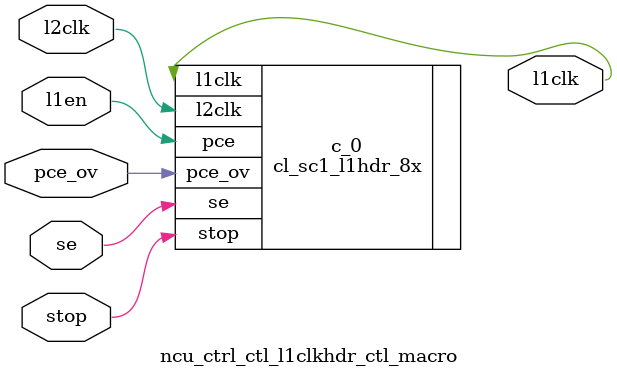
<source format=v>
`define RF_RDEN_OFFSTATE            1'b1

`define NCU_INTMANRF_DEPTH         128
`define NCU_INTMANRF_DATAWIDTH      16
`define NCU_INTMANRF_ADDRWIDTH       7
//====================================

//====================================
`define NCU_MONDORF_DEPTH           64
`define NCU_MONDORF_DATAWIDTH       72
`define NCU_MONDORF_ADDRWIDTH        6
//====================================

//====================================
`define NCU_CPUBUFRF_DEPTH          32
`define NCU_CPUBUFRF_DATAWIDTH     144
`define NCU_CPUBUFRF_ADDRWIDTH       5
//====================================

//====================================
`define NCU_IOBUFRF_DEPTH          32
`define NCU_IOBUFRF_DATAWIDTH     144
`define NCU_IOBUFRF_ADDRWIDTH       5
//====================================

//====================================
`define NCU_IOBUF1RF_DEPTH          32
`define NCU_IOBUF1RF_DATAWIDTH      32
`define NCU_IOBUF1RF_ADDRWIDTH       5
//====================================

//====================================
`define NCU_INTBUFRF_DEPTH          32
`define NCU_INTBUFRF_DATAWIDTH     144
`define NCU_INTBUFRF_ADDRWIDTH       5
//====================================

//== fix me : need to remove when warm //
//== becomes available //
`define WMR_LENGTH		10'd999
`define WMR_LENGTH_P1		10'd1000

//// NCU CSR_MAN address   80_0000_xxxx ////
`define NCU_CSR_MAN			16'h0000
`define NCU_CREG_INTMAN			16'h0000
//`define NCU_CREG_INTVECDISP		16'h0800
`define NCU_CREG_MONDOINVEC		16'h0a00
`define NCU_CREG_SERNUM			16'h1000
`define NCU_CREG_FUSESTAT		16'h1008
`define NCU_CREG_COREAVAIL		16'h1010
`define NCU_CREG_BANKAVAIL		16'h1018
`define NCU_CREG_BANK_ENABLE		16'h1020
`define NCU_CREG_BANK_ENABLE_STATUS 	16'h1028
`define NCU_CREG_L2_HASH_ENABLE		16'h1030
`define NCU_CREG_L2_HASH_ENABLE_STATUS	16'h1038


`define NCU_CREG_MEM32_BASE	16'h2000
`define NCU_CREG_MEM32_MASK	16'h2008
`define NCU_CREG_MEM64_BASE	16'h2010
`define NCU_CREG_MEM64_MASK	16'h2018
`define NCU_CREG_IOCON_BASE	16'h2020
`define NCU_CREG_IOCON_MASK	16'h2028
`define NCU_CREG_MMUFSH		16'h2030

`define NCU_CREG_ESR		16'h3000
`define NCU_CREG_ELE		16'h3008
`define NCU_CREG_EIE		16'h3010
`define NCU_CREG_EJR		16'h3018
`define NCU_CREG_FEE		16'h3020
`define NCU_CREG_PER		16'h3028
`define NCU_CREG_SIISYN		16'h3030
`define NCU_CREG_NCUSYN		16'h3038
`define NCU_CREG_SCKSEL         16'h3040
`define NCU_CREG_DBGTRIG_EN     16'h4000

//// NUC CSR_MONDO address 80_0004_xxxx ////
`define NCU_CSR_MONDO		16'h0004
`define NCU_CREG_MDATA0  	16'h0000 
`define NCU_CREG_MDATA1  	16'h0200 
`define NCU_CREG_MDATA0_ALIAS	16'h0400 
`define NCU_CREG_MDATA1_ALIAS	16'h0600 
`define NCU_CREG_MBUSY		16'h0800 
`define NCU_CREG_MBUSY_ALIAS	16'h0a00 



// ASI shared reg 90_xxxx_xxxx//
`define NCU_ASI_A_HIT			10'h104 // 6-bits cpuid and thread id are "x"
`define NCU_ASI_B_HIT			10'h1CC // 6-bits cpuid and thread id are "x"
`define NCU_ASI_C_HIT			10'h114	// 6-bits cpuid and thread id are "x"
`define NCU_ASI_COREAVAIL		16'h0000
`define NCU_ASI_CORE_ENABLE_STATUS	16'h0010
`define NCU_ASI_CORE_ENABLE		16'h0020
`define NCU_ASI_XIR_STEERING		16'h0030
`define NCU_ASI_CORE_RUNNINGRW		16'h0050
`define NCU_ASI_CORE_RUNNING_STATUS	16'h0058
`define NCU_ASI_CORE_RUNNING_W1S	16'h0060
`define NCU_ASI_CORE_RUNNING_W1C	16'h0068
`define NCU_ASI_INTVECDISP		16'h0000
`define NCU_ASI_ERR_STR                 16'h1000
`define NCU_ASI_WMR_VEC_MASK            16'h0018
`define NCU_ASI_CMP_TICK_ENABLE		16'h0038


//// UCB packet type ////
`define UCB_READ_NACK	4'b0000    // ack/nack types
`define UCB_READ_ACK	4'b0001
`define UCB_WRITE_ACK	4'b0010
`define UCB_IFILL_ACK	4'b0011
`define UCB_IFILL_NACK	4'b0111

`define UCB_READ_REQ	4'b0100    // req types
`define UCB_WRITE_REQ	4'b0101
`define UCB_IFILL_REQ	4'b0110

`define UCB_INT		4'b1000    // plain interrupt
`define UCB_INT_VEC	4'b1100    // interrupt with vector
`define UCB_INT_SOC_UE	4'b1001    // soc interrup ue
`define UCB_INT_SOC_CE  4'b1010    // soc interrup ce
`define UCB_RESET_VEC	4'b0101    // reset with vector
`define UCB_IDLE_VEC	4'b1110    // idle with vector
`define UCB_RESUME_VEC	4'b1111    // resume with vector

`define UCB_INT_SOC 	4'b1101    // soc interrup ce


//// PCX packet type ////
`define	PCX_LOAD_RQ	5'b00000
`define	PCX_IMISS_RQ	5'b10000
`define	PCX_STORE_RQ	5'b00001
`define PCX_FWD_RQs	5'b01101
`define PCX_FWD_RPYs	5'b01110

//// CPX packet type ////
//`define CPX_LOAD_RET	4'b0000
`define CPX_LOAD_RET	4'b1000
`define CPX_ST_ACK	4'b0100
//`define CPX_IFILL_RET	4'b0001
`define CPX_IFILL_RET	4'b1001
`define CPX_INT_RET	4'b0111
`define CPX_INT_SOC	4'b1101
//`define CPX_FWD_RQ_RET	4'b1010
//`define CPX_FWD_RPY_RET	4'b1011




//// Global CSR decode ////
`define NCU_CSR		8'h80
`define NIU_CSR		8'h81
//`define RNG_CSR		8'h82
`define DBG1_CSR               8'h86
`define CCU_CSR		8'h83
`define MCU_CSR		8'h84
`define TCU_CSR		8'h85
`define DMU_CSR		8'h88
`define RCU_CSR		8'h89
`define NCU_ASI		8'h90
			/////8'h91 ~ 9F reserved
			/////8'hA0 ~ BF L2 CSR////
`define DMU_PIO		4'hC   // C0 ~ CF
			/////8'hB0 ~ FE reserved
`define SSI_CSR		8'hFF


//// NCU_SSI ////
`define SSI_ADDR 	 	12'hFF_F
`define SSI_ADDR_TIMEOUT_REG	40'hFF_0001_0088
`define SSI_ADDR_LOG_REG	40'hFF_0000_0018

`define IF_IDLE 2'b00
`define IF_ACPT 2'b01
`define IF_DROP 2'b10

`define SSI_IDLE     3'b000
`define	SSI_REQ      3'b001
`define	SSI_WDATA    3'b011
`define	SSI_REQ_PAR  3'b101
`define	SSI_ACK      3'b111
`define	SSI_RDATA    3'b110
`define	SSI_ACK_PAR  3'b010









module ncu_ctrl_ctl (
  iol2clk, 
  scan_in, 
  scan_out, 
  tcu_pce_ov, 
  tcu_clk_stop, 
  tcu_scan_en, 
  tcu_aclk, 
  tcu_bclk, 
  tcu_dbr_gateoff, 
  ncu_scksel_sh, 
  ncu_man_ucb_sel, 
  ncu_man_ucb_buf_acpt, 
  ncu_int_ucb_sel, 
  ncu_int_ucb_buf_acpt, 
  bounce_ucb_sel, 
  bounce_ucb_buf_acpt, 
  c2i_packet_vld, 
  c2i_packet_is_rd_req, 
  c2i_packet_is_wr_req, 
  c2i_packet, 
  rd_nack_ucb_sel, 
  rd_nack_ucb_buf_acpt, 
  c2i_rd_nack_packet, 
  tap_mondo_acc_addr_s, 
  tap_mondo_acc_seq_s, 
  tap_mondo_wr_s, 
  tap_mondo_din_s, 
  tap_mondo_acc_seq_d2_f, 
  tap_mondo_acc_addr_invld_d2_f, 
  tap_mondo_dout_d2_f, 
  mmufsh_data, 
  mmufsh_vld, 
  mmu_ld, 
  mem32_mask, 
  mem32_base, 
  mem32_en, 
  mem64_mask, 
  mem64_base, 
  mem64_en, 
  iocon_mask, 
  iocon_base, 
  iocon_en, 
  ncu_man_int_rd, 
  ncu_man_int_vld, 
  ncu_man_int_packet, 
  ncu_man_ack_rd, 
  ncu_man_ack_vld, 
  ncu_man_ack_packet, 
  ncu_int_ack_rd, 
  ncu_int_ack_vld, 
  ncu_int_ack_packet, 
  bounce_ack_rd, 
  bounce_ack_vld, 
  bounce_ack_packet, 
  rd_nack_rd, 
  rd_nack_vld, 
  rd_nack_packet, 
  io_intman_addr, 
  mondoinvec, 
  lhs_intman_acc, 
  intman_pchkf2i2c, 
  io_rd_intman_d2, 
  efu_ncu_fuse_data, 
  efu_ncu_coreavail_dshift, 
  efu_ncu_bankavail_dshift, 
  efu_ncu_fusestat_dshift, 
  efu_ncu_sernum0_dshift, 
  efu_ncu_sernum1_dshift, 
  efu_ncu_sernum2_dshift, 
  ncu_tcu_bank_avail, 
  rst_ncu_unpark_thread, 
  rst_ncu_xir_inv, 
  ncu_rst_xir_done, 
  ncu_spc7_core_enable_status, 
  ncu_spc6_core_enable_status, 
  ncu_spc5_core_enable_status, 
  ncu_spc4_core_enable_status, 
  ncu_spc3_core_enable_status, 
  ncu_spc2_core_enable_status, 
  ncu_spc1_core_enable_status, 
  ncu_spc0_core_enable_status, 
  core_running, 
  core_running_status, 
  coreavail, 
  ncu_dbg1_error_event, 
  tcu_wmr_vec_mask, 
  cmp_tick_enable, 
  l2pm, 
  ncu_spc_pm, 
  ncu_spc_ba01, 
  l2idxhs_en_status, 
  intman_tbl_raddr, 
  intman_tbl_waddr, 
  intman_tbl_wr, 
  intman_tbl_rden, 
  intman_tbl_din, 
  intman_tbl_dout, 
  mb1_raddr, 
  mb1_waddr, 
  mb1_wdata, 
  mb1_intman_wr_en, 
  mb1_intman_rd_en, 
  mb1_run, 
  ncu_rst_fatal_error, 
  ncu_tcu_soc_error, 
  raserrce, 
  raserrue, 
  niu_ncu_d_pe, 
  ncu_niu_d_pei, 
  niu_ncu_ctag_ue, 
  ncu_niu_ctag_uei, 
  niu_ncu_ctag_ce, 
  ncu_niu_ctag_cei, 
  sio_ncu_ctag_ce, 
  ncu_sio_ctag_cei, 
  sio_ncu_ctag_ue, 
  ncu_sio_ctag_uei, 
  ncu_sio_d_pei, 
  dmu_cr_id_rtn_err, 
  dmu_cr_id_rtn_erri, 
  dmu_ncu_d_pe, 
  ncu_dmu_d_pei, 
  dmu_ncu_siicr_pe, 
  ncu_dmu_siicr_pei, 
  dmu_ncu_ctag_ue, 
  ncu_dmu_ctag_uei, 
  dmu_ncu_ctag_ce, 
  ncu_dmu_ctag_cei, 
  dmu_ncu_ncucr_pe, 
  ncu_dmu_ncucr_pei, 
  dmu_ncu_ie, 
  ncu_dmu_iei, 
  sii_ncu_dmua_pe, 
  ncu_sii_dmua_pei, 
  sii_ncu_niud_pe, 
  ncu_sii_niud_pei, 
  sii_ncu_dmud_pe, 
  ncu_sii_dmud_pei, 
  sii_ncu_niua_pe, 
  ncu_sii_niua_pei, 
  sii_ncu_dmuctag_ce, 
  ncu_sii_dmuctag_cei, 
  sii_ncu_niuctag_ce, 
  ncu_sii_niuctag_cei, 
  sii_ncu_dmuctag_ue, 
  ncu_sii_dmuctag_uei, 
  sii_ncu_niuctag_ue, 
  ncu_sii_niuctag_uei, 
  mcu0_ncu_ecc, 
  ncu_mcu0_ecci, 
  mcu0_ncu_fbr, 
  ncu_mcu0_fbri, 
  mcu0_ncu_fbu, 
  ncu_mcu0_fbui, 
  mcu1_ncu_ecc, 
  ncu_mcu1_ecci, 
  mcu1_ncu_fbr, 
  ncu_mcu1_fbri, 
  mcu1_ncu_fbu, 
  ncu_mcu1_fbui, 
  mcu2_ncu_ecc, 
  ncu_mcu2_ecci, 
  mcu2_ncu_fbr, 
  ncu_mcu2_fbri, 
  mcu2_ncu_fbu, 
  ncu_mcu2_fbui, 
  mcu3_ncu_ecc, 
  ncu_mcu3_ecci, 
  mcu3_ncu_fbr, 
  ncu_mcu3_fbri, 
  mcu3_ncu_fbu, 
  ncu_mcu3_fbui, 
  ncuctag_ce, 
  ncuctag_cei, 
  ncuctag_ue, 
  ncuctag_uei, 
  ncusiid_pei, 
  ncusiid_pe, 
  dmubuf_pue, 
  dmubuf_pei, 
  iobuf_ue_f, 
  iobuf_uei, 
  cpubuf_ue, 
  cpubuf_uei, 
  cpubuf_pe, 
  cpubuf_pei, 
  intbuf_ue_f, 
  intbuf_uei, 
  mondotbl_pe_f, 
  mondotbl_pei, 
  siierrsyn, 
  siierrsyn_done, 
  dmubufsyn, 
  cpubufsyn, 
  ncudpsyn, 
  wmr_protect, 
  aclk_wmr) ;
wire [3:0] intman_par_din;
wire [5:0] intman_ct_din;
wire [5:0] intman_vec_din;
wire [3:0] intman_par_dout;
wire [5:0] intman_ct_dout;
wire [5:0] intman_vec_dout;
wire ncu_man_ucb_buf_acpt_d1;
wire ncu_man_ucb_buf_acpt_d2;
wire ncu_man_ucb_buf_acpt_d3;
wire ncu_man_ucb_c2i_packet_is_rd_req;
wire ncu_man_ack_buf_full;
wire ncu_man_int_buf_full;
wire xir_busy;
wire rasper_ipg;
wire ncu_man_ucb_buf_acpt_d1_ff_scanin;
wire ncu_man_ucb_buf_acpt_d1_ff_scanout;
wire l1clk;
wire ncu_man_ucb_buf_acpt_d2_ff_scanin;
wire ncu_man_ucb_buf_acpt_d2_ff_scanout;
wire ncu_man_ucb_buf_acpt_d3_ff_scanin;
wire ncu_man_ucb_buf_acpt_d3_ff_scanout;
wire ncu_man_ucb_c2i_packet_data_ff_scanin;
wire ncu_man_ucb_c2i_packet_data_ff_scanout;
wire [63:0] ncu_man_ucb_c2i_packet_data;
wire ncu_man_ucb_c2i_packet_addr_ff_scanin;
wire ncu_man_ucb_c2i_packet_addr_ff_scanout;
wire [39:0] ncu_man_ucb_c2i_packet_addr;
wire ncu_man_ucb_c2i_packet_buf_id_ff_scanin;
wire ncu_man_ucb_c2i_packet_buf_id_ff_scanout;
wire [1:0] ncu_man_ucb_c2i_packet_buf_id;
wire ncu_man_ucb_c2i_packet_cputhr_ff_scanin;
wire ncu_man_ucb_c2i_packet_cputhr_ff_scanout;
wire [5:0] ncu_man_ucb_c2i_packet_cputhr;
wire ncu_man_ucb_c2i_packet_is_rd_req_ff_scanin;
wire ncu_man_ucb_c2i_packet_is_rd_req_ff_scanout;
wire ncu_man_ucb_c2i_packet_is_wr_req_ff_scanin;
wire ncu_man_ucb_c2i_packet_is_wr_req_ff_scanout;
wire ncu_man_ucb_c2i_packet_is_wr_req;
wire ncu_man_acc;
wire ncu_asi_a_acc;
wire ncu_asi_b_acc;
wire ncu_asi_c_acc;
wire creg_intman_dec;
wire creg_sernum_dec;
wire creg_coreavail_dec;
wire creg_fusestat_dec;
wire creg_bankavail_dec;
wire creg_bank_en_dec;
wire creg_bank_en_status_dec;
wire creg_l2idxhs_en_dec;
wire creg_l2idxhs_en_status_dec;
wire creg_mondoinvec_dec;
wire creg_mem32_base_dec;
wire creg_mem32_mask_dec;
wire creg_mem64_base_dec;
wire creg_mem64_mask_dec;
wire creg_iocon_base_dec;
wire creg_iocon_mask_dec;
wire creg_mmufsh_dec;
wire creg_esr_dec;
wire creg_ele_dec;
wire creg_eie_dec;
wire creg_ejr_dec;
wire creg_fee_dec;
wire creg_per_dec;
wire creg_siisyn_dec;
wire creg_ncusyn_dec;
wire creg_ncu_scksel_dec;
wire creg_dbgtrigen_dec;
wire asi_coreavail_dec;
wire asi_core_enable_status_dec;
wire asi_core_enable_dec;
wire asi_xir_steering_dec;
wire asi_core_running_dec;
wire asi_core_running_status_dec;
wire asi_core_runningw1s_dec;
wire asi_core_runningw1c_dec;
wire asi_ras_err_steering_dec;
wire asi_wmr_vec_mask_dec;
wire asi_cmp_tick_enable_dec;
wire asi_intvecdisp_dec;
wire creg_nomatch;
wire ncu_man_int_buf_wr;
wire intvecdisp_int_wr;
wire rasper_int_wr;
wire xir_int_wr;
wire [24:0] ncu_man_int_buf_din;
wire [24:0] xir_int_pkt;
wire [24:0] rasper_int_pkt;
wire [24:0] intvecdisp_int_pkt;
wire aa_wr_buf0;
wire aa_buf1_vld;
wire aa_buf0_vld;
wire aa_buf1_older;
wire aa_wr_buf1;
wire aa_rd_buf0;
wire ncu_man_int_buf_rd;
wire aa_rd_buf1;
wire aa_rd_buf;
wire aa_buf1_older_inv;
wire aa_buf1_older_ff_scanin;
wire aa_buf1_older_ff_scanout;
wire aa_en_vld0;
wire aa_en_vld1;
wire aa_buf0_vld_ff_scanin;
wire aa_buf0_vld_ff_scanout;
wire aa_buf1_vld_ff_scanin;
wire aa_buf1_vld_ff_scanout;
wire aa_buf0_obj_ff_scanin;
wire aa_buf0_obj_ff_scanout;
wire [24:0] aa_buf0_obj;
wire aa_buf1_obj_ff_scanin;
wire aa_buf1_obj_ff_scanout;
wire [24:0] aa_buf1_obj;
wire [24:0] ncu_man_int_buf_dout;
wire ncu_man_int_buf_vld;
wire ncu_man_ack_buf_wr;
wire [63:0] ncu_man_ack_i2c_packet_data;
wire [63:0] creg_intman;
wire [63:0] creg_sernum;
wire [63:0] creg_coreavail;
wire [63:0] creg_fusestat;
wire [63:0] creg_bankavail;
wire [63:0] creg_bank_en;
wire [63:0] creg_bank_en_status;
wire [63:0] creg_l2idxhs_en;
wire [63:0] creg_l2idxhs_en_status;
wire [63:0] creg_mondoinvec;
wire [63:0] creg_mem32_base;
wire [63:0] creg_mem32_mask;
wire [63:0] creg_mem64_base;
wire [63:0] creg_mem64_mask;
wire [63:0] creg_iocon_base;
wire [63:0] creg_iocon_mask;
wire [63:0] creg_esr;
wire [63:0] creg_ele;
wire [63:0] creg_eie;
wire [63:0] creg_ejr;
wire [63:0] creg_fee;
wire [63:0] creg_per;
wire [63:0] creg_siisyn;
wire [63:0] creg_ncusyn;
wire [63:0] creg_ncu_scksel;
wire [63:0] creg_dbgtrigen;
wire [63:0] creg_core_enable_status;
wire [63:0] creg_core_enable;
wire [63:0] xir_steering;
wire [63:0] creg_err_steering;
wire [63:0] creg_wmr_vec_mask;
wire [63:0] creg_cmp_tick_enable;
wire [63:0] creg_core_running_status;
wire [3:0] ncu_man_ack_i2c_packet_type;
wire intman_pe_n;
wire [127:0] ncu_man_ack_i2c_packet;
wire [127:0] ncu_man_ack_buf_din;
wire bb_wr_buf0;
wire bb_buf1_vld;
wire bb_buf0_vld;
wire bb_buf1_older;
wire bb_wr_buf1;
wire bb_rd_buf0;
wire ncu_man_ack_buf_rd;
wire bb_rd_buf1;
wire bb_rd_buf;
wire bb_buf1_older_inv;
wire bb_buf1_older_ff_scanin;
wire bb_buf1_older_ff_scanout;
wire bb_en_vld0;
wire bb_en_vld1;
wire bb_buf0_vld_ff_scanin;
wire bb_buf0_vld_ff_scanout;
wire bb_buf1_vld_ff_scanin;
wire bb_buf1_vld_ff_scanout;
wire bb_buf0_obj_ff_scanin;
wire bb_buf0_obj_ff_scanout;
wire [127:0] bb_buf0_obj;
wire bb_buf1_obj_ff_scanin;
wire bb_buf1_obj_ff_scanout;
wire [127:0] bb_buf1_obj;
wire [127:0] ncu_man_ack_buf_dout;
wire ncu_man_ack_buf_vld;
wire [6:0] lhs_intman_addr;
wire [6:0] intman_tbl_addr;
wire c2i_rd_intman;
wire intman_pchk_v;
wire [3:0] intman_pchk;
wire intman_pei;
wire intman_pe_ff_scanin;
wire intman_pe_ff_scanout;
wire intman_pe;
wire intmansyn_ff_scanin;
wire intmansyn_ff_scanout;
wire [54:0] intmansyn;
wire [54:0] intmansyn_n;
wire asi_intvecdisp_wr;
wire [5:0] intvecdisp_int_vec;
wire [5:0] intvecdisp_int_thr;
wire coreavail_done;
wire coreavail_dshift_d1;
wire coreavail_dshift_d2;
wire bankavail_done;
wire bankavail_dshift_d1;
wire bankavail_dshift_d2;
wire coreavail_en;
wire bankavail_en;
wire fuse_stat_en;
wire fuse_stat_dshift_d1;
wire sernum0_en;
wire sernum0_dshift_d1;
wire sernum1_en;
wire sernum1_dshift_d1;
wire sernum2_en;
wire sernum2_dshift_d1;
wire fuse_data_d1_ff_scanin;
wire fuse_data_d1_ff_scanout;
wire fuse_data_d1;
wire coreavail_dshift_d1_ff_scanin;
wire coreavail_dshift_d1_ff_scanout;
wire coreavail_dshift_d2_ff_scanin;
wire coreavail_dshift_d2_ff_scanout;
wire bankavail_dshift_d1_ff_scanin;
wire bankavail_dshift_d1_ff_scanout;
wire bankavail_dshift_d2_ff_scanin;
wire bankavail_dshift_d2_ff_scanout;
wire fuse_stat_dshift_d1_ff_scanin;
wire fuse_stat_dshift_d1_ff_scanout;
wire sernum0_dshift_d1_ff_scanin;
wire sernum0_dshift_d1_ff_scanout;
wire sernum1_dshift_d1_ff_scanin;
wire sernum1_dshift_d1_ff_scanout;
wire sernum2_dshift_d1_ff_scanin;
wire sernum2_dshift_d1_ff_scanout;
wire [21:0] sernum0_next;
wire [21:0] sernum0;
wire sernum0_ff_scanin;
wire sernum0_ff_scanout;
wire [21:0] sernum1_next;
wire [21:0] sernum1;
wire sernum1_ff_scanin;
wire sernum1_ff_scanout;
wire [19:0] sernum2_next;
wire [19:0] sernum2;
wire sernum2_ff_scanin;
wire sernum2_ff_scanout;
wire [63:0] fusestat_next;
wire [63:0] fusestat;
wire [63:0] fusestat_ff_in;
wire fusestat_ff_scanin;
wire fusestat_ff_scanout;
wire [63:0] fusestat_ff_out;
wire [7:0] coreavail_next;
wire [7:0] coreavail_ff_in;
wire coreavail_ff_scanin;
wire coreavail_ff_scanout;
wire [7:0] coreavail_ff_out;
wire [7:0] bankavail_next;
wire [7:0] bankavail;
wire [7:0] bankavail_ff_in;
wire bankavail_ff_scanin;
wire bankavail_ff_scanout;
wire [7:0] bankavail_ff_out;
wire creg_mondoinvec_wr;
wire creg_mondoinvec_ff_scanin;
wire creg_mondoinvec_ff_scanout;
wire creg_mem32_base_wr;
wire creg_mem32_en_ff_scanin;
wire creg_mem32_en_ff_scanout;
wire creg_mem32_base_ff_scanin;
wire creg_mem32_base_ff_scanout;
wire creg_mem32_mask_wr;
wire creg_mem32_mask_ff_scanin;
wire creg_mem32_mask_ff_scanout;
wire creg_mem64_base_wr;
wire creg_mem64_en_ff_scanin;
wire creg_mem64_en_ff_scanout;
wire creg_mem64_base_ff_scanin;
wire creg_mem64_base_ff_scanout;
wire creg_mem64_mask_wr;
wire creg_mem64_mask_ff_scanin;
wire creg_mem64_mask_ff_scanout;
wire creg_iocon_base_wr;
wire creg_iocon_en_ff_scanin;
wire creg_iocon_en_ff_scanout;
wire creg_iocon_base_ff_scanin;
wire creg_iocon_base_ff_scanout;
wire creg_iocon_mask_wr;
wire creg_iocon_mask_ff_scanin;
wire creg_iocon_mask_ff_scanout;
wire creg_mmufsh_wr;
wire creg_mmufsh_ff_scanin;
wire creg_mmufsh_ff_scanout;
wire mmufsh_vld_next;
wire mmufsh_vld_ff_scanin;
wire mmufsh_vld_ff_scanout;
wire tap_mondo_acc_outstanding;
wire tap_mondo_acc_outstanding_d1;
wire asi_ras_err_steering_wr;
wire asi_wmr_vec_mask_wr;
wire asi_cmp_tick_enable_wr;
wire [5:0] ras_err_steering_n;
wire [5:0] ras_err_steering;
wire wmr_vec_mask_n;
wire wmr_vec_mask;
wire cmp_tick_enable_n;
wire asi_wmr_vec_mask_ff_scanin;
wire asi_wmr_vec_mask_ff_scanout;
wire asi_cmp_tick_enable_ff_scanin;
wire asi_cmp_tick_enable_ff_scanout;
wire asi_ras_err_steering_ff_scanin;
wire asi_ras_err_steering_ff_scanout;
wire tap_mondo_acc_addr_39_16_ff_scanin;
wire tap_mondo_acc_addr_39_16_ff_scanout;
wire [23:0] tap_mondo_acc_addr_39_16;
wire tap_mondo_acc_addr_s_ff_scanin;
wire tap_mondo_acc_addr_s_ff_scanout;
wire tap_mondo_din_s_ff_scanin;
wire tap_mondo_din_s_ff_scanout;
wire ncu_int_ucb_c2i_packet_is_rd_req_ff_scanin;
wire ncu_int_ucb_c2i_packet_is_rd_req_ff_scanout;
wire ncu_int_ucb_c2i_packet_is_rd_req;
wire ncu_int_ucb_c2i_packet_is_wr_req_ff_scanin;
wire ncu_int_ucb_c2i_packet_is_wr_req_ff_scanout;
wire ncu_int_ucb_c2i_packet_is_wr_req;
wire tap_mondo_acc_seq_next;
wire tap_mondo_acc_seq;
wire tap_mondo_acc_seq_ff_scanin;
wire tap_mondo_acc_seq_ff_scanout;
wire tap_mondo_acc_addr_invld_d2_ff_scanin;
wire tap_mondo_acc_addr_invld_d2_ff_scanout;
wire tap_mondo_acc_addr_invld_d2;
wire tap_mondo_acc_seq_d2_ff_scanin;
wire tap_mondo_acc_seq_d2_ff_scanout;
wire tap_mondo_acc_seq_d2;
wire tap_mondo_dout_d2_ff_scanin;
wire tap_mondo_dout_d2_ff_scanout;
wire [63:0] tap_mondo_dout_d2;
wire tap_mondo_acc_outstanding_d1_ff_scanin;
wire tap_mondo_acc_outstanding_d1_ff_scanout;
wire tap_mondo_rd_done;
wire [3:0] ncu_int_ucb_i2c_packet_type;
wire [127:0] ncu_int_ucb_i2c_packet;
wire ncu_int_ack_packet_ff_scanin;
wire ncu_int_ack_packet_ff_scanout;
wire ncu_int_ack_vld_next;
wire ncu_int_ack_vld_ff_scanin;
wire ncu_int_ack_vld_ff_scanout;
wire bounce_ack_buf_wr;
wire bounce_ack_buf_full;
wire [127:0] bounce_ack_buf_din;
wire cc_wr_buf0;
wire cc_buf1_vld;
wire cc_buf0_vld;
wire cc_buf1_older;
wire cc_wr_buf1;
wire cc_rd_buf0;
wire bounce_ack_buf_rd;
wire cc_rd_buf1;
wire cc_rd_buf;
wire cc_buf1_older_inv;
wire cc_buf1_older_ff_scanin;
wire cc_buf1_older_ff_scanout;
wire cc_en_vld0;
wire cc_en_vld1;
wire cc_buf0_vld_ff_scanin;
wire cc_buf0_vld_ff_scanout;
wire cc_buf1_vld_ff_scanin;
wire cc_buf1_vld_ff_scanout;
wire cc_buf0_obj_ff_scanin;
wire cc_buf0_obj_ff_scanout;
wire [127:0] cc_buf0_obj;
wire cc_buf1_obj_ff_scanin;
wire cc_buf1_obj_ff_scanout;
wire [127:0] cc_buf1_obj;
wire [127:0] bounce_ack_buf_dout;
wire bounce_ack_buf_vld;
wire rd_nack_buf_wr;
wire rd_nack_buf_full;
wire [63:0] rd_nack_buf_din;
wire dd_wr_buf0;
wire dd_buf1_vld;
wire dd_buf0_vld;
wire dd_buf1_older;
wire dd_wr_buf1;
wire dd_rd_buf0;
wire rd_nack_buf_rd;
wire dd_rd_buf1;
wire dd_rd_buf;
wire dd_buf1_older_inv;
wire dd_buf1_older_ff_scanin;
wire dd_buf1_older_ff_scanout;
wire dd_en_vld0;
wire dd_en_vld1;
wire dd_buf0_vld_ff_scanin;
wire dd_buf0_vld_ff_scanout;
wire dd_buf1_vld_ff_scanin;
wire dd_buf1_vld_ff_scanout;
wire dd_buf0_obj_ff_scanin;
wire dd_buf0_obj_ff_scanout;
wire [63:0] dd_buf0_obj;
wire dd_buf1_obj_ff_scanin;
wire dd_buf1_obj_ff_scanout;
wire [63:0] dd_buf1_obj;
wire [63:0] rd_nack_buf_dout;
wire rd_nack_buf_vld;
wire wmr_upd_en;
wire wmr_protect_d1;
wire wmr_protect_d2;
wire wmr_protect_d1_ff_scanin;
wire wmr_protect_d1_ff_scanout;
wire wmr_protect_d2_ff_scanin;
wire wmr_protect_d2_ff_scanout;
wire por_upd_en_next;
wire por_upd_en;
wire por_upd_en_d1;
wire por_upd_en_ff_scanin;
wire por_upd_en_ff_scanout;
wire [7:0] core_enable_a0_default;
wire [7:0] c2i_core_en;
wire c2i_core_en_a0;
wire asi_core_en_wr;
wire [7:0] core_enable_next;
wire [7:0] core_enable;
wire [7:0] core_enable_ff_in;
wire core_enable_ff_scanin;
wire core_enable_ff_scanout;
wire [7:0] core_enable_ff_out;
wire [7:0] core_enable_status_next;
wire [7:0] core_enable_status;
wire [7:0] core_enable_status_ff_in;
wire core_enable_status7_ff_scanin;
wire core_enable_status7_ff_scanout;
wire core_enable_status6_ff_scanin;
wire core_enable_status6_ff_scanout;
wire core_enable_status5_ff_scanin;
wire core_enable_status5_ff_scanout;
wire core_enable_status4_ff_scanin;
wire core_enable_status4_ff_scanout;
wire core_enable_status3_ff_scanin;
wire core_enable_status3_ff_scanout;
wire core_enable_status2_ff_scanin;
wire core_enable_status2_ff_scanout;
wire core_enable_status1_ff_scanin;
wire core_enable_status1_ff_scanout;
wire core_enable_status0_ff_scanin;
wire core_enable_status0_ff_scanout;
wire coreavail_done_d1_ff_scanin;
wire coreavail_done_d1_ff_scanout;
wire coreavail_done_d1;
wire asi_xir_steering_wr;
wire [63:0] core_enable_status64;
wire [63:0] c2i_data_by_core_enable_status;
wire [63:0] xir_steering_next;
wire xir_snapd_vec_vld;
wire [55:0] xir_snapd_vec;
wire [55:0] xir_snapd_vec_next;
wire xir_trigger_d1;
wire xir_ld_mini_vec;
wire xir_srvcd_mini_vec_vld;
wire [7:0] xir_mini_vec_next;
wire xir_srvc;
wire [7:0] xir_mini_vec;
wire xir_trigger_d0_next;
wire xir_trigger;
wire [2:0] xir_cpuid_p1;
wire [2:0] xir_cpuid;
wire [2:0] xir_cpuid_next;
wire xir_cpuid_inc;
wire xir_busy_next;
wire xir_trigger_d0;
wire xir_busy_falling;
wire xir_busy_d1;
wire ncu_rst_xir_done_next;
wire xir_trigger_next;
wire xir_trigger_q;
wire [63:0] xir_steering_ff_in;
wire xir_steering_ff_scanin;
wire xir_steering_ff_scanout;
wire [63:0] xir_steering_ff_out;
wire xir_trigger_ff_scanin;
wire xir_trigger_ff_scanout;
wire xir_trigger_d0_ff_scanin;
wire xir_trigger_d0_ff_scanout;
wire xir_trigger_d1_ff_scanin;
wire xir_trigger_d1_ff_scanout;
wire xir_snapd_vec_ff_scanin;
wire xir_snapd_vec_ff_scanout;
wire xir_mini_vec_ff_scanin;
wire xir_mini_vec_ff_scanout;
wire xir_cpuid_ff_scanin;
wire xir_cpuid_ff_scanout;
wire xir_busy_ff_scanin;
wire xir_busy_ff_scanout;
wire xir_busy_d1_ff_scanin;
wire xir_busy_d1_ff_scanout;
wire ncu_rst_xir_done_ff_scanin;
wire ncu_rst_xir_done_ff_scanout;
wire [63:0] enable_status_lowest_thr_1hot;
wire [63:0] core_running_a0_default;
wire [63:0] c2i_w1cdata_by_core_running;
wire c2i_core_running_a0;
wire c2i_core_runningw1c_a0;
wire [63:0] core_runningrw_data;
wire [63:0] core_runningw1c_data;
wire asi_core_running_wr;
wire asi_core_runningw1s_wr;
wire asi_core_runningw1c_wr;
wire [63:0] core_running_next;
wire wake_thread;
wire core_running_ff_scanin;
wire core_running_ff_scanout;
wire core_running_ff_in;
wire core_running0_ff_scanin;
wire core_running0_ff_scanout;
wire core_running_ff_out;
wire unpark_thread_d1_ff_scanin;
wire unpark_thread_d1_ff_scanout;
wire unpark_thread_d1;
wire unpark_thread_d2_ff_scanin;
wire unpark_thread_d2_ff_scanout;
wire unpark_thread_d2;
wire wake_ok__ff_scanin;
wire wake_ok__ff_scanout;
wire wake_ok_inv;
wire wake_thread_n;
wire wake_thread_ff_scanin;
wire wake_thread_ff_scanout;
wire core_running_status_ff_scanin;
wire core_running_status_ff_scanout;
wire core_running_status_ff_in;
wire core_running_status0_ff_scanin;
wire core_running_status0_ff_scanout;
wire core_running_status_ff_out;
wire [3:0] bankavail_pair;
wire bank_en_wr;
wire [7:0] c2i_bank_en;
wire c2i_bank_en_a0;
wire [7:0] bank_en_next;
wire [7:0] bank_en;
wire [7:0] bank_en_ff_in;
wire bank_en_ff_scanin;
wire bank_en_ff_scanout;
wire [7:0] bank_en_ff_out;
wire l2pm_en;
wire [7:0] bank_en_full_status;
wire [3:0] bank_en_pair_status;
wire [4:0] bank_en_final_status;
wire [4:0] l2pm_preview_ff_din;
wire [4:0] l2pm_ff_din;
wire l2pm_preview_ff_scanin;
wire l2pm_preview_ff_scanout;
wire [4:0] l2pm_preview_ff_q;
wire [4:0] l2pm_preview;
wire l2pm_ff_scanin;
wire l2pm_ff_scanout;
wire [3:1] l2pm_ff_q;
wire l2idxhs_en_wr;
wire l2idxhs_en_ff_scanin;
wire l2idxhs_en_ff_scanout;
wire l2idxhs_en;
wire l2idxhs_en_status_ff_scanin;
wire l2idxhs_en_status_ff_scanout;
wire creg_esr_wr;
wire iobuf_ue_ff_scanin;
wire iobuf_ue_ff_scanout;
wire iobuf_ue;
wire intbuf_ue_ff_scanin;
wire intbuf_ue_ff_scanout;
wire intbuf_ue;
wire mondotbl_pe_ff_scanin;
wire mondotbl_pe_ff_scanout;
wire mondotbl_pe;
wire mcu3_ncu_ecc_d_ff_scanin;
wire mcu3_ncu_ecc_d_ff_scanout;
wire mcu3_ncu_ecc_d;
wire mcu3_ncu_fbr_d_ff_scanin;
wire mcu3_ncu_fbr_d_ff_scanout;
wire mcu3_ncu_fbr_d;
wire mcu3_ncu_fbu_d_ff_scanin;
wire mcu3_ncu_fbu_d_ff_scanout;
wire mcu3_ncu_fbu_d;
wire mcu2_ncu_ecc_d_ff_scanin;
wire mcu2_ncu_ecc_d_ff_scanout;
wire mcu2_ncu_ecc_d;
wire mcu2_ncu_fbr_d_ff_scanin;
wire mcu2_ncu_fbr_d_ff_scanout;
wire mcu2_ncu_fbr_d;
wire mcu2_ncu_fbu_d_ff_scanin;
wire mcu2_ncu_fbu_d_ff_scanout;
wire mcu2_ncu_fbu_d;
wire mcu1_ncu_ecc_d_ff_scanin;
wire mcu1_ncu_ecc_d_ff_scanout;
wire mcu1_ncu_ecc_d;
wire mcu1_ncu_fbr_d_ff_scanin;
wire mcu1_ncu_fbr_d_ff_scanout;
wire mcu1_ncu_fbr_d;
wire mcu1_ncu_fbu_d_ff_scanin;
wire mcu1_ncu_fbu_d_ff_scanout;
wire mcu1_ncu_fbu_d;
wire mcu0_ncu_ecc_d_ff_scanin;
wire mcu0_ncu_ecc_d_ff_scanout;
wire mcu0_ncu_ecc_d;
wire mcu0_ncu_fbr_d_ff_scanin;
wire mcu0_ncu_fbr_d_ff_scanout;
wire mcu0_ncu_fbr_d;
wire mcu0_ncu_fbu_d_ff_scanin;
wire mcu0_ncu_fbu_d_ff_scanout;
wire mcu0_ncu_fbu_d;
wire niu_ncu_d_pe_d_ff_scanin;
wire niu_ncu_d_pe_d_ff_scanout;
wire niu_ncu_d_pe_d;
wire niu_ncu_ctag_ue_d_ff_scanin;
wire niu_ncu_ctag_ue_d_ff_scanout;
wire niu_ncu_ctag_ue_d;
wire niu_ncu_ctag_ce_d_ff_scanin;
wire niu_ncu_ctag_ce_d_ff_scanout;
wire niu_ncu_ctag_ce_d;
wire sio_ncu_ctag_ce_d_ff_scanin;
wire sio_ncu_ctag_ce_d_ff_scanout;
wire sio_ncu_ctag_ce_d;
wire sio_ncu_ctag_ue_d_ff_scanin;
wire sio_ncu_ctag_ue_d_ff_scanout;
wire sio_ncu_ctag_ue_d;
wire dmu_ncu_d_pe_d_ff_scanin;
wire dmu_ncu_d_pe_d_ff_scanout;
wire dmu_ncu_d_pe_d;
wire dmu_ncu_siicr_pe_d_ff_scanin;
wire dmu_ncu_siicr_pe_d_ff_scanout;
wire dmu_ncu_siicr_pe_d;
wire dmu_ncu_ctag_ue_d_ff_scanin;
wire dmu_ncu_ctag_ue_d_ff_scanout;
wire dmu_ncu_ctag_ue_d;
wire dmu_ncu_ctag_ce_d_ff_scanin;
wire dmu_ncu_ctag_ce_d_ff_scanout;
wire dmu_ncu_ctag_ce_d;
wire dmu_ncu_ncucr_pe_d_ff_scanin;
wire dmu_ncu_ncucr_pe_d_ff_scanout;
wire dmu_ncu_ncucr_pe_d;
wire dmu_ncu_ie_d_ff_scanin;
wire dmu_ncu_ie_d_ff_scanout;
wire dmu_ncu_ie_d;
wire sii_ncu_dmua_pe_d_ff_scanin;
wire sii_ncu_dmua_pe_d_ff_scanout;
wire sii_ncu_dmua_pe_d;
wire sii_ncu_niud_pe_d_ff_scanin;
wire sii_ncu_niud_pe_d_ff_scanout;
wire sii_ncu_niud_pe_d;
wire sii_ncu_dmud_pe_d_ff_scanin;
wire sii_ncu_dmud_pe_d_ff_scanout;
wire sii_ncu_dmud_pe_d;
wire sii_ncu_niua_pe_d_ff_scanin;
wire sii_ncu_niua_pe_d_ff_scanout;
wire sii_ncu_niua_pe_d;
wire sii_ncu_dmuctag_ce_d_ff_scanin;
wire sii_ncu_dmuctag_ce_d_ff_scanout;
wire sii_ncu_dmuctag_ce_d;
wire sii_ncu_niuctag_ce_d_ff_scanin;
wire sii_ncu_niuctag_ce_d_ff_scanout;
wire sii_ncu_niuctag_ce_d;
wire sii_ncu_dmuctag_ue_d_ff_scanin;
wire sii_ncu_dmuctag_ue_d_ff_scanout;
wire sii_ncu_dmuctag_ue_d;
wire sii_ncu_niuctag_ue_d_ff_scanin;
wire sii_ncu_niuctag_ue_d_ff_scanout;
wire sii_ncu_niuctag_ue_d;
wire [42:0] raserr_in;
wire [42:0] rasesr_in;
wire [42:0] rasele;
wire [42:0] rasesr_din;
wire rasesr2per_tgr;
wire [42:0] rasesr;
wire [42:0] rasesr_n;
wire dbgtrigen;
wire rasesr_ff_scanin;
wire rasesr_ff_scanout;
wire rasesr_v_n;
wire rasesr_v_ff_scanin;
wire rasesr_v_ff_scanout;
wire rasesr_v;
wire creg_ele_wr;
wire [42:0] rasele_ff_in;
wire rasele_ff_scanin;
wire rasele_ff_scanout;
wire [42:0] rasele_ff_out;
wire [5:0] siierrsyn_va;
wire [5:0] siierrsyn_vb;
wire [5:0] siisynlog_en;
wire [2:0] siietag;
wire [5:0] ncuerrsyn_va;
wire [42:0] rasper;
wire ncuerrsyn_vb;
wire creg_eie_wr;
wire raseie_ff_scanin;
wire raseie_ff_scanout;
wire [42:0] raseie;
wire creg_ejr_wr;
wire rasejr_ff_scanin;
wire rasejr_ff_scanout;
wire [42:0] rasejr;
wire bit20_d1_ff_scanin;
wire bit20_d1_ff_scanout;
wire bit20_d1;
wire bit20_d2_ff_scanin;
wire bit20_d2_ff_scanout;
wire bit20_d2;
wire bit20_d3_ff_scanin;
wire bit20_d3_ff_scanout;
wire bit20_d3;
wire bit20_d4_ff_scanin;
wire bit20_d4_ff_scanout;
wire bit20_d4;
wire bit20_d5_ff_scanin;
wire bit20_d5_ff_scanout;
wire bit20_d5;
wire ncu_dmu_d_pei_f;
wire ncu_dmu_siicr_pei_f;
wire ncu_dmu_ctag_uei_f;
wire ncu_dmu_ctag_cei_f;
wire ncu_dmu_ncucr_pei_f;
wire ncu_dmu_iei_f;
wire ncu_niu_ctag_cei_f;
wire ncu_niu_ctag_uei_f;
wire ncu_niu_d_pei_f;
wire creg_fee_wr;
wire rasfee_ff_scanin;
wire rasfee_ff_scanout;
wire [42:0] rasfee;
wire ncu_rst_fatal_error_n;
wire ncu_rst_fatal_error_ff_scanin;
wire ncu_rst_fatal_error_ff_scanout;
wire creg_per_wr;
wire [42:0] rasper_in;
wire rasper_in_v;
wire [42:0] rasper_n;
wire rasper_ff_scanin;
wire rasper_ff_scanout;
wire rasper_v;
wire rasper_v_n;
wire rasper_v_ff_scanin;
wire rasper_v_ff_scanout;
wire rasper_ipg_n;
wire rasper_srvc;
wire rasper_ipg_ff_scanin;
wire rasper_ipg_ff_scanout;
wire rasesr2per_tgr_d_ff_scanin;
wire rasesr2per_tgr_d_ff_scanout;
wire rasesr2per_tgr_d;
wire ncu_tcu_soc_error_ff_scanin;
wire ncu_tcu_soc_error_ff_scanout;
wire [3:0] ucb_soc_int_type;
wire creg_siisyn_wr;
wire [58:0] siisyn_n;
wire siierrsyn_vc;
wire siisyn_v;
wire siisyn_ff_scanin;
wire siisyn_ff_scanout;
wire [58:0] siisyn;
wire siisyn_v_n;
wire siisyn_v_ff_scanin;
wire siisyn_v_ff_scanout;
wire creg_ncusyn_wr;
wire creg_ncu_scksel_wr;
wire creg_dbgtrigen_wr;
wire [60:0] ncuerrsyn;
wire [4:0] ncu_etag;
wire [60:0] ncusyn_n;
wire ncuerrsyn_vc;
wire ncusyn_v;
wire ncusyn_ff_scanin;
wire ncusyn_ff_scanout;
wire [60:0] ncusyn;
wire ncusyn_v_n;
wire ncusyn_v_ff_scanin;
wire ncusyn_v_ff_scanout;
wire [1:0] ncu_scksel_n;
wire [1:0] ncu_scksel;
wire ncu_scksel_ff_scanin;
wire ncu_scksel_ff_scanout;
wire scksel_sh_ff_scanin;
wire scksel_sh_ff_scanout;
wire dbgtrigen_n;
wire dbgtrigen_ff_scanin;
wire dbgtrigen_ff_scanout;
wire siclk;
wire soclk;
wire se;
wire pce_ov;
wire stop;
wire wmrp_chain_scanout;


////////////////////////////////////////////////////////////////////////
// Signal declarations
////////////////////////////////////////////////////////////////////////
// Global interface
input		iol2clk;
 				    
input		scan_in;
output		scan_out;
input		tcu_pce_ov;
input		tcu_clk_stop;
input		tcu_scan_en;
input		tcu_aclk;
input		tcu_bclk;
input		tcu_dbr_gateoff;
output[1:0]	ncu_scksel_sh;	// goes to ssisif_ctl

// c2i interface
// Accessing IOB control registers
// Bounce back master request/ack
// Read Nack
input		ncu_man_ucb_sel;
output		ncu_man_ucb_buf_acpt;

input		ncu_int_ucb_sel;
output		ncu_int_ucb_buf_acpt;

input		bounce_ucb_sel;
output		bounce_ucb_buf_acpt;

input		c2i_packet_vld;

input		c2i_packet_is_rd_req;
input		c2i_packet_is_wr_req;
input [127:0]	c2i_packet;

input		rd_nack_ucb_sel;
output		rd_nack_ucb_buf_acpt;
input [63:0]	c2i_rd_nack_packet;

// c2i interface
// Interrupt status tbl read/write from TAP
output [21:0]	tap_mondo_acc_addr_s;
output		tap_mondo_acc_seq_s;
output		tap_mondo_wr_s;
output [63:0]	tap_mondo_din_s;

input		tap_mondo_acc_seq_d2_f;
input		tap_mondo_acc_addr_invld_d2_f;
input [63:0]	tap_mondo_dout_d2_f;

// c2i interface
// dmupio related signals
output [63:0]	mmufsh_data;
output 		mmufsh_vld;
input		mmu_ld;

output [11:0]	mem32_mask;
output [11:0]	mem32_base;
output		mem32_en;
output [11:0]	mem64_mask;
output [11:0]	mem64_base;
output		mem64_en;
output [11:0]	iocon_mask;
output [11:0]	iocon_base;
output		iocon_en;

// i2c interface
// Sending interrupts/Returning acks or nacks
input		ncu_man_int_rd;
output		ncu_man_int_vld;
output [24:0]	ncu_man_int_packet;

input		ncu_man_ack_rd; 
output		ncu_man_ack_vld;
output [127:0]	ncu_man_ack_packet;
  
input		ncu_int_ack_rd;
output		ncu_int_ack_vld;
output [127:0]	ncu_int_ack_packet;

input		bounce_ack_rd;
output		bounce_ack_vld;
output [127:0]	bounce_ack_packet;

input		rd_nack_rd;
output		rd_nack_vld;
output [63:0]	rd_nack_packet;

// i2c interface
input [6:0]	io_intman_addr;
output [5:0]	mondoinvec;
output		lhs_intman_acc;
output		intman_pchkf2i2c;
input		io_rd_intman_d2;

// efuse control interface
input		efu_ncu_fuse_data;
input		efu_ncu_coreavail_dshift;
input		efu_ncu_bankavail_dshift;
input		efu_ncu_fusestat_dshift;
input		efu_ncu_sernum0_dshift;
input		efu_ncu_sernum1_dshift;
input		efu_ncu_sernum2_dshift;
output [7:0]	ncu_tcu_bank_avail;
//output [3:0]    ncu_tcu_bank_en_status;

// ASI related
input		rst_ncu_unpark_thread;
input		rst_ncu_xir_inv;
output		ncu_rst_xir_done;

//output [7:0]	core_enable_status;

output ncu_spc7_core_enable_status;
output ncu_spc6_core_enable_status;
output ncu_spc5_core_enable_status;
output ncu_spc4_core_enable_status;
output ncu_spc3_core_enable_status;
output ncu_spc2_core_enable_status;
output ncu_spc1_core_enable_status;
output ncu_spc0_core_enable_status;

output [63:0]	core_running;
input [63:0]	core_running_status;
output [7:0]	coreavail;
output		ncu_dbg1_error_event;
output		tcu_wmr_vec_mask;
output		cmp_tick_enable;

// partial mode
output [4:0]	l2pm ;
output 		ncu_spc_pm;
output		ncu_spc_ba01;

// index hashing
output		l2idxhs_en_status;

/**** intman mem ****/
output [6:0]	intman_tbl_raddr;
output [6:0]	intman_tbl_waddr;
output		intman_tbl_wr;
output		intman_tbl_rden;
output [15:0]	intman_tbl_din; 
input [15:0]	intman_tbl_dout;

// mb1 signals
input [6:0]	mb1_raddr;
input [6:0]	mb1_waddr;
input [7:0]	mb1_wdata;
input		mb1_intman_wr_en;
input		mb1_intman_rd_en;
input		mb1_run;

// ras, err, ecc //
output		ncu_rst_fatal_error;
output		ncu_tcu_soc_error;
output		raserrce;
output		raserrue;

input		niu_ncu_d_pe;
output		ncu_niu_d_pei;
input		niu_ncu_ctag_ue;
output		ncu_niu_ctag_uei;
input		niu_ncu_ctag_ce;
output		ncu_niu_ctag_cei;
input		sio_ncu_ctag_ce;
output		ncu_sio_ctag_cei;
input		sio_ncu_ctag_ue;
output		ncu_sio_ctag_uei;
//input		sio_ncu_d_pe;
output		ncu_sio_d_pei;

input 	        dmu_cr_id_rtn_err;
output		dmu_cr_id_rtn_erri;
input		dmu_ncu_d_pe;
output		ncu_dmu_d_pei;
input		dmu_ncu_siicr_pe;
output		ncu_dmu_siicr_pei;
input		dmu_ncu_ctag_ue;
output		ncu_dmu_ctag_uei;
input		dmu_ncu_ctag_ce;
output		ncu_dmu_ctag_cei;
input		dmu_ncu_ncucr_pe;
output		ncu_dmu_ncucr_pei;
input		dmu_ncu_ie;
output		ncu_dmu_iei;

input		sii_ncu_dmua_pe;
output		ncu_sii_dmua_pei;
input		sii_ncu_niud_pe;
output		ncu_sii_niud_pei;
input		sii_ncu_dmud_pe;
output		ncu_sii_dmud_pei;
input		sii_ncu_niua_pe;
output		ncu_sii_niua_pei;
input		sii_ncu_dmuctag_ce;
output		ncu_sii_dmuctag_cei;
input		sii_ncu_niuctag_ce;
output		ncu_sii_niuctag_cei;
input		sii_ncu_dmuctag_ue;
output		ncu_sii_dmuctag_uei;
input		sii_ncu_niuctag_ue;
output		ncu_sii_niuctag_uei;

input		mcu0_ncu_ecc;
output		ncu_mcu0_ecci;
input		mcu0_ncu_fbr;
output		ncu_mcu0_fbri;
input		mcu0_ncu_fbu;
output		ncu_mcu0_fbui;

input		mcu1_ncu_ecc;
output		ncu_mcu1_ecci;
input		mcu1_ncu_fbr;
output		ncu_mcu1_fbri;
input		mcu1_ncu_fbu;
output		ncu_mcu1_fbui;

input		mcu2_ncu_ecc;
output		ncu_mcu2_ecci;
input		mcu2_ncu_fbr;
output		ncu_mcu2_fbri;
input		mcu2_ncu_fbu;
output		ncu_mcu2_fbui;

input		mcu3_ncu_ecc;
output		ncu_mcu3_ecci;
input		mcu3_ncu_fbr;
output		ncu_mcu3_fbri;
input		mcu3_ncu_fbu;
output		ncu_mcu3_fbui;

input		ncuctag_ce;
output		ncuctag_cei;
input		ncuctag_ue;
output		ncuctag_uei;
output		ncusiid_pei;
input		ncusiid_pe;
input		dmubuf_pue;
output		dmubuf_pei;
input		iobuf_ue_f;
output		iobuf_uei;
input		cpubuf_ue;
output		cpubuf_uei;
input		cpubuf_pe;
output		cpubuf_pei;
input		intbuf_ue_f;
output		intbuf_uei;
input		mondotbl_pe_f;
output		mondotbl_pei;

input [63:0]    siierrsyn;
input           siierrsyn_done;

input [46:0]	dmubufsyn;
input [50:0]	cpubufsyn;
input [15:0]	ncudpsyn;

input		wmr_protect;
input		aclk_wmr;
//assign		wmr_protect=1'b0;

/////////////////////////////////////////////////////////////////////////
assign	intman_tbl_din[15:0] = mb1_run ? {2{mb1_wdata[7:0]}} :
				{intman_par_din[3:0],intman_ct_din[5:0],intman_vec_din[5:0]} ;
assign	intman_par_din[0] = ~^{intman_vec_din[0],intman_vec_din[4],intman_ct_din[2]};
assign	intman_par_din[1] = ~^{intman_vec_din[1],intman_vec_din[5],intman_ct_din[3]};
assign	intman_par_din[2] = ~^{intman_vec_din[2],intman_ct_din[0],intman_ct_din[4]};
assign	intman_par_din[3] = ~^{intman_vec_din[3],intman_ct_din[1],intman_ct_din[5]};

assign	{intman_par_dout[3:0],
	 intman_ct_dout[5:0],
	 intman_vec_dout[5:0]} = intman_tbl_dout[15:0] ;

//reg [3:0]	intvecdisp_int_type;
reg [7:0]	coreavail_lowest_1hot ;
reg [7:0]	xir_srvcd_mini_vec;
reg [2:0]	xir_mini_thr;
reg		xir_mini_vec_vld;
reg [7:0]	enable_status_lowest_1hot;



/*****************************************************************
 * ncu_man_ucb
 *****************************************************************/
// Flop c2i_packet
assign       ncu_man_ucb_buf_acpt = 
			  c2i_packet_vld & ncu_man_ucb_sel &
			 ~ncu_man_ucb_buf_acpt_d1 &
			 ~ncu_man_ucb_buf_acpt_d2 &
			 ~(ncu_man_ucb_buf_acpt_d3 & ncu_man_ucb_c2i_packet_is_rd_req) & //something man ack in process
			 ~(ncu_man_ack_buf_full & c2i_packet_is_rd_req ) &
			 ~((ncu_man_int_buf_full|xir_busy|rasper_ipg) & c2i_packet_is_wr_req )  ;
		                       //~ncu_man_int_buf_full & //~ncu_man_ack_buf_full;

ncu_ctrl_ctl_msff_ctl_macro__width_1 ncu_man_ucb_buf_acpt_d1_ff 
				(
				.scan_in(ncu_man_ucb_buf_acpt_d1_ff_scanin),
				.scan_out(ncu_man_ucb_buf_acpt_d1_ff_scanout),
				.dout		(ncu_man_ucb_buf_acpt_d1),
				.l1clk		(l1clk),
				.din		(ncu_man_ucb_buf_acpt),
  .siclk(siclk),
  .soclk(soclk)
				);

ncu_ctrl_ctl_msff_ctl_macro__width_1 ncu_man_ucb_buf_acpt_d2_ff 
				(
				.scan_in(ncu_man_ucb_buf_acpt_d2_ff_scanin),
				.scan_out(ncu_man_ucb_buf_acpt_d2_ff_scanout),
				.dout		(ncu_man_ucb_buf_acpt_d2),
				.l1clk		(l1clk),
				.din		(ncu_man_ucb_buf_acpt_d1),
  .siclk(siclk),
  .soclk(soclk)
				);

ncu_ctrl_ctl_msff_ctl_macro__width_1 ncu_man_ucb_buf_acpt_d3_ff 
				(
				.scan_in(ncu_man_ucb_buf_acpt_d3_ff_scanin),
				.scan_out(ncu_man_ucb_buf_acpt_d3_ff_scanout),
				.dout		(ncu_man_ucb_buf_acpt_d3),
				.l1clk		(l1clk),
				.din		(ncu_man_ucb_buf_acpt_d2),
  .siclk(siclk),
  .soclk(soclk)
				);

ncu_ctrl_ctl_msff_ctl_macro__en_1__width_64 ncu_man_ucb_c2i_packet_data_ff  
				(
				.scan_in(ncu_man_ucb_c2i_packet_data_ff_scanin),
				.scan_out(ncu_man_ucb_c2i_packet_data_ff_scanout),
				.dout		(ncu_man_ucb_c2i_packet_data[63:0]),
				.l1clk		(l1clk),
				.en		(ncu_man_ucb_buf_acpt),
				.din		(c2i_packet[127:64]),
  .siclk(siclk),
  .soclk(soclk)
				);

ncu_ctrl_ctl_msff_ctl_macro__en_1__width_40 ncu_man_ucb_c2i_packet_addr_ff  
				(
				.scan_in(ncu_man_ucb_c2i_packet_addr_ff_scanin),
				.scan_out(ncu_man_ucb_c2i_packet_addr_ff_scanout),
				.dout		(ncu_man_ucb_c2i_packet_addr[39:0]),
				.l1clk		(l1clk),
				.en		(ncu_man_ucb_buf_acpt),
				.din		(c2i_packet[54:15]),
  .siclk(siclk),
  .soclk(soclk)
				);

ncu_ctrl_ctl_msff_ctl_macro__en_1__width_2 ncu_man_ucb_c2i_packet_buf_id_ff  
				(
				.scan_in(ncu_man_ucb_c2i_packet_buf_id_ff_scanin),
				.scan_out(ncu_man_ucb_c2i_packet_buf_id_ff_scanout),
				.dout		(ncu_man_ucb_c2i_packet_buf_id[1:0]),
				.l1clk		(l1clk),
				.en		(ncu_man_ucb_buf_acpt),
				.din		(c2i_packet[11:10]),
  .siclk(siclk),
  .soclk(soclk)
				);

ncu_ctrl_ctl_msff_ctl_macro__en_1__width_6 ncu_man_ucb_c2i_packet_cputhr_ff  
				(
				.scan_in(ncu_man_ucb_c2i_packet_cputhr_ff_scanin),
				.scan_out(ncu_man_ucb_c2i_packet_cputhr_ff_scanout),
				.dout		(ncu_man_ucb_c2i_packet_cputhr[5:0]),
				.l1clk		(l1clk),
				.en		(ncu_man_ucb_buf_acpt),
				.din		(c2i_packet[9:4]),
  .siclk(siclk),
  .soclk(soclk)
				);

ncu_ctrl_ctl_msff_ctl_macro__en_1__width_1 ncu_man_ucb_c2i_packet_is_rd_req_ff  
				(
				.scan_in(ncu_man_ucb_c2i_packet_is_rd_req_ff_scanin),
				.scan_out(ncu_man_ucb_c2i_packet_is_rd_req_ff_scanout),
				.dout		(ncu_man_ucb_c2i_packet_is_rd_req),
				.l1clk		(l1clk),
				.en		(ncu_man_ucb_buf_acpt),
				.din		(c2i_packet_is_rd_req),
  .siclk(siclk),
  .soclk(soclk)
				);

ncu_ctrl_ctl_msff_ctl_macro__en_1__width_1 ncu_man_ucb_c2i_packet_is_wr_req_ff  
				(
				.scan_in(ncu_man_ucb_c2i_packet_is_wr_req_ff_scanin),
				.scan_out(ncu_man_ucb_c2i_packet_is_wr_req_ff_scanout),
				.dout		(ncu_man_ucb_c2i_packet_is_wr_req),
				.l1clk		(l1clk),
				.en		(ncu_man_ucb_buf_acpt),
				.din		(c2i_packet_is_wr_req),
  .siclk(siclk),
  .soclk(soclk)
				);

/*****************************************************************
 * Decoding here for requests directed to IOB registers
 *****************************************************************/
//assign	ncu_asi_acc =  ncu_man_ucb_c2i_packet_addr[36] ;
//jimmy : addr[31:16] has already been checked for csr_man space if [36] is 0//
//jimmy : addr[31:32] needs to be further seperate if asi (i.e.[39:32]==h90) //
assign	ncu_man_acc = ~ncu_man_ucb_c2i_packet_addr[36] ; 

assign	ncu_asi_a_acc =  ncu_man_ucb_c2i_packet_addr[36] & 
			 (ncu_man_ucb_c2i_packet_addr[25:16]==`NCU_ASI_A_HIT);

assign	ncu_asi_b_acc =  ncu_man_ucb_c2i_packet_addr[36] & 
			 (ncu_man_ucb_c2i_packet_addr[25:16]==`NCU_ASI_B_HIT);

assign	ncu_asi_c_acc =  ncu_man_ucb_c2i_packet_addr[36] & 
			 (ncu_man_ucb_c2i_packet_addr[25:16]==`NCU_ASI_C_HIT);

assign 	creg_intman_dec      = ncu_man_acc & 
				((ncu_man_ucb_c2i_packet_addr[15:0]&16'hfc07)==`NCU_CREG_INTMAN);
assign 	creg_sernum_dec      = ncu_man_acc & 
				(ncu_man_ucb_c2i_packet_addr[15:0]==`NCU_CREG_SERNUM);
assign 	creg_coreavail_dec   = ncu_man_acc & 
				(ncu_man_ucb_c2i_packet_addr[15:0]==`NCU_CREG_COREAVAIL);
assign 	creg_fusestat_dec    = ncu_man_acc & 
				(ncu_man_ucb_c2i_packet_addr[15:0]==`NCU_CREG_FUSESTAT);
assign 	creg_bankavail_dec   = ncu_man_acc & 
				(ncu_man_ucb_c2i_packet_addr[15:0]==`NCU_CREG_BANKAVAIL);
assign 	creg_bank_en_dec     = ncu_man_acc & 
				(ncu_man_ucb_c2i_packet_addr[15:0]==`NCU_CREG_BANK_ENABLE);
assign 	creg_bank_en_status_dec  = ncu_man_acc & 
				(ncu_man_ucb_c2i_packet_addr[15:0]==`NCU_CREG_BANK_ENABLE_STATUS);
assign 	creg_l2idxhs_en_dec     = ncu_man_acc & 
				(ncu_man_ucb_c2i_packet_addr[15:0]==`NCU_CREG_L2_HASH_ENABLE);
assign 	creg_l2idxhs_en_status_dec  = ncu_man_acc & 
			       (ncu_man_ucb_c2i_packet_addr[15:0]==`NCU_CREG_L2_HASH_ENABLE_STATUS);
assign 	creg_mondoinvec_dec  = ncu_man_acc & 
			       (ncu_man_ucb_c2i_packet_addr[15:0]==`NCU_CREG_MONDOINVEC);
assign 	creg_mem32_base_dec  = ncu_man_acc & 
			       (ncu_man_ucb_c2i_packet_addr[15:0]==`NCU_CREG_MEM32_BASE);
assign 	creg_mem32_mask_dec  = ncu_man_acc & 
			       (ncu_man_ucb_c2i_packet_addr[15:0]==`NCU_CREG_MEM32_MASK);
assign 	creg_mem64_base_dec  = ncu_man_acc & 
			       (ncu_man_ucb_c2i_packet_addr[15:0]==`NCU_CREG_MEM64_BASE);
assign 	creg_mem64_mask_dec  = ncu_man_acc & 
			       (ncu_man_ucb_c2i_packet_addr[15:0]==`NCU_CREG_MEM64_MASK);
assign 	creg_iocon_base_dec  = ncu_man_acc & 
			       (ncu_man_ucb_c2i_packet_addr[15:0]==`NCU_CREG_IOCON_BASE);
assign 	creg_iocon_mask_dec  = ncu_man_acc & 
			       (ncu_man_ucb_c2i_packet_addr[15:0]==`NCU_CREG_IOCON_MASK);
assign 	creg_mmufsh_dec      = ncu_man_acc & 
			       (ncu_man_ucb_c2i_packet_addr[15:0]==`NCU_CREG_MMUFSH);
assign 	creg_esr_dec      = ncu_man_acc & 
			       (ncu_man_ucb_c2i_packet_addr[15:0]==`NCU_CREG_ESR);
assign 	creg_ele_dec      = ncu_man_acc & 
			       (ncu_man_ucb_c2i_packet_addr[15:0]==`NCU_CREG_ELE);
assign 	creg_eie_dec      = ncu_man_acc & 
			       (ncu_man_ucb_c2i_packet_addr[15:0]==`NCU_CREG_EIE);
assign 	creg_ejr_dec      = ncu_man_acc & 
			       (ncu_man_ucb_c2i_packet_addr[15:0]==`NCU_CREG_EJR);
assign 	creg_fee_dec      = ncu_man_acc & 
			       (ncu_man_ucb_c2i_packet_addr[15:0]==`NCU_CREG_FEE);
assign 	creg_per_dec      = ncu_man_acc & 
			       (ncu_man_ucb_c2i_packet_addr[15:0]==`NCU_CREG_PER);
assign 	creg_siisyn_dec   = ncu_man_acc & 
			       (ncu_man_ucb_c2i_packet_addr[15:0]==`NCU_CREG_SIISYN);
assign 	creg_ncusyn_dec   = ncu_man_acc & 
			       (ncu_man_ucb_c2i_packet_addr[15:0]==`NCU_CREG_NCUSYN);
assign 	creg_ncu_scksel_dec   = ncu_man_acc & 
			       (ncu_man_ucb_c2i_packet_addr[15:0]==`NCU_CREG_SCKSEL);
assign 	creg_dbgtrigen_dec   = ncu_man_acc & 
			       (ncu_man_ucb_c2i_packet_addr[15:0]==`NCU_CREG_DBGTRIG_EN);

assign	asi_coreavail_dec 	= ncu_asi_a_acc & 
				  (ncu_man_ucb_c2i_packet_addr[15:0]==`NCU_ASI_COREAVAIL);
assign	asi_core_enable_status_dec = ncu_asi_a_acc &
				  (ncu_man_ucb_c2i_packet_addr[15:0]==`NCU_ASI_CORE_ENABLE_STATUS);
assign	asi_core_enable_dec 	= ncu_asi_a_acc &
				  (ncu_man_ucb_c2i_packet_addr[15:0]==`NCU_ASI_CORE_ENABLE);
assign	asi_xir_steering_dec	= ncu_asi_a_acc &
				  (ncu_man_ucb_c2i_packet_addr[15:0]==`NCU_ASI_XIR_STEERING);
assign	asi_core_running_dec	= ncu_asi_a_acc &
				  (ncu_man_ucb_c2i_packet_addr[15:0]==`NCU_ASI_CORE_RUNNINGRW);
assign	asi_core_running_status_dec = ncu_asi_a_acc &
				  (ncu_man_ucb_c2i_packet_addr[15:0]==`NCU_ASI_CORE_RUNNING_STATUS);
assign	asi_core_runningw1s_dec	= ncu_asi_a_acc &
				  (ncu_man_ucb_c2i_packet_addr[15:0]==`NCU_ASI_CORE_RUNNING_W1S);
assign	asi_core_runningw1c_dec	= ncu_asi_a_acc &
				  (ncu_man_ucb_c2i_packet_addr[15:0]==`NCU_ASI_CORE_RUNNING_W1C);
assign  asi_ras_err_steering_dec = ncu_asi_a_acc &
                                  (ncu_man_ucb_c2i_packet_addr[15:0]==`NCU_ASI_ERR_STR); 
			// new ASI for ras error sterring register, Jane
assign  asi_wmr_vec_mask_dec = ncu_asi_c_acc &
                                  (ncu_man_ucb_c2i_packet_addr[15:0]==`NCU_ASI_WMR_VEC_MASK);
assign  asi_cmp_tick_enable_dec = ncu_asi_a_acc &
                                  (ncu_man_ucb_c2i_packet_addr[15:0]==`NCU_ASI_CMP_TICK_ENABLE);
assign	asi_intvecdisp_dec	= ncu_asi_b_acc &
				  (ncu_man_ucb_c2i_packet_addr[15:0]==`NCU_ASI_INTVECDISP);


// Send nack if address doesn't match any register
assign 	creg_nomatch =     ~ (  creg_intman_dec |
				creg_sernum_dec |
				creg_coreavail_dec |
				creg_bankavail_dec |
				creg_bank_en_dec |
				creg_bank_en_status_dec |
				creg_l2idxhs_en_dec |
				creg_l2idxhs_en_status_dec |
				creg_fusestat_dec |
				creg_mondoinvec_dec |
				creg_mem32_base_dec |
				creg_mem32_mask_dec |
				creg_mem64_base_dec |
				creg_mem64_mask_dec |
				creg_iocon_base_dec |
				creg_iocon_mask_dec |
				creg_mmufsh_dec |
				creg_esr_dec |
				creg_ele_dec |
				creg_eie_dec |
				creg_ejr_dec |
				creg_fee_dec |
				creg_per_dec |
				creg_siisyn_dec |
				creg_ncusyn_dec |
				creg_ncu_scksel_dec |
				creg_dbgtrigen_dec |
				asi_coreavail_dec |
				asi_core_enable_status_dec |
				asi_core_enable_dec |
				asi_xir_steering_dec |
				asi_core_running_dec |
				asi_core_running_status_dec |
				asi_core_runningw1s_dec |
				asi_core_runningw1c_dec | 
 				asi_ras_err_steering_dec |	// Jane
				asi_wmr_vec_mask_dec |
				asi_cmp_tick_enable_dec |
				asi_intvecdisp_dec ) ;


// Double buffer for ncu_man_int
assign 	ncu_man_int_buf_wr =    intvecdisp_int_wr | rasper_int_wr | xir_int_wr ;

assign 	ncu_man_int_buf_din[24:0] =   xir_int_wr ? xir_int_pkt[24:0] : 
				      rasper_int_wr ? rasper_int_pkt[24:0] : intvecdisp_int_pkt[24:0] ;
//=============================================
//dbl_buf #(64) ncu_man_int_buf (
//				.clk(iol2clk),
//				.wr(ncu_man_int_buf_wr),
//				.din(ncu_man_int_buf_din[63:0]),
//				.vld(ncu_man_int_buf_vld),
//				.dout(ncu_man_int_buf_dout[63:0]),
//				.rd(ncu_man_int_buf_rd),
//				.full(ncu_man_int_buf_full)); 
//=============================================================================
//=============================================================================
//========================================================== dbl_buf ==========
// Buffer Output

// if both entries are empty, write to entry pointed to by the older pointer
assign	aa_wr_buf0 = ncu_man_int_buf_wr & (aa_buf1_vld | (~aa_buf0_vld & ~aa_buf1_older));
assign	aa_wr_buf1 = ncu_man_int_buf_wr & (aa_buf0_vld | (~aa_buf1_vld & aa_buf1_older));

// read from the older entry
assign	aa_rd_buf0 = ncu_man_int_buf_rd & ~aa_buf1_older;
assign	aa_rd_buf1 = ncu_man_int_buf_rd &  aa_buf1_older;

// flip older pointer when an entry is read
assign	aa_rd_buf = ncu_man_int_buf_rd & (aa_buf0_vld | aa_buf1_vld);
assign	aa_buf1_older_inv = ~aa_buf1_older;
ncu_ctrl_ctl_msff_ctl_macro__en_1__width_1 aa_buf1_older_ff  
				(
				.scan_in(aa_buf1_older_ff_scanin),
				.scan_out(aa_buf1_older_ff_scanout),
				.dout		(aa_buf1_older),
				.l1clk		(l1clk),
				.en		(aa_rd_buf),
				.din		(aa_buf1_older_inv),
  .siclk(siclk),
  .soclk(soclk)
				);

// set valid bit for writes and reset for reads
assign	aa_en_vld0 = aa_wr_buf0 | aa_rd_buf0;
assign	aa_en_vld1 = aa_wr_buf1 | aa_rd_buf1;

// the actual buffers
ncu_ctrl_ctl_msff_ctl_macro__en_1__width_1 aa_buf0_vld_ff  
				(
				.scan_in(aa_buf0_vld_ff_scanin),
				.scan_out(aa_buf0_vld_ff_scanout),
				.dout		(aa_buf0_vld),
				.l1clk		(l1clk),
				.en		(aa_en_vld0),
				.din		(aa_wr_buf0),
  .siclk(siclk),
  .soclk(soclk)
				);

ncu_ctrl_ctl_msff_ctl_macro__en_1__width_1 aa_buf1_vld_ff  
				(
				.scan_in(aa_buf1_vld_ff_scanin),
				.scan_out(aa_buf1_vld_ff_scanout),
				.dout		(aa_buf1_vld),
				.l1clk		(l1clk),
				.en		(aa_en_vld1),
				.din		(aa_wr_buf1),
  .siclk(siclk),
  .soclk(soclk)
				);

ncu_ctrl_ctl_msff_ctl_macro__en_1__width_25 aa_buf0_obj_ff  
				(
				.scan_in(aa_buf0_obj_ff_scanin),
				.scan_out(aa_buf0_obj_ff_scanout),
				.dout		(aa_buf0_obj[24:0]),
				.l1clk		(l1clk),
				.en		(aa_wr_buf0),
				.din		(ncu_man_int_buf_din[24:0]),
  .siclk(siclk),
  .soclk(soclk)
				);

ncu_ctrl_ctl_msff_ctl_macro__en_1__width_25 aa_buf1_obj_ff  
				(
				.scan_in(aa_buf1_obj_ff_scanin),
				.scan_out(aa_buf1_obj_ff_scanout),
				.dout		(aa_buf1_obj[24:0]),
				.l1clk		(l1clk),
				.en		(aa_wr_buf1),
				.din		(ncu_man_int_buf_din[24:0]),
  .siclk(siclk),
  .soclk(soclk)
				);

// mux out the older entry
assign	ncu_man_int_buf_dout[24:0] = (aa_buf1_older) ? aa_buf1_obj[24:0] : aa_buf0_obj[24:0] ;

assign	ncu_man_int_buf_vld = aa_buf0_vld | aa_buf1_vld;
assign	ncu_man_int_buf_full = aa_buf0_vld & aa_buf1_vld;
//=============================================
assign 	ncu_man_int_vld = ncu_man_int_buf_vld;

assign 	ncu_man_int_packet[24:0] = ncu_man_int_buf_dout[24:0];

assign 	ncu_man_int_buf_rd = ncu_man_int_rd;
//========================================================== dbl_buf ==========
//=============================================================================
//=============================================================================



// Double buffer for ncu_man_ack
//assign 	ncu_man_ack_buf_wr = ncu_man_ucb_buf_acpt_d3 & ncu_man_acc & ncu_man_ucb_c2i_packet_is_rd_req;
assign 	ncu_man_ack_buf_wr = ncu_man_ucb_buf_acpt_d3 & ncu_man_ucb_c2i_packet_is_rd_req;

assign 	ncu_man_ack_i2c_packet_data[63:0] =
		({64{creg_intman_dec}}     & creg_intman[63:0]) |
		({64{creg_sernum_dec}}     & creg_sernum[63:0]) |
		({64{creg_coreavail_dec|asi_coreavail_dec}}  & creg_coreavail[63:0]) |
		({64{creg_fusestat_dec}}   & creg_fusestat[63:0]) |
		({64{creg_bankavail_dec}}  & creg_bankavail[63:0]) |
		({64{creg_bank_en_dec}}    & creg_bank_en[63:0]) |
		({64{creg_bank_en_status_dec}} & creg_bank_en_status[63:0]) |
		({64{creg_l2idxhs_en_dec}}    & creg_l2idxhs_en[63:0]) |
		({64{creg_l2idxhs_en_status_dec}} & creg_l2idxhs_en_status[63:0]) |
		({64{creg_mondoinvec_dec}} & creg_mondoinvec[63:0]) |
		({64{creg_mem32_base_dec}} &  creg_mem32_base[63:0]) |
		({64{creg_mem32_mask_dec}} & creg_mem32_mask[63:0]) |
		({64{creg_mem64_base_dec}} & creg_mem64_base[63:0]) |
		({64{creg_mem64_mask_dec}} & creg_mem64_mask[63:0]) |
		({64{creg_iocon_base_dec}} & creg_iocon_base[63:0]) |
		({64{creg_iocon_mask_dec}} & creg_iocon_mask[63:0]) |
		({64{creg_mmufsh_dec}} & mmufsh_data[63:0]) |
		({64{creg_esr_dec}} & creg_esr[63:0]) |
		({64{creg_ele_dec}} & creg_ele[63:0]) |
		({64{creg_eie_dec}} & creg_eie[63:0]) |
		({64{creg_ejr_dec}} & creg_ejr[63:0]) |
		({64{creg_fee_dec}} & creg_fee[63:0]) |
		({64{creg_per_dec}} & creg_per[63:0]) |
		({64{creg_siisyn_dec}} & creg_siisyn[63:0]) |
		({64{creg_ncusyn_dec}} & creg_ncusyn[63:0]) |
		({64{creg_ncu_scksel_dec}} & creg_ncu_scksel[63:0]) |
		({64{creg_dbgtrigen_dec}} & creg_dbgtrigen[63:0]) |
		({64{asi_core_enable_status_dec}} & creg_core_enable_status[63:0]) |
		({64{asi_core_enable_dec}} & creg_core_enable[63:0]) |
		({64{asi_xir_steering_dec}} & xir_steering[63:0]) |
		({64{asi_ras_err_steering_dec}} & creg_err_steering[63:0]) |
		({64{asi_wmr_vec_mask_dec}} & creg_wmr_vec_mask[63:0]) |
		({64{asi_cmp_tick_enable_dec}} & creg_cmp_tick_enable[63:0]) |
		({64{asi_core_running_dec}} & core_running[63:0]) |
		({64{asi_core_running_status_dec}} & creg_core_running_status[63:0]) ;

assign 	ncu_man_ack_i2c_packet_type[3:0] = (creg_nomatch|intman_pe_n) ? `UCB_READ_NACK : `UCB_READ_ACK ;
// intman_pe_n was added to fix bug 92709. when interrupt table error
// happens, NCU nack back to cpu.

//assign 	ncu_man_ack_i2c_packet_type[3:0] = (creg_nomatch) ? `UCB_READ_NACK : `UCB_READ_ACK ;

assign 	ncu_man_ack_i2c_packet[127:0] = {ncu_man_ack_i2c_packet_data[63:0],
					 9'b0,	//// UCB_RSV_WIDTH, 
					 ncu_man_ucb_c2i_packet_addr[39:0], //// UCB_ADDR 
					 3'b0,	//// UCB_SIZE (dummy)
					 ncu_man_ucb_c2i_packet_buf_id[1:0], //// UCB_BUF_ID
					 ncu_man_ucb_c2i_packet_cputhr[5:0], //// UCB_CPUTHR
					 ncu_man_ack_i2c_packet_type[3:0] };

assign 	ncu_man_ack_buf_din[127:0] = ncu_man_ack_i2c_packet[127:0];
//==========================================================
//dbl_buf #(128) ncu_man_ack_buf ( 
//				.clk(iol2clk),
//				.wr(ncu_man_ack_buf_wr),
//				.rd(ncu_man_ack_buf_rd),
//				.din(ncu_man_ack_buf_din[127:0]),
//				.vld(ncu_man_ack_buf_vld),
//				.dout(ncu_man_ack_buf_dout[127:0]),
//				.full(ncu_man_ack_buf_full)); */
//=============================================================================
//=============================================================================
//========================================================== dbl_buf ==========
// Buffer Output

// if both entries are empty, write to entry pointed to by the older pointer
assign	bb_wr_buf0 = ncu_man_ack_buf_wr & (bb_buf1_vld | (~bb_buf0_vld & ~bb_buf1_older));
assign	bb_wr_buf1 = ncu_man_ack_buf_wr & (bb_buf0_vld | (~bb_buf1_vld & bb_buf1_older));

// read from the older entry
assign	bb_rd_buf0 = ncu_man_ack_buf_rd & ~bb_buf1_older;
assign	bb_rd_buf1 = ncu_man_ack_buf_rd &  bb_buf1_older;

// flip older pointer when an entry is read
assign	bb_rd_buf = ncu_man_ack_buf_rd & (bb_buf0_vld | bb_buf1_vld);
assign	bb_buf1_older_inv = ~bb_buf1_older;
ncu_ctrl_ctl_msff_ctl_macro__en_1__width_1 bb_buf1_older_ff  
				(
				.scan_in(bb_buf1_older_ff_scanin),
				.scan_out(bb_buf1_older_ff_scanout),
				.dout		(bb_buf1_older),
				.l1clk		(l1clk),
				.en		(bb_rd_buf),
				.din		(bb_buf1_older_inv),
  .siclk(siclk),
  .soclk(soclk)
				);

// set valid bit for writes and reset for reads
assign	bb_en_vld0 = bb_wr_buf0 | bb_rd_buf0;
assign	bb_en_vld1 = bb_wr_buf1 | bb_rd_buf1;

// the actual buffers
ncu_ctrl_ctl_msff_ctl_macro__en_1__width_1 bb_buf0_vld_ff  
				(
				.scan_in(bb_buf0_vld_ff_scanin),
				.scan_out(bb_buf0_vld_ff_scanout),
				.dout		(bb_buf0_vld),
				.l1clk		(l1clk),
				.en		(bb_en_vld0),
				.din		(bb_wr_buf0),
  .siclk(siclk),
  .soclk(soclk)
				);

ncu_ctrl_ctl_msff_ctl_macro__en_1__width_1 bb_buf1_vld_ff  
				(
				.scan_in(bb_buf1_vld_ff_scanin),
				.scan_out(bb_buf1_vld_ff_scanout),
				.dout		(bb_buf1_vld),
				.l1clk		(l1clk),
				.en		(bb_en_vld1),
				.din		(bb_wr_buf1),
  .siclk(siclk),
  .soclk(soclk)
				);

ncu_ctrl_ctl_msff_ctl_macro__en_1__width_128 bb_buf0_obj_ff  
				(
				.scan_in(bb_buf0_obj_ff_scanin),
				.scan_out(bb_buf0_obj_ff_scanout),
				.dout		(bb_buf0_obj[127:0]),
				.l1clk		(l1clk),
				.en		(bb_wr_buf0),
				.din		(ncu_man_ack_buf_din[127:0]),
  .siclk(siclk),
  .soclk(soclk)
				);

ncu_ctrl_ctl_msff_ctl_macro__en_1__width_128 bb_buf1_obj_ff  
				(
				.scan_in(bb_buf1_obj_ff_scanin),
				.scan_out(bb_buf1_obj_ff_scanout),
				.dout		(bb_buf1_obj[127:0]),
				.l1clk		(l1clk),
				.en		(bb_wr_buf1),
				.din		(ncu_man_ack_buf_din[127:0]),
  .siclk(siclk),
  .soclk(soclk)
				);

// mux out the older entry
assign	ncu_man_ack_buf_dout[127:0] = (bb_buf1_older) ? bb_buf1_obj[127:0] : bb_buf0_obj[127:0] ;

assign	ncu_man_ack_buf_vld = bb_buf0_vld | bb_buf1_vld;
assign	ncu_man_ack_buf_full = bb_buf0_vld & bb_buf1_vld;

assign	ncu_man_ack_vld = ncu_man_ack_buf_vld;

assign	ncu_man_ack_packet = ncu_man_ack_buf_dout;

assign	ncu_man_ack_buf_rd = ncu_man_ack_rd;
//========================================================== dbl_buf ==========
//=============================================================================
//=============================================================================



/*****************************************************************
 * IOB Interrupt Management Register
 *****************************************************************/
assign 	 lhs_intman_addr[6:0] = ncu_man_ucb_c2i_packet_addr[9:3];

// Setup array access in cycle 1
assign 	lhs_intman_acc = ncu_man_ucb_buf_acpt_d1 & creg_intman_dec ;


assign 	intman_vec_din[5:0] = ncu_man_ucb_c2i_packet_data[5:0];
assign 	intman_ct_din[5:0] = ncu_man_ucb_c2i_packet_data[13:8];
assign 	intman_tbl_addr[6:0] = (lhs_intman_acc) ? lhs_intman_addr[6:0] : io_intman_addr[6:0]; 
assign 	intman_tbl_raddr[6:0] = mb1_run ? mb1_raddr[6:0] : intman_tbl_addr[6:0];
assign 	intman_tbl_waddr[6:0] = mb1_run ? mb1_waddr[6:0] : intman_tbl_addr[6:0];
assign 	intman_tbl_wr =  mb1_run ? mb1_intman_wr_en : (lhs_intman_acc & ncu_man_ucb_c2i_packet_is_wr_req);
assign	intman_tbl_rden = mb1_run ? mb1_intman_rd_en : (~intman_tbl_wr);

// intman tbl par chk //
assign	c2i_rd_intman = (ncu_man_ucb_buf_acpt_d3&ncu_man_ucb_c2i_packet_is_rd_req&creg_intman_dec) ;
// 

assign	intman_pchk_v =  c2i_rd_intman | io_rd_intman_d2 ;	// either c2i or io read intman table.

assign	intman_pchkf2i2c = (|intman_pchk[3:0]);		// parity check.
assign	intman_pe_n = intman_pchkf2i2c & intman_pchk_v ;
// interrupt table error, interrupt table parity check valid and parity
// check result is "error".

assign	intman_pchk[0] = ~^{intman_vec_dout[0],intman_vec_dout[4],intman_ct_dout[2],intman_par_dout[0],
			    intman_pei};
assign	intman_pchk[1] = ~^{intman_vec_dout[1],intman_vec_dout[5],intman_ct_dout[3],intman_par_dout[1]};
assign	intman_pchk[2] = ~^{intman_vec_dout[2],intman_ct_dout[0], intman_ct_dout[4],intman_par_dout[2]};
assign	intman_pchk[3] = ~^{intman_vec_dout[3],intman_ct_dout[1], intman_ct_dout[5],intman_par_dout[3]};

ncu_ctrl_ctl_msff_ctl_macro__width_1 intman_pe_ff 
				(
				.scan_in(intman_pe_ff_scanin),
				.scan_out(intman_pe_ff_scanout),
				.dout		(intman_pe),
				.l1clk		(l1clk),
				.din		(intman_pe_n),
  .siclk(siclk),
  .soclk(soclk)
				);
ncu_ctrl_ctl_msff_ctl_macro__en_1__width_55 intmansyn_ff  
				(
				.scan_in(intmansyn_ff_scanin),
				.scan_out(intmansyn_ff_scanout),
				.dout		(intmansyn[54:0]),
				.l1clk		(l1clk),
				.en		(intman_pe_n),
				//.din		(intman_ct_dout[5:0])
				.din		(intmansyn_n[54:0]),
  .siclk(siclk),
  .soclk(soclk)
				);


assign 	creg_intman[63:0] =   {	48'b0,			// reserved     [63:16]
				2'b00,			// hw int	[15:14]
				intman_ct_dout[5:0],// interrupt cpu ID [13:8]
				2'b00,			// reserved         [7:6]
				intman_vec_dout[5:0] };	// interrupt vector [5:0]

/*****************************************************************
 * IOB Remote Interrupt Vector Dispatch Register
 * jimmy: assume man_int_buf never get full, needs to be fix here
 *****************************************************************/
assign 	asi_intvecdisp_wr = ncu_man_ucb_buf_acpt_d2 & 
			     asi_intvecdisp_dec & ncu_man_ucb_c2i_packet_is_wr_req ;

assign 	intvecdisp_int_wr = asi_intvecdisp_wr;

assign 	intvecdisp_int_vec[5:0] = ncu_man_ucb_c2i_packet_data[5:0];
assign 	intvecdisp_int_thr[5:0] = ncu_man_ucb_c2i_packet_data[13:8];

// decoding trap type //

//always @( ncu_man_ucb_c2i_packet_data)
  //case (ncu_man_ucb_c2i_packet_data[17:16])
    //2'b00: intvecdisp_int_type[3:0] = `UCB_INT_VEC;
    //2'b01: intvecdisp_int_type[3:0] = `UCB_RESET_VEC;
    //2'b10: intvecdisp_int_type[3:0] = `UCB_IDLE_VEC;
    //2'b11: intvecdisp_int_type[3:0] = `UCB_RESUME_VEC;
  //endcase // case(ncu_man_ucb_c2i_packet_data[17:16])

assign	intvecdisp_int_pkt[24:0] = {	////7'b0,  // reserved
                                        intvecdisp_int_vec[5:0],
                                        ////32'b0, // reserved
                                        9'h00, // dummy dev_id//
                                        intvecdisp_int_thr[5:0],
                                        //intvecdisp_int_type[3:0] };
                                         `UCB_INT_VEC };


// No real storage for this one, just read back zeros.
//assign 	creg_intvecdisp[63:0] = 64'b0;

/****************************************
//// efuse interface and reg control ////
*****************************************/


assign  coreavail_done = ~coreavail_dshift_d1 & coreavail_dshift_d2 ;	// detect deassert of efu_ncu_coreavail_dshift
assign  bankavail_done = ~bankavail_dshift_d1 & bankavail_dshift_d2 ;	// detect deassert of efu_ncu_bankavail_dshift
assign  coreavail_en =  coreavail_dshift_d1;
assign  bankavail_en =  bankavail_dshift_d1;
assign  fuse_stat_en =  fuse_stat_dshift_d1;
assign  sernum0_en =  sernum0_dshift_d1;
assign  sernum1_en =  sernum1_dshift_d1;
assign  sernum2_en =  sernum2_dshift_d1;


ncu_ctrl_ctl_msff_ctl_macro__width_1 fuse_data_d1_ff 
				(
				.scan_in(fuse_data_d1_ff_scanin),
				.scan_out(fuse_data_d1_ff_scanout),
				.dout		(fuse_data_d1),
				.l1clk		(l1clk),
				.din		(efu_ncu_fuse_data),
  .siclk(siclk),
  .soclk(soclk)
				);

ncu_ctrl_ctl_msff_ctl_macro__width_1 coreavail_dshift_d1_ff 
				(
				.scan_in(coreavail_dshift_d1_ff_scanin),
				.scan_out(coreavail_dshift_d1_ff_scanout),
				.dout		(coreavail_dshift_d1),
				.l1clk		(l1clk),
				.din		(efu_ncu_coreavail_dshift),
  .siclk(siclk),
  .soclk(soclk)
				);

ncu_ctrl_ctl_msff_ctl_macro__width_1 coreavail_dshift_d2_ff 
				(
				.scan_in(coreavail_dshift_d2_ff_scanin),
				.scan_out(coreavail_dshift_d2_ff_scanout),
				.dout		(coreavail_dshift_d2),
				.l1clk		(l1clk),
				.din		(coreavail_dshift_d1),
  .siclk(siclk),
  .soclk(soclk)
				);

ncu_ctrl_ctl_msff_ctl_macro__width_1 bankavail_dshift_d1_ff 
				(
				.scan_in(bankavail_dshift_d1_ff_scanin),
				.scan_out(bankavail_dshift_d1_ff_scanout),
				.dout		(bankavail_dshift_d1),
				.l1clk		(l1clk),
				.din		(efu_ncu_bankavail_dshift),
  .siclk(siclk),
  .soclk(soclk)
				);

ncu_ctrl_ctl_msff_ctl_macro__width_1 bankavail_dshift_d2_ff 
				(
				.scan_in(bankavail_dshift_d2_ff_scanin),
				.scan_out(bankavail_dshift_d2_ff_scanout),
				.dout		(bankavail_dshift_d2),
				.l1clk		(l1clk),
				.din		(bankavail_dshift_d1),
  .siclk(siclk),
  .soclk(soclk)
				);

ncu_ctrl_ctl_msff_ctl_macro__width_1 fuse_stat_dshift_d1_ff 
				(
				.scan_in(fuse_stat_dshift_d1_ff_scanin),
				.scan_out(fuse_stat_dshift_d1_ff_scanout),
				.dout		(fuse_stat_dshift_d1),
				.l1clk		(l1clk),
				.din		(efu_ncu_fusestat_dshift),
  .siclk(siclk),
  .soclk(soclk)
				);

ncu_ctrl_ctl_msff_ctl_macro__width_1 sernum0_dshift_d1_ff 
				(
				.scan_in(sernum0_dshift_d1_ff_scanin),
				.scan_out(sernum0_dshift_d1_ff_scanout),
				.dout		(sernum0_dshift_d1),
				.l1clk		(l1clk),
				.din		(efu_ncu_sernum0_dshift),
  .siclk(siclk),
  .soclk(soclk)
				);

ncu_ctrl_ctl_msff_ctl_macro__width_1 sernum1_dshift_d1_ff 
				(
				.scan_in(sernum1_dshift_d1_ff_scanin),
				.scan_out(sernum1_dshift_d1_ff_scanout),
				.dout		(sernum1_dshift_d1),
				.l1clk		(l1clk),
				.din		(efu_ncu_sernum1_dshift),
  .siclk(siclk),
  .soclk(soclk)
				);

ncu_ctrl_ctl_msff_ctl_macro__width_1 sernum2_dshift_d1_ff 
				(
				.scan_in(sernum2_dshift_d1_ff_scanin),
				.scan_out(sernum2_dshift_d1_ff_scanout),
				.dout		(sernum2_dshift_d1),
				.l1clk		(l1clk),
				.din		(efu_ncu_sernum2_dshift),
  .siclk(siclk),
  .soclk(soclk)
				);



/*****************************************************************
 * IOB Processor Serial Number Register
 *****************************************************************/

assign	sernum0_next[21:0] = {sernum0[20:0],fuse_data_d1} ;
ncu_ctrl_ctl_msff_ctl_macro__en_1__width_22 sernum0_ff  
				(
				.scan_in(sernum0_ff_scanin),
				.scan_out(sernum0_ff_scanout),
				.dout		(sernum0[21:0]),
				.l1clk		(l1clk), 
				.siclk		(aclk_wmr),
				.en		(sernum0_en),
				.din		(sernum0_next[21:0]),
  .soclk(soclk)
				);

assign	sernum1_next[21:0] = {sernum1[20:0],fuse_data_d1} ;
ncu_ctrl_ctl_msff_ctl_macro__en_1__width_22 sernum1_ff  
				(
				.scan_in(sernum1_ff_scanin),
				.scan_out(sernum1_ff_scanout),
				.dout		(sernum1[21:0]),
				.l1clk		(l1clk), 
				.siclk		(aclk_wmr),
				.en		(sernum1_en),
				.din		(sernum1_next[21:0]),
  .soclk(soclk)
				);

assign	sernum2_next[19:0] = {sernum2[18:0],fuse_data_d1} ;
ncu_ctrl_ctl_msff_ctl_macro__en_1__width_20 sernum2_ff  
				(
				.scan_in(sernum2_ff_scanin),
				.scan_out(sernum2_ff_scanout),
				.dout		(sernum2[19:0]),
				.l1clk		(l1clk), 
				.siclk		(aclk_wmr),
				.en		(sernum2_en),
				.din		(sernum2_next[19:0]),
  .soclk(soclk)
				);

assign	creg_sernum[63:0] = {sernum2[19:0],sernum1[21:0],sernum0[21:0]};




/*****************************************************************
 * IOB Fuse Status Register
 *****************************************************************/

assign	fusestat_next[63:0] = {fusestat[62:0],fuse_data_d1} ;

assign fusestat_ff_in[63:0] = ~fusestat_next[63:0];
ncu_ctrl_ctl_msff_ctl_macro__en_1__width_64 fusestat_ff  
				(
				.scan_in(fusestat_ff_scanin),
				.scan_out(fusestat_ff_scanout),
				.dout		(fusestat_ff_out[63:0]),
				.l1clk		(l1clk), 
				.siclk		(aclk_wmr),
				.en		(fuse_stat_en),
				.din		(fusestat_ff_in[63:0]),
  .soclk(soclk)
				);

assign	creg_fusestat[63:0] = ~fusestat_ff_out[63:0] ;
assign  fusestat[63:0] = ~fusestat_ff_out[63:0];



/*****************************************************************
 * IOB Core Available Register
 *****************************************************************/

assign	coreavail_next[7:0] = {coreavail[6:0],fuse_data_d1} ;

assign coreavail_ff_in[7:0] = ~coreavail_next[7:0];	// initial value are all '1' after flash reset
ncu_ctrl_ctl_msff_ctl_macro__en_1__width_8 coreavail_ff  
				(
				.scan_in(coreavail_ff_scanin),
				.scan_out(coreavail_ff_scanout),
				.dout		(coreavail_ff_out[7:0]),
				.l1clk		(l1clk), 
				.siclk		(aclk_wmr),
				.en		(coreavail_en),
				.din		(coreavail_ff_in[7:0]),
  .soclk(soclk)
				);
assign coreavail[7:0] = ~coreavail_ff_out[7:0];

assign creg_coreavail[63:0] =  {{8{coreavail[7]}},{8{coreavail[6]}},
                                {8{coreavail[5]}},{8{coreavail[4]}},
                                {8{coreavail[3]}},{8{coreavail[2]}},
                                {8{coreavail[1]}},{8{coreavail[0]}}};


/*
msff_ctl_macro coreavail_ff (width=8, en=1)
				(
				.scan_in(coreavail_ff_scanin),
				.scan_out(coreavail_ff_scanout),
				.dout		(coreavail[7:0]),
				.l1clk		(l1clk), 
				.en		(coreavail_en),
				.din		(coreavail_next[7:0])
				);
*/

/*****************************************************************
 * IOB bank Available Register
 *****************************************************************/

assign	bankavail_next[7:0] = {bankavail[6:0],fuse_data_d1} ;

assign bankavail_ff_in[7:0] = ~bankavail_next[7:0];	// initial value are all '1' after flash reset
ncu_ctrl_ctl_msff_ctl_macro__en_1__width_8 bankavail_ff  
				(
				.scan_in(bankavail_ff_scanin),
				.scan_out(bankavail_ff_scanout),
				.dout		(bankavail_ff_out[7:0]),
				.l1clk		(l1clk), 
				.siclk		(aclk_wmr),
				.en		(bankavail_en),
				.din		(bankavail_ff_in[7:0]),
  .soclk(soclk)
				);
assign bankavail[7:0] = ~bankavail_ff_out[7:0];

assign creg_bankavail[63:0] =  {56'b0,bankavail[7:0]} ;
assign ncu_tcu_bank_avail[7:0] = bankavail[7:0];


/*
msff_ctl_macro bankavail_ff (width=8, en=1)
				(
				.scan_in(bankavail_ff_scanin),
				.scan_out(bankavail_ff_scanout),
				.dout		(bankavail[7:0]),
				.l1clk		(l1clk), 
				.en		(bankavail_en),
				.din		(bankavail_next[7:0])
				);
*/


/*****************************************************************
 * IOB mondo Interrupt Vector Register
 *****************************************************************/

assign 	creg_mondoinvec_wr = ncu_man_ucb_buf_acpt_d2 &
		             ncu_man_ucb_c2i_packet_is_wr_req & creg_mondoinvec_dec;

ncu_ctrl_ctl_msff_ctl_macro__en_1__width_6 creg_mondoinvec_ff  
				(
				.scan_in(creg_mondoinvec_ff_scanin),
				.scan_out(creg_mondoinvec_ff_scanout),
				.dout		(mondoinvec[5:0]),
				.l1clk		(l1clk),
				.en		(creg_mondoinvec_wr),
				.din		(ncu_man_ucb_c2i_packet_data[5:0]),
  .siclk(siclk),
  .soclk(soclk)
				);

assign 	creg_mondoinvec[63:0] = {58'b0,mondoinvec[5:0]};


/**************************************************************
 * IOB mem32 base register
 **************************************************************/
assign	creg_mem32_base_wr = ncu_man_ucb_buf_acpt_d2 &
			     ncu_man_ucb_c2i_packet_is_wr_req & creg_mem32_base_dec;

ncu_ctrl_ctl_msff_ctl_macro__en_1__width_1 creg_mem32_en_ff  
				(
				.scan_in(creg_mem32_en_ff_scanin),
				.scan_out(creg_mem32_en_ff_scanout),
				.dout		(mem32_en),
				.l1clk		(l1clk),
				.en		(creg_mem32_base_wr),
				.din		(ncu_man_ucb_c2i_packet_data[63]),
  .siclk(siclk),
  .soclk(soclk)
				);

ncu_ctrl_ctl_msff_ctl_macro__en_1__width_12 creg_mem32_base_ff  
				(
				.scan_in(creg_mem32_base_ff_scanin),
				.scan_out(creg_mem32_base_ff_scanout),
				.dout		(mem32_base[11:0]),
				.l1clk		(l1clk),
				.en		(creg_mem32_base_wr),
				.din		(ncu_man_ucb_c2i_packet_data[35:24]),
  .siclk(siclk),
  .soclk(soclk)
				);

assign creg_mem32_base[63:0] = {mem32_en,27'b0,mem32_base[11:0],24'b0} ;



/**************************************************************
 * IOB mem32 mask register
 **************************************************************/
assign	creg_mem32_mask_wr = ncu_man_ucb_buf_acpt_d2 &
			     ncu_man_ucb_c2i_packet_is_wr_req & creg_mem32_mask_dec;

ncu_ctrl_ctl_msff_ctl_macro__en_1__width_12 creg_mem32_mask_ff  
				(
				.scan_in(creg_mem32_mask_ff_scanin),
				.scan_out(creg_mem32_mask_ff_scanout),
				.dout		(mem32_mask[11:0]),
				.l1clk		(l1clk),
				.en		(creg_mem32_mask_wr),
				.din		(ncu_man_ucb_c2i_packet_data[35:24]),
  .siclk(siclk),
  .soclk(soclk)
				);

assign creg_mem32_mask[63:0] = {24'b0,4'hf,mem32_mask[11:0],24'b0} ;



/**************************************************************
 * IOB mem64 base register
 **************************************************************/
assign	creg_mem64_base_wr = ncu_man_ucb_buf_acpt_d2 &
			     ncu_man_ucb_c2i_packet_is_wr_req & creg_mem64_base_dec;

ncu_ctrl_ctl_msff_ctl_macro__en_1__width_1 creg_mem64_en_ff  
				(
				.scan_in(creg_mem64_en_ff_scanin),
				.scan_out(creg_mem64_en_ff_scanout),
				.dout		(mem64_en),
				.l1clk		(l1clk),
				.en		(creg_mem64_base_wr),
				.din		(ncu_man_ucb_c2i_packet_data[63]),
  .siclk(siclk),
  .soclk(soclk)
				);

ncu_ctrl_ctl_msff_ctl_macro__en_1__width_12 creg_mem64_base_ff  
				(
				.scan_in(creg_mem64_base_ff_scanin),
				.scan_out(creg_mem64_base_ff_scanout),
				.dout		(mem64_base[11:0]),
				.l1clk		(l1clk),
				.en		(creg_mem64_base_wr),
				.din		(ncu_man_ucb_c2i_packet_data[35:24]),
  .siclk(siclk),
  .soclk(soclk)
				);

assign creg_mem64_base[63:0] = {mem64_en,27'b0,mem64_base[11:0],24'b0} ;



/**************************************************************
 * IOB mem64 mask register
 **************************************************************/
assign	creg_mem64_mask_wr = ncu_man_ucb_buf_acpt_d2 &
			     ncu_man_ucb_c2i_packet_is_wr_req & creg_mem64_mask_dec;

ncu_ctrl_ctl_msff_ctl_macro__en_1__width_12 creg_mem64_mask_ff  
				(
				.scan_in(creg_mem64_mask_ff_scanin),
				.scan_out(creg_mem64_mask_ff_scanout),
				.dout		(mem64_mask[11:0]),
				.l1clk		(l1clk),
				.en		(creg_mem64_mask_wr),
				.din		(ncu_man_ucb_c2i_packet_data[35:24]),
  .siclk(siclk),
  .soclk(soclk)
				);

assign creg_mem64_mask[63:0] = {24'b0,4'hf,mem64_mask[11:0],24'b0} ;


/**************************************************************
 * IOB iocon base register
 **************************************************************/
assign	creg_iocon_base_wr = ncu_man_ucb_buf_acpt_d2 &
			     ncu_man_ucb_c2i_packet_is_wr_req & creg_iocon_base_dec;

ncu_ctrl_ctl_msff_ctl_macro__en_1__width_1 creg_iocon_en_ff  
				(
				.scan_in(creg_iocon_en_ff_scanin),
				.scan_out(creg_iocon_en_ff_scanout),
				.dout		(iocon_en),
				.l1clk		(l1clk),
				.en		(creg_iocon_base_wr),
				.din		(ncu_man_ucb_c2i_packet_data[63]),
  .siclk(siclk),
  .soclk(soclk)
				);

ncu_ctrl_ctl_msff_ctl_macro__en_1__width_12 creg_iocon_base_ff  
				(
				.scan_in(creg_iocon_base_ff_scanin),
				.scan_out(creg_iocon_base_ff_scanout),
				.dout		(iocon_base[11:0]),
				.l1clk		(l1clk),
				.en		(creg_iocon_base_wr),
				.din		(ncu_man_ucb_c2i_packet_data[35:24]),
  .siclk(siclk),
  .soclk(soclk)
				);

assign creg_iocon_base[63:0] = {iocon_en,27'b0,iocon_base[11:0],24'b0} ;



/**************************************************************
 * IOB iocon mask register
 **************************************************************/
assign	creg_iocon_mask_wr = ncu_man_ucb_buf_acpt_d2 &
			     ncu_man_ucb_c2i_packet_is_wr_req & creg_iocon_mask_dec;

ncu_ctrl_ctl_msff_ctl_macro__en_1__width_12 creg_iocon_mask_ff  
				(
				.scan_in(creg_iocon_mask_ff_scanin),
				.scan_out(creg_iocon_mask_ff_scanout),
				.dout		(iocon_mask[11:0]),
				.l1clk		(l1clk),
				.en		(creg_iocon_mask_wr),
				.din		(ncu_man_ucb_c2i_packet_data[35:24]),
  .siclk(siclk),
  .soclk(soclk)
				);

assign creg_iocon_mask[63:0] = {24'b0,4'hf,iocon_mask[11:0],24'b0} ;



/**************************************************************
 * IOB mmufsh register
 **************************************************************/
// mmu_ld is gaurantee to come back in same or next cyc as mmufsh_vld is asserted// 
assign	creg_mmufsh_wr = ncu_man_ucb_buf_acpt_d2 &
			     ncu_man_ucb_c2i_packet_is_wr_req & creg_mmufsh_dec;

ncu_ctrl_ctl_msff_ctl_macro__en_1__width_64 creg_mmufsh_ff  
				(
				.scan_in(creg_mmufsh_ff_scanin),
				.scan_out(creg_mmufsh_ff_scanout),
				.dout		(mmufsh_data[63:0]),
				.l1clk		(l1clk),
				.en		(creg_mmufsh_wr),
				.din		(ncu_man_ucb_c2i_packet_data[63:0]),
  .siclk(siclk),
  .soclk(soclk)
				);

assign	mmufsh_vld_next = creg_mmufsh_wr | (mmufsh_vld&~mmu_ld) ;
ncu_ctrl_ctl_msff_ctl_macro__width_1 mmufsh_vld_ff 
				(
				.scan_in(mmufsh_vld_ff_scanin),
				.scan_out(mmufsh_vld_ff_scanout),
				.dout		(mmufsh_vld),
				.l1clk		(l1clk),
				.din		(mmufsh_vld_next),
  .siclk(siclk),
  .soclk(soclk)
				);





/*****************************************************************
 * ncu_int_ucb
 *****************************************************************/
// Flop c2i_packet
assign       ncu_int_ucb_buf_acpt = c2i_packet_vld & ncu_int_ucb_sel &
	                               ~tap_mondo_acc_outstanding &
		                       ~tap_mondo_acc_outstanding_d1 &
		                       ~ncu_int_ack_vld;

assign asi_ras_err_steering_wr = ncu_man_ucb_buf_acpt_d2 & asi_ras_err_steering_dec & ncu_man_ucb_c2i_packet_is_wr_req;
assign asi_wmr_vec_mask_wr    = ncu_man_ucb_buf_acpt_d2 & asi_wmr_vec_mask_dec & ncu_man_ucb_c2i_packet_is_wr_req;
assign asi_cmp_tick_enable_wr = ncu_man_ucb_buf_acpt_d2 & asi_cmp_tick_enable_dec & ncu_man_ucb_c2i_packet_is_wr_req;

assign ras_err_steering_n[5:0] = asi_ras_err_steering_wr ? ncu_man_ucb_c2i_packet_data[5:0] : ras_err_steering[5:0];
assign wmr_vec_mask_n    = asi_wmr_vec_mask_wr ? ncu_man_ucb_c2i_packet_data[0] : wmr_vec_mask;
assign cmp_tick_enable_n = asi_cmp_tick_enable_wr ? ncu_man_ucb_c2i_packet_data[0] : cmp_tick_enable;

assign creg_err_steering[63:0] = {58'b0, ras_err_steering[5:0]};
assign creg_wmr_vec_mask[63:0] = {63'b0, wmr_vec_mask};
assign creg_cmp_tick_enable [63:0] = {63'b0, cmp_tick_enable};

assign tcu_wmr_vec_mask = wmr_vec_mask;


ncu_ctrl_ctl_msff_ctl_macro__width_1 asi_wmr_vec_mask_ff 
                                    (
                                    .scan_in(asi_wmr_vec_mask_ff_scanin),
                                    .scan_out(asi_wmr_vec_mask_ff_scanout),
                                    .dout           (wmr_vec_mask),
                                    .l1clk          (l1clk),
				    .siclk	    (aclk_wmr),
                                    .din            (wmr_vec_mask_n),
  .soclk(soclk)
                                    );

ncu_ctrl_ctl_msff_ctl_macro__width_1 asi_cmp_tick_enable_ff 
                                    (
                                    .scan_in(asi_cmp_tick_enable_ff_scanin),
                                    .scan_out(asi_cmp_tick_enable_ff_scanout),
                                    .dout           (cmp_tick_enable),
                                    .l1clk          (l1clk), 
				    .siclk	    (aclk_wmr),
                                    .din            (cmp_tick_enable_n),
  .soclk(soclk)
                                    );
				    

ncu_ctrl_ctl_msff_ctl_macro__width_6 asi_ras_err_steering_ff 
                                    (
                                    .scan_in(asi_ras_err_steering_ff_scanin),
                                    .scan_out(asi_ras_err_steering_ff_scanout),
                                    .dout           (ras_err_steering[5:0]),
                                    .l1clk          (l1clk), 
				    .siclk		(aclk_wmr),
                                    .din            (ras_err_steering_n[5:0]),
  .soclk(soclk)
                                    );

ncu_ctrl_ctl_msff_ctl_macro__en_1__width_24 tap_mondo_acc_addr_39_16_ff  
				(
				.scan_in(tap_mondo_acc_addr_39_16_ff_scanin),
				.scan_out(tap_mondo_acc_addr_39_16_ff_scanout),
				.dout		(tap_mondo_acc_addr_39_16[23:0]),
				.l1clk		(l1clk),
				.en		(ncu_int_ucb_buf_acpt),
				.din		(c2i_packet[54:31]),
  .siclk(siclk),
  .soclk(soclk)
				);

ncu_ctrl_ctl_msff_ctl_macro__en_1__width_22 tap_mondo_acc_addr_s_ff  
				(
				.scan_in(tap_mondo_acc_addr_s_ff_scanin),
				.scan_out(tap_mondo_acc_addr_s_ff_scanout),
				.dout		(tap_mondo_acc_addr_s[21:0]),
				.l1clk		(l1clk),
				.en		(ncu_int_ucb_buf_acpt),
				.din		({c2i_packet[9:4], c2i_packet[30:15]}),
  .siclk(siclk),
  .soclk(soclk)
				);

ncu_ctrl_ctl_msff_ctl_macro__en_1__width_64 tap_mondo_din_s_ff  
				(
				.scan_in(tap_mondo_din_s_ff_scanin),
				.scan_out(tap_mondo_din_s_ff_scanout),
				.dout		(tap_mondo_din_s[63:0]),
				.l1clk		(l1clk),
				.en		(ncu_int_ucb_buf_acpt),
				.din		(c2i_packet[127:64]),
  .siclk(siclk),
  .soclk(soclk)
				);

ncu_ctrl_ctl_msff_ctl_macro__en_1__width_1 ncu_int_ucb_c2i_packet_is_rd_req_ff  
				(
				.scan_in(ncu_int_ucb_c2i_packet_is_rd_req_ff_scanin),
				.scan_out(ncu_int_ucb_c2i_packet_is_rd_req_ff_scanout),
				.dout		(ncu_int_ucb_c2i_packet_is_rd_req),
				.l1clk		(l1clk),
				.en		(ncu_int_ucb_buf_acpt),
				.din		(c2i_packet_is_rd_req),
  .siclk(siclk),
  .soclk(soclk)
				);

ncu_ctrl_ctl_msff_ctl_macro__en_1__width_1 ncu_int_ucb_c2i_packet_is_wr_req_ff  
				(
				.scan_in(ncu_int_ucb_c2i_packet_is_wr_req_ff_scanin),
				.scan_out(ncu_int_ucb_c2i_packet_is_wr_req_ff_scanout),
				.dout		(ncu_int_ucb_c2i_packet_is_wr_req),
				.l1clk		(l1clk),
				.en		(ncu_int_ucb_buf_acpt),
				.din		(c2i_packet_is_wr_req),
  .siclk(siclk),
  .soclk(soclk)
				);


// Send interrupt status tbl read/write request to c2i
//assign 	tap_mondo_acc_addr_s[39:0] = ncu_int_ucb_c2i_packet[54:15];

assign 	tap_mondo_acc_seq_next = ~tap_mondo_acc_seq;

ncu_ctrl_ctl_msff_ctl_macro__en_1__width_1 tap_mondo_acc_seq_ff  
				(
				.scan_in(tap_mondo_acc_seq_ff_scanin),
				.scan_out(tap_mondo_acc_seq_ff_scanout),
				.dout		(tap_mondo_acc_seq),
				.l1clk		(l1clk),
				.en		(ncu_int_ucb_buf_acpt),
				.din		(tap_mondo_acc_seq_next),
  .siclk(siclk),
  .soclk(soclk)
				);

assign 	tap_mondo_acc_seq_s = tap_mondo_acc_seq;

assign	tap_mondo_wr_s = ncu_int_ucb_c2i_packet_is_wr_req;

// Receive interrupt status tbl read/write ack from c2i
ncu_ctrl_ctl_msff_ctl_macro__width_1 tap_mondo_acc_addr_invld_d2_ff 
				(
				.scan_in(tap_mondo_acc_addr_invld_d2_ff_scanin),
				.scan_out(tap_mondo_acc_addr_invld_d2_ff_scanout),
				.dout		(tap_mondo_acc_addr_invld_d2),
				.l1clk		(l1clk),
				.din		(tap_mondo_acc_addr_invld_d2_f),
  .siclk(siclk),
  .soclk(soclk)
				);

ncu_ctrl_ctl_msff_ctl_macro__width_1 tap_mondo_acc_seq_d2_ff 
				(
				.scan_in(tap_mondo_acc_seq_d2_ff_scanin),
				.scan_out(tap_mondo_acc_seq_d2_ff_scanout),
				.dout		(tap_mondo_acc_seq_d2),
				.l1clk		(l1clk),
				.din		(tap_mondo_acc_seq_d2_f),
  .siclk(siclk),
  .soclk(soclk)
				);

ncu_ctrl_ctl_msff_ctl_macro__width_64 tap_mondo_dout_d2_ff 
				(
				.scan_in(tap_mondo_dout_d2_ff_scanin),
				.scan_out(tap_mondo_dout_d2_ff_scanout),
				.dout		(tap_mondo_dout_d2[63:0]),
				.l1clk		(l1clk),
				.din		(tap_mondo_dout_d2_f[63:0]),
  .siclk(siclk),
  .soclk(soclk)
				);

// Detect when the interrupt tbl access is done
assign 	tap_mondo_acc_outstanding = (tap_mondo_acc_seq != tap_mondo_acc_seq_d2);

ncu_ctrl_ctl_msff_ctl_macro__width_1 tap_mondo_acc_outstanding_d1_ff 
				(
				.scan_in(tap_mondo_acc_outstanding_d1_ff_scanin),
				.scan_out(tap_mondo_acc_outstanding_d1_ff_scanout),
				.dout		(tap_mondo_acc_outstanding_d1),
				.l1clk		(l1clk),
				.din		(tap_mondo_acc_outstanding),
  .siclk(siclk),
  .soclk(soclk)
				);

assign 	tap_mondo_rd_done = ~tap_mondo_acc_outstanding &
				tap_mondo_acc_outstanding_d1 &
				ncu_int_ucb_c2i_packet_is_rd_req ;

// Assemble read result back to UCB packet format
assign 	ncu_int_ucb_i2c_packet_type[3:0] = tap_mondo_acc_addr_invld_d2 ? 
						`UCB_READ_NACK : `UCB_READ_ACK ;

assign 	ncu_int_ucb_i2c_packet[127:0] =     
				{	tap_mondo_dout_d2[63:0],  // data
					9'b0,	// reserved
					tap_mondo_acc_addr_39_16[23:0], // addr[39:16]
					tap_mondo_acc_addr_s[15:0],	// addr[15:0]
					3'b0,	// size
					2'b01,	// buffer ID
					6'b0,	// thread ID
					ncu_int_ucb_i2c_packet_type[3:0] };// packet type

ncu_ctrl_ctl_msff_ctl_macro__en_1__width_128 ncu_int_ack_packet_ff  
				(
				.scan_in(ncu_int_ack_packet_ff_scanin),
				.scan_out(ncu_int_ack_packet_ff_scanout),
				.dout		(ncu_int_ack_packet[127:0]),
				.l1clk		(l1clk),
				.en		(tap_mondo_rd_done),
				.din		(ncu_int_ucb_i2c_packet[127:0]),
  .siclk(siclk),
  .soclk(soclk)
				);

assign 	ncu_int_ack_vld_next = tap_mondo_rd_done | (ncu_int_ack_vld & ~ncu_int_ack_rd);

ncu_ctrl_ctl_msff_ctl_macro__width_1 ncu_int_ack_vld_ff 
				(
				.scan_in(ncu_int_ack_vld_ff_scanin),
				.scan_out(ncu_int_ack_vld_ff_scanout),
				.dout		(ncu_int_ack_vld),
				.l1clk		(l1clk),
				.din		(ncu_int_ack_vld_next),
  .siclk(siclk),
  .soclk(soclk)
				);





/*****************************************************************
 * bounce_ucb
 *****************************************************************/
assign 	bounce_ack_buf_wr = c2i_packet_vld & bounce_ucb_sel & ~bounce_ack_buf_full;

assign 	bounce_ucb_buf_acpt = bounce_ack_buf_wr;

assign 	bounce_ack_buf_din[127:0] = c2i_packet[127:0];
//=============================================
//dbl_buf #(128) bounce_ack_buf (
//				.clk(iol2clk),
//				.wr(bounce_ack_buf_wr),
//				.din(bounce_ack_buf_din[127:0]),
//				.vld(bounce_ack_buf_vld),
//				.dout(bounce_ack_buf_dout[127:0]),
//				.rd(bounce_ack_buf_rd),
//				.full(bounce_ack_buf_full) ); */
//=============================================================================
//=============================================================================
//========================================================== dbl_buf ==========

// if both entries are empty, write to entry pointed to by the older pointer
assign	cc_wr_buf0 = bounce_ack_buf_wr & (cc_buf1_vld | (~cc_buf0_vld & ~cc_buf1_older));
assign	cc_wr_buf1 = bounce_ack_buf_wr & (cc_buf0_vld | (~cc_buf1_vld & cc_buf1_older));

// read from the older entry
assign	cc_rd_buf0 = bounce_ack_buf_rd & ~cc_buf1_older;
assign	cc_rd_buf1 = bounce_ack_buf_rd &  cc_buf1_older;

// flip older pointer when an entry is read
assign	cc_rd_buf = bounce_ack_buf_rd & (cc_buf0_vld | cc_buf1_vld);
assign	cc_buf1_older_inv = ~cc_buf1_older;
ncu_ctrl_ctl_msff_ctl_macro__en_1__width_1 cc_buf1_older_ff  
				(
				.scan_in(cc_buf1_older_ff_scanin),
				.scan_out(cc_buf1_older_ff_scanout),
				.dout		(cc_buf1_older),
				.l1clk		(l1clk),
				.en		(cc_rd_buf),
				.din		(cc_buf1_older_inv),
  .siclk(siclk),
  .soclk(soclk)
				);

// set valid bit for writes and reset for reads
assign	cc_en_vld0 = cc_wr_buf0 | cc_rd_buf0;
assign	cc_en_vld1 = cc_wr_buf1 | cc_rd_buf1;

// the actual buffers
ncu_ctrl_ctl_msff_ctl_macro__en_1__width_1 cc_buf0_vld_ff  
				(
				.scan_in(cc_buf0_vld_ff_scanin),
				.scan_out(cc_buf0_vld_ff_scanout),
				.dout		(cc_buf0_vld),
				.l1clk		(l1clk),
				.en		(cc_en_vld0),
				.din		(cc_wr_buf0),
  .siclk(siclk),
  .soclk(soclk)
				);

ncu_ctrl_ctl_msff_ctl_macro__en_1__width_1 cc_buf1_vld_ff  
				(
				.scan_in(cc_buf1_vld_ff_scanin),
				.scan_out(cc_buf1_vld_ff_scanout),
				.dout		(cc_buf1_vld),
				.l1clk		(l1clk),
				.en		(cc_en_vld1),
				.din		(cc_wr_buf1),
  .siclk(siclk),
  .soclk(soclk)
				);

ncu_ctrl_ctl_msff_ctl_macro__en_1__width_128 cc_buf0_obj_ff  
				(
				.scan_in(cc_buf0_obj_ff_scanin),
				.scan_out(cc_buf0_obj_ff_scanout),
				.dout		(cc_buf0_obj[127:0]),
				.l1clk		(l1clk),
				.en		(cc_wr_buf0),
				.din		(bounce_ack_buf_din[127:0]),
  .siclk(siclk),
  .soclk(soclk)
				);

ncu_ctrl_ctl_msff_ctl_macro__en_1__width_128 cc_buf1_obj_ff  
				(
				.scan_in(cc_buf1_obj_ff_scanin),
				.scan_out(cc_buf1_obj_ff_scanout),
				.dout		(cc_buf1_obj[127:0]),
				.l1clk		(l1clk),
				.en		(cc_wr_buf1),
				.din		(bounce_ack_buf_din[127:0]),
  .siclk(siclk),
  .soclk(soclk)
				);

// mux out the older entry
assign	bounce_ack_buf_dout[127:0] = (cc_buf1_older) ? cc_buf1_obj[127:0] : cc_buf0_obj[127:0] ;

assign	bounce_ack_buf_vld = cc_buf0_vld | cc_buf1_vld;
assign	bounce_ack_buf_full = cc_buf0_vld & cc_buf1_vld;
//=============================================
assign 	bounce_ack_vld = bounce_ack_buf_vld;

assign 	bounce_ack_packet[127:0] = bounce_ack_buf_dout[127:0];

assign 	bounce_ack_buf_rd = bounce_ack_rd;
//========================================================== dbl_buf ==========
//=============================================================================
//=============================================================================



/*****************************************************************
 * rd_nack_ucb
 *****************************************************************/
assign 	rd_nack_buf_wr = c2i_packet_vld & rd_nack_ucb_sel & ~rd_nack_buf_full;

assign 	rd_nack_ucb_buf_acpt = rd_nack_buf_wr;

assign 	rd_nack_buf_din[63:0] = c2i_rd_nack_packet[63:0];
//=============================================
//dbl_buf #(64) rd_nack_buf (
//				.clk(iol2clk),
//				.wr(rd_nack_buf_wr),
//				.din(rd_nack_buf_din[63:0]),
//				.vld(rd_nack_buf_vld),
//				.dout(rd_nack_buf_dout[63:0]),
//				.rd(rd_nack_buf_rd),
//				.full(rd_nack_buf_full) ); */
//=============================================================================
//=============================================================================
//========================================================== dbl_buf ==========

// if both entries are empty, write to entry pointed to by the older pointer
assign	dd_wr_buf0 = rd_nack_buf_wr & (dd_buf1_vld | (~dd_buf0_vld & ~dd_buf1_older));
assign	dd_wr_buf1 = rd_nack_buf_wr & (dd_buf0_vld | (~dd_buf1_vld & dd_buf1_older));

// read from the older entry
assign	dd_rd_buf0 = rd_nack_buf_rd & ~dd_buf1_older;
assign	dd_rd_buf1 = rd_nack_buf_rd &  dd_buf1_older;

// flip older pointer when an entry is read
assign	dd_rd_buf = rd_nack_buf_rd & (dd_buf0_vld | dd_buf1_vld);
assign	dd_buf1_older_inv = ~dd_buf1_older;
ncu_ctrl_ctl_msff_ctl_macro__en_1__width_1 dd_buf1_older_ff  
				(
				.scan_in(dd_buf1_older_ff_scanin),
				.scan_out(dd_buf1_older_ff_scanout),
				.dout		(dd_buf1_older),
				.l1clk		(l1clk),
				.en		(dd_rd_buf),
				.din		(dd_buf1_older_inv),
  .siclk(siclk),
  .soclk(soclk)
				);

// set valid bit for writes and reset for reads
assign	dd_en_vld0 = dd_wr_buf0 | dd_rd_buf0;
assign	dd_en_vld1 = dd_wr_buf1 | dd_rd_buf1;

// the actual buffers
ncu_ctrl_ctl_msff_ctl_macro__en_1__width_1 dd_buf0_vld_ff  
				(
				.scan_in(dd_buf0_vld_ff_scanin),
				.scan_out(dd_buf0_vld_ff_scanout),
				.dout		(dd_buf0_vld),
				.l1clk		(l1clk),
				.en		(dd_en_vld0),
				.din		(dd_wr_buf0),
  .siclk(siclk),
  .soclk(soclk)
				);

ncu_ctrl_ctl_msff_ctl_macro__en_1__width_1 dd_buf1_vld_ff  
				(
				.scan_in(dd_buf1_vld_ff_scanin),
				.scan_out(dd_buf1_vld_ff_scanout),
				.dout		(dd_buf1_vld),
				.l1clk		(l1clk),
				.en		(dd_en_vld1),
				.din		(dd_wr_buf1),
  .siclk(siclk),
  .soclk(soclk)
				);

ncu_ctrl_ctl_msff_ctl_macro__en_1__width_64 dd_buf0_obj_ff  
				(
				.scan_in(dd_buf0_obj_ff_scanin),
				.scan_out(dd_buf0_obj_ff_scanout),
				.dout		(dd_buf0_obj[63:0]),
				.l1clk		(l1clk),
				.en		(dd_wr_buf0),
				.din		(rd_nack_buf_din[63:0]),
  .siclk(siclk),
  .soclk(soclk)
				);

ncu_ctrl_ctl_msff_ctl_macro__en_1__width_64 dd_buf1_obj_ff  
				(
				.scan_in(dd_buf1_obj_ff_scanin),
				.scan_out(dd_buf1_obj_ff_scanout),
				.dout		(dd_buf1_obj[63:0]),
				.l1clk		(l1clk),
				.en		(dd_wr_buf1),
				.din		(rd_nack_buf_din[63:0]),
  .siclk(siclk),
  .soclk(soclk)
				);

// mux out the older entry
assign	rd_nack_buf_dout[63:0] = (dd_buf1_older) ? dd_buf1_obj[63:0] : dd_buf0_obj[63:0] ;

assign	rd_nack_buf_vld = dd_buf0_vld | dd_buf1_vld;
assign	rd_nack_buf_full = dd_buf0_vld & dd_buf1_vld;
//=============================================
assign 	rd_nack_vld = rd_nack_buf_vld;

assign 	rd_nack_packet[63:0] = rd_nack_buf_dout[63:0];

assign 	rd_nack_buf_rd = rd_nack_rd;
//========================================================== dbl_buf ==========
//=============================================================================
//=============================================================================


//================================
//===  ASI related registers  ====
//================================


// ****************************
// utility in wmr_protected chain  
// ****************************
/*
assign	wmr_counter_p1[9:0] = (wmr_counter[9:0]==`WMR_LENGTH_P1) ? `WMR_LENGTH_P1 : wmr_counter[9:0]+10'b1;

msff_ctl_macro wmr_counter_ff (width=10)
				(
				.scan_in(wmr_counter_ff_scanin),
				.scan_out(wmr_counter_ff_scanout),
				.dout		(wmr_counter[9:0]),
				.l1clk		(l1clk),
				.din		(wmr_counter_p1[9:0])
				);
				*/

//assign	wmr_upd_en = (wmr_counter[9:0]==`WMR_LENGTH)|~cmp_freeze[2] ;
//assign	cmp_freeze_n[2:0] = {1'b1,cmp_freeze[1:0]};


assign	wmr_upd_en = ~wmr_protect_d1&wmr_protect_d2 ; // detect deassert of wmr.

ncu_ctrl_ctl_msff_ctl_macro__width_1 wmr_protect_d1_ff 
				(
				.scan_in(wmr_protect_d1_ff_scanin),
				.scan_out(wmr_protect_d1_ff_scanout),
				.dout		(wmr_protect_d1),
				.l1clk		(l1clk),
				.siclk          (aclk_wmr),
				.din		(wmr_protect),
  .soclk(soclk)
				);

ncu_ctrl_ctl_msff_ctl_macro__width_1 wmr_protect_d2_ff 
				(
				.scan_in(wmr_protect_d2_ff_scanin),
				.scan_out(wmr_protect_d2_ff_scanout),
				.dout		(wmr_protect_d2),
				.l1clk		(l1clk),
				.siclk          (aclk_wmr),
				.din		(wmr_protect_d1),
  .soclk(soclk)
				);
				
assign por_upd_en_next = ~tcu_aclk & ~tcu_bclk & ~tcu_scan_en; // detect deassert of POR
assign por_upd_en = por_upd_en_next & ~por_upd_en_d1 & ~wmr_protect;

ncu_ctrl_ctl_msff_ctl_macro__width_1 por_upd_en_ff
				(
				.scan_in(por_upd_en_ff_scanin),
				.scan_out(por_upd_en_ff_scanout),
				.dout		(por_upd_en_d1),
				.l1clk		(l1clk),
				//.siclk          (aclk_wmr),
				.din		(por_upd_en_next),
  .siclk(siclk),
  .soclk(soclk)
				);


/***************************
 ***** core_available   ****
 ***************************/
//// register is from efuse core_available[7:0]

/***********************
 ****  core_enable  ****
 ***********************/
always@(coreavail) begin
    casex(coreavail[7:0])
    8'bxxxx_xxx1 : coreavail_lowest_1hot[7:0] = 8'b0000_0001 ;
    8'bxxxx_xx10 : coreavail_lowest_1hot[7:0] = 8'b0000_0010 ;
    8'bxxxx_x100 : coreavail_lowest_1hot[7:0] = 8'b0000_0100 ;
    8'bxxxx_1000 : coreavail_lowest_1hot[7:0] = 8'b0000_1000 ;
    8'bxxx1_0000 : coreavail_lowest_1hot[7:0] = 8'b0001_0000 ;
    8'bxx10_0000 : coreavail_lowest_1hot[7:0] = 8'b0010_0000 ;
    8'bx100_0000 : coreavail_lowest_1hot[7:0] = 8'b0100_0000 ;
    8'b1000_0000 : coreavail_lowest_1hot[7:0] = 8'b1000_0000 ;
         default : coreavail_lowest_1hot[7:0] = 8'b0000_0000 ;
    endcase
end

assign	core_enable_a0_default[7:0] = ncu_man_ucb_c2i_packet_buf_id[0] ? coreavail_lowest_1hot[7:0] :
							8'b0000_0001 << ncu_man_ucb_c2i_packet_cputhr[5:3] ;
assign	c2i_core_en[7:0] =  { (&ncu_man_ucb_c2i_packet_data[63:56]),
			      (&ncu_man_ucb_c2i_packet_data[55:48]),
			      (&ncu_man_ucb_c2i_packet_data[47:40]),
			      (&ncu_man_ucb_c2i_packet_data[39:32]),
			      (&ncu_man_ucb_c2i_packet_data[31:24]),
			      (&ncu_man_ucb_c2i_packet_data[23:16]),
			      (&ncu_man_ucb_c2i_packet_data[15:8] ),
			      (&ncu_man_ucb_c2i_packet_data[7:0] ) } & coreavail[7:0] ;

assign	c2i_core_en_a0 = ~(|c2i_core_en[7:0]) ;

assign	asi_core_en_wr = ncu_man_ucb_buf_acpt_d2 & asi_core_enable_dec & ncu_man_ucb_c2i_packet_is_wr_req;

assign	core_enable_next[7:0] =  coreavail_done ? coreavail[7:0] :	// update with coreavail deassert wmr or por
		       		~asi_core_en_wr ? core_enable[7:0] : //lock here when no write//
                       		 c2i_core_en_a0 ? core_enable_a0_default[7:0] : c2i_core_en[7:0] ;

assign core_enable_ff_in[7:0] = ~core_enable_next[7:0];
ncu_ctrl_ctl_msff_ctl_macro__width_8 core_enable_ff 
				(
				.scan_in(core_enable_ff_scanin),
				.scan_out(core_enable_ff_scanout),
				.dout		(core_enable_ff_out[7:0]),
				.l1clk		(l1clk), 
				.siclk		(aclk_wmr),
				.din		(core_enable_ff_in[7:0]),
  .soclk(soclk)
				);
assign core_enable[7:0] = ~core_enable_ff_out[7:0];

assign	creg_core_enable[63:0] = { {8{core_enable[7]}}, {8{core_enable[6]}}, 
				   {8{core_enable[5]}}, {8{core_enable[4]}}, 
				   {8{core_enable[3]}}, {8{core_enable[2]}}, 
				   {8{core_enable[1]}}, {8{core_enable[0]}} };


/***************************
 *** core_enable_status  ***
 ***************************/
assign	core_enable_status_next[7:0] = coreavail_done ? coreavail[7:0] :
		 		  wmr_upd_en  ? core_enable[7:0] : core_enable_status[7:0] ;

assign core_enable_status_ff_in[7:0] = ~core_enable_status_next[7:0];

ncu_ctrl_ctl_msffi_ctl_macro__width_1 core_enable_status7_ff 
				(
				.scan_in(core_enable_status7_ff_scanin),
				.scan_out(core_enable_status7_ff_scanout),
				.q_l		(ncu_spc7_core_enable_status),
				.l1clk		(l1clk),
				.din		(core_enable_status_ff_in[7]),
  .siclk(siclk),
  .soclk(soclk)
				);
ncu_ctrl_ctl_msffi_ctl_macro__width_1 core_enable_status6_ff 
				(
				.scan_in(core_enable_status6_ff_scanin),
				.scan_out(core_enable_status6_ff_scanout),
				.q_l		(ncu_spc6_core_enable_status),
				.l1clk		(l1clk),
				.din		(core_enable_status_ff_in[6]),
  .siclk(siclk),
  .soclk(soclk)
				);
ncu_ctrl_ctl_msffi_ctl_macro__width_1 core_enable_status5_ff 
				(
				.scan_in(core_enable_status5_ff_scanin),
				.scan_out(core_enable_status5_ff_scanout),
				.q_l		(ncu_spc5_core_enable_status),
				.l1clk		(l1clk),
				.din		(core_enable_status_ff_in[5]),
  .siclk(siclk),
  .soclk(soclk)
				);
ncu_ctrl_ctl_msffi_ctl_macro__width_1 core_enable_status4_ff 
				(
				.scan_in(core_enable_status4_ff_scanin),
				.scan_out(core_enable_status4_ff_scanout),
				.q_l		(ncu_spc4_core_enable_status),
				.l1clk		(l1clk),
				.din		(core_enable_status_ff_in[4]),
  .siclk(siclk),
  .soclk(soclk)
				);
ncu_ctrl_ctl_msffi_ctl_macro__width_1 core_enable_status3_ff 
				(
				.scan_in(core_enable_status3_ff_scanin),
				.scan_out(core_enable_status3_ff_scanout),
				.q_l		(ncu_spc3_core_enable_status),
				.l1clk		(l1clk),
				.din		(core_enable_status_ff_in[3]),
  .siclk(siclk),
  .soclk(soclk)
				);
ncu_ctrl_ctl_msffi_ctl_macro__width_1 core_enable_status2_ff 
				(
				.scan_in(core_enable_status2_ff_scanin),
				.scan_out(core_enable_status2_ff_scanout),
				.q_l		(ncu_spc2_core_enable_status),
				.l1clk		(l1clk),
				.din		(core_enable_status_ff_in[2]),
  .siclk(siclk),
  .soclk(soclk)
				);
ncu_ctrl_ctl_msffi_ctl_macro__width_1 core_enable_status1_ff 
				(
				.scan_in(core_enable_status1_ff_scanin),
				.scan_out(core_enable_status1_ff_scanout),
				.q_l		(ncu_spc1_core_enable_status),
				.l1clk		(l1clk),
				.din		(core_enable_status_ff_in[1]),
  .siclk(siclk),
  .soclk(soclk)
				);
ncu_ctrl_ctl_msffi_ctl_macro__width_1 core_enable_status0_ff 
				(
				.scan_in(core_enable_status0_ff_scanin),
				.scan_out(core_enable_status0_ff_scanout),
				.q_l		(ncu_spc0_core_enable_status),
				.l1clk		(l1clk),
				.din		(core_enable_status_ff_in[0]),
  .siclk(siclk),
  .soclk(soclk)
				);

//assign core_enable_status[7:0] = ~core_enable_status_ff_out[7:0];
assign core_enable_status[7:0] = {ncu_spc7_core_enable_status,ncu_spc6_core_enable_status,ncu_spc5_core_enable_status,ncu_spc4_core_enable_status,
				  ncu_spc3_core_enable_status,ncu_spc2_core_enable_status,ncu_spc1_core_enable_status,ncu_spc0_core_enable_status};

assign	creg_core_enable_status[63:0] = { {8{core_enable_status[7]}},{8{core_enable_status[6]}},
					  {8{core_enable_status[5]}},{8{core_enable_status[4]}},
					  {8{core_enable_status[3]}},{8{core_enable_status[2]}},
					  {8{core_enable_status[1]}},{8{core_enable_status[0]}} } ;



/**************************
 *****  xir_steering  *****
 **************************/

ncu_ctrl_ctl_msff_ctl_macro__width_1 coreavail_done_d1_ff 
				(
				.scan_in(coreavail_done_d1_ff_scanin),
				.scan_out(coreavail_done_d1_ff_scanout),
				.dout		(coreavail_done_d1),
				.l1clk		(l1clk),
				.din		(coreavail_done),
  .siclk(siclk),
  .soclk(soclk)
				);




////// have same value as core_enable_status after wmr, so take value from core_enable at de-assertion of wmr,
// check/qualify with core_enable_status for further asi_wr. Ok to have 0 value in register//

assign asi_xir_steering_wr = ncu_man_ucb_buf_acpt_d2 & asi_xir_steering_dec & ncu_man_ucb_c2i_packet_is_wr_req;

//also use by core_running//
assign	core_enable_status64[63:0] =  { {8{core_enable_status[7]}},
				   	{8{core_enable_status[6]}},
				   	{8{core_enable_status[5]}},
				   	{8{core_enable_status[4]}},
				   	{8{core_enable_status[3]}},
				   	{8{core_enable_status[2]}},
				   	{8{core_enable_status[1]}},
				   	{8{core_enable_status[0]}} } ;

assign	c2i_data_by_core_enable_status[63:0] = core_enable_status64[63:0]&ncu_man_ucb_c2i_packet_data[63:0] ; 

assign	xir_steering_next[63:0] = 
		              coreavail_done_d1   ? creg_coreavail[63:0] :
		  	      wmr_upd_en          ? creg_core_enable[63:0] :
			      asi_xir_steering_wr ? c2i_data_by_core_enable_status[63:0] : xir_steering[63:0] ;

assign	xir_snapd_vec_vld = |xir_snapd_vec[55:0] ;
assign	xir_snapd_vec_next[55:0] = xir_trigger_d1 ? xir_steering[63:8] : 
				 xir_ld_mini_vec ? {8'b0,xir_snapd_vec[55:8]} : xir_snapd_vec[55:0] ;


assign	xir_srvcd_mini_vec_vld = |xir_srvcd_mini_vec[7:0] ;

assign	xir_mini_vec_next[7:0] =  xir_trigger_d1 ? xir_steering[7:0] : 
				 xir_ld_mini_vec ? xir_snapd_vec[7:0] : 
					xir_srvc ? xir_srvcd_mini_vec[7:0] : xir_mini_vec[7:0] ;

//// to ignore any rst_xir comes in during busy ////
assign	xir_trigger_d0_next = xir_trigger & ~xir_busy ;	

assign	xir_ld_mini_vec = ~xir_srvcd_mini_vec_vld & xir_snapd_vec_vld & ~ncu_man_int_buf_full ;

assign	xir_srvc = ~ncu_man_int_buf_full & xir_mini_vec_vld & ~intvecdisp_int_wr & ~rasper_int_wr ;

assign	xir_int_wr = xir_srvc ;


assign	xir_cpuid_p1[2:0] = xir_cpuid[2:0]+3'b001 ;
//// set cpuid to 3'd0 when trigger_d1 ////
assign	xir_cpuid_next[2:0] = xir_cpuid_p1[2:0] & {3{~xir_trigger_d1}} ;
assign	xir_cpuid_inc = xir_ld_mini_vec | xir_trigger_d1 ;

assign	xir_busy_next = xir_trigger_d0 | xir_trigger_d1 | xir_snapd_vec_vld | xir_mini_vec_vld | xir_trigger_d0_next ;
assign  xir_busy_falling = ~xir_busy & xir_busy_d1 ;
assign ncu_rst_xir_done_next = rst_ncu_xir_inv ? 1'b0 : xir_busy_falling ? 1'b1 : ncu_rst_xir_done;
//assign	ncu_rst_xir_done_next = ~xir_busy & xir_busy_d1 ;
assign	xir_trigger_next = ~rst_ncu_xir_inv ;
assign xir_trigger = xir_trigger_next & ~xir_trigger_q;		// detect xir_trigger rising edge since rst_xir is no
								// longer 1-pulse signal

assign xir_steering_ff_in[63:0] = ~xir_steering_next[63:0];
ncu_ctrl_ctl_msff_ctl_macro__width_64 xir_steering_ff 
				(
				.scan_in(xir_steering_ff_scanin),
				.scan_out(xir_steering_ff_scanout),
				.dout		(xir_steering_ff_out[63:0]),
				.l1clk		(l1clk),
				.din		(xir_steering_ff_in[63:0]),
  .siclk(siclk),
  .soclk(soclk)
				);
assign xir_steering[63:0] = ~xir_steering_ff_out[63:0];

ncu_ctrl_ctl_msff_ctl_macro__width_1 xir_trigger_ff 
				(
				.scan_in(xir_trigger_ff_scanin),
				.scan_out(xir_trigger_ff_scanout),
				.dout		(xir_trigger_q),
				.l1clk		(l1clk),
				.din		(xir_trigger_next),
  .siclk(siclk),
  .soclk(soclk)
				);

ncu_ctrl_ctl_msff_ctl_macro__width_1 xir_trigger_d0_ff 
				(
				.scan_in(xir_trigger_d0_ff_scanin),
				.scan_out(xir_trigger_d0_ff_scanout),
				.dout		(xir_trigger_d0),
				.l1clk		(l1clk),
				.din		(xir_trigger_d0_next),
  .siclk(siclk),
  .soclk(soclk)
				);

ncu_ctrl_ctl_msff_ctl_macro__width_1 xir_trigger_d1_ff 
				(
				.scan_in(xir_trigger_d1_ff_scanin),
				.scan_out(xir_trigger_d1_ff_scanout),
				.dout		(xir_trigger_d1),
				.l1clk		(l1clk),
				.din		(xir_trigger_d0),
  .siclk(siclk),
  .soclk(soclk)
				);

ncu_ctrl_ctl_msff_ctl_macro__width_56 xir_snapd_vec_ff 
				(
				.scan_in(xir_snapd_vec_ff_scanin),
				.scan_out(xir_snapd_vec_ff_scanout),
				.dout		(xir_snapd_vec[55:0]),
				.l1clk		(l1clk),
				.din		(xir_snapd_vec_next[55:0]),
  .siclk(siclk),
  .soclk(soclk)
				);

ncu_ctrl_ctl_msff_ctl_macro__width_8 xir_mini_vec_ff 
				(
				.scan_in(xir_mini_vec_ff_scanin),
				.scan_out(xir_mini_vec_ff_scanout),
				.dout		(xir_mini_vec[7:0]),
				.l1clk		(l1clk),
				.din		(xir_mini_vec_next[7:0]),
  .siclk(siclk),
  .soclk(soclk)
				);

ncu_ctrl_ctl_msff_ctl_macro__en_1__width_3 xir_cpuid_ff  
				(
				.scan_in(xir_cpuid_ff_scanin),
				.scan_out(xir_cpuid_ff_scanout),
				.dout		(xir_cpuid[2:0]),
				.l1clk		(l1clk),
				.en		(xir_cpuid_inc),
				.din		(xir_cpuid_next[2:0]),
  .siclk(siclk),
  .soclk(soclk)
				);

ncu_ctrl_ctl_msff_ctl_macro__width_1 xir_busy_ff 
				(
				.scan_in(xir_busy_ff_scanin),
				.scan_out(xir_busy_ff_scanout),
				.dout		(xir_busy),
				.l1clk		(l1clk),
				.din		(xir_busy_next),
  .siclk(siclk),
  .soclk(soclk)
				);

ncu_ctrl_ctl_msff_ctl_macro__width_1 xir_busy_d1_ff 
				(
				.scan_in(xir_busy_d1_ff_scanin),
				.scan_out(xir_busy_d1_ff_scanout),
				.dout		(xir_busy_d1),
				.l1clk		(l1clk),
				.din		(xir_busy),
  .siclk(siclk),
  .soclk(soclk)
				);

ncu_ctrl_ctl_msff_ctl_macro__width_1 ncu_rst_xir_done_ff 
				(
				.scan_in(ncu_rst_xir_done_ff_scanin),
				.scan_out(ncu_rst_xir_done_ff_scanout),
				.dout		(ncu_rst_xir_done),
				.l1clk		(l1clk),
				.din		(ncu_rst_xir_done_next),
  .siclk(siclk),
  .soclk(soclk)
				);


always@(xir_mini_vec ) begin
    casex(xir_mini_vec[7:0]) // 0in case -parallel -full
    8'bxxxx_xxx1 : begin
        xir_srvcd_mini_vec[7:0] = 8'b1111_1110 & xir_mini_vec[7:0] ;
	xir_mini_thr[2:0] = 3'd0 ;
	xir_mini_vec_vld = 1'b1;
    end
    8'bxxxx_xx10 : begin
        xir_srvcd_mini_vec[7:0] = 8'b1111_1101 & xir_mini_vec[7:0] ;
	xir_mini_thr[2:0] = 3'd1 ;
	xir_mini_vec_vld = 1'b1;
    end
    8'bxxxx_x100 : begin
        xir_srvcd_mini_vec[7:0] = 8'b1111_1011 & xir_mini_vec[7:0] ;
	xir_mini_thr[2:0] = 3'd2 ;
	xir_mini_vec_vld = 1'b1;
    end
    8'bxxxx_1000 : begin
        xir_srvcd_mini_vec[7:0] = 8'b1111_0111 & xir_mini_vec[7:0] ;
	xir_mini_thr[2:0] = 3'd3 ;
	xir_mini_vec_vld = 1'b1;
    end
    8'bxxx1_0000 : begin
        xir_srvcd_mini_vec[7:0] = 8'b1110_1111 & xir_mini_vec[7:0] ;
	xir_mini_thr[2:0] = 3'd4 ;
	xir_mini_vec_vld = 1'b1;
    end
    8'bxx10_0000 : begin
        xir_srvcd_mini_vec[7:0] = 8'b1101_1111 & xir_mini_vec[7:0] ;
	xir_mini_thr[2:0] = 3'd5 ;
	xir_mini_vec_vld = 1'b1;
    end
    8'bx100_0000 : begin
        xir_srvcd_mini_vec[7:0] = 8'b1011_1111 & xir_mini_vec[7:0] ;
	xir_mini_thr[2:0] = 3'd6 ;
	xir_mini_vec_vld = 1'b1;
    end
    8'b1000_0000 : begin
        xir_srvcd_mini_vec[7:0] = 8'b0111_1111 & xir_mini_vec[7:0] ;
	xir_mini_thr[2:0] = 3'd7 ;
	xir_mini_vec_vld = 1'b1;
    end
         default : begin //all 0s//
        xir_srvcd_mini_vec[7:0] = xir_mini_vec[7:0] ;
	xir_mini_thr[2:0] = 3'd0 ;
	xir_mini_vec_vld = 1'b0;
    end
    endcase
end

/*
assign	xir_int_pkt[24:0] = {	////7'b0,	//reserved
				6'b00_0011, //XIR int vector    //[24:19]
				////32'b0, 	//reserved
				3'b0,	//dummy dev_id
				`UCB_RESET_VEC ,      // interrupt type is reset
				2'b00,
				xir_cpuid[2:0],xir_mini_thr[2:0],
				`UCB_INT_VEC } ;
*/

assign	xir_int_pkt[24:0] = {	////7'b0,	//reserved
				6'b00_0011, //XIR int vector
				////32'b0,	//reserved
				9'b0,	//dummy dev_id
				xir_cpuid[2:0],xir_mini_thr[2:0],
				`UCB_RESET_VEC } ;



/**************************
 *****  core_running *****
 **************************/
// when wake_thread, take default value from core_enable_status (which is from core_enable  //
// when got out of wmr). core_enable is already senitized by coreavail, so no need to check against coreavail.
// Check against core_enable_staus when asi_wr.
// If write from TCU is all 0, take lowest thread from core_enable_status 
// If write from CPU is all 0, keep requester's thread alive //

always@(core_enable_status) begin
    casex(core_enable_status[6:0]) // 0in case -parallel -full
    7'bxxx_xxx1 : enable_status_lowest_1hot[7:0] = 8'b0000_0001 ;
    7'bxxx_xx10 : enable_status_lowest_1hot[7:0] = 8'b0000_0010 ;
    7'bxxx_x100 : enable_status_lowest_1hot[7:0] = 8'b0000_0100 ;
    7'bxxx_1000 : enable_status_lowest_1hot[7:0] = 8'b0000_1000 ;
    7'bxx1_0000 : enable_status_lowest_1hot[7:0] = 8'b0001_0000 ;
    7'bx10_0000 : enable_status_lowest_1hot[7:0] = 8'b0010_0000 ;
    7'b100_0000 : enable_status_lowest_1hot[7:0] = 8'b0100_0000 ;
        default : enable_status_lowest_1hot[7:0] = 8'b1000_0000 ;
    endcase
end

assign	enable_status_lowest_thr_1hot[63:0] = { 7'b0,enable_status_lowest_1hot[7],
						7'b0,enable_status_lowest_1hot[6],
						7'b0,enable_status_lowest_1hot[5],
						7'b0,enable_status_lowest_1hot[4],
						7'b0,enable_status_lowest_1hot[3],
						7'b0,enable_status_lowest_1hot[2],
						7'b0,enable_status_lowest_1hot[1],
						7'b0,enable_status_lowest_1hot[0] } ;

//assign	core_running_illegal_thr_acc = ~|((64'h0000_0000_0000_0001 << ncu_man_ucb_c2i_packet_cputhr[5:0])&
					   //core_enable_status64[63:0] ) ;
//assign	core_running_a0_default[63:0] = (ncu_man_ucb_c2i_packet_buf_id[0]|core_running_illegal_thr_acc) ? 
//assign	core_running_a0_default[63:0] = (ncu_man_ucb_c2i_packet_buf_id[0]) ? 
//					enable_status_lowest_thr_1hot[63:0] :
//					64'h0000_0000_0000_0001 << ncu_man_ucb_c2i_packet_cputhr[5:0] ;
assign	core_running_a0_default[63:0] = (ncu_man_ucb_c2i_packet_buf_id[0]) ? 64'h00000000 :
				        64'h0000_0000_0000_0001 << ncu_man_ucb_c2i_packet_cputhr[5:0] ;
	// when buf_id[1:0] = "01" request is from TCU. TCU request is for
	// dg1 only. We can load all "0" to park all thread during debug.

assign	c2i_w1cdata_by_core_running[63:0] = (~ncu_man_ucb_c2i_packet_data[63:0]&core_running[63:0]) ;


// filtered by core_enable_status[63:0], and then check if core_running is going to be all 0 // 
assign	c2i_core_running_a0 = ~(|c2i_data_by_core_enable_status[63:0]);

assign	c2i_core_runningw1c_a0 = ~(|c2i_w1cdata_by_core_running[63:0]);

// check if resulting all 0. If it is, use a0 default which also check for illegel thr acc //
assign	core_runningrw_data[63:0] = c2i_core_running_a0 ? 
				    core_running_a0_default[63:0] : c2i_data_by_core_enable_status[63:0];

assign	core_runningw1c_data[63:0] = c2i_core_runningw1c_a0 ? 
				     core_running_a0_default[63:0] : c2i_w1cdata_by_core_running[63:0];

assign	asi_core_running_wr = ncu_man_ucb_buf_acpt_d2 & asi_core_running_dec & ncu_man_ucb_c2i_packet_is_wr_req;
assign	asi_core_runningw1s_wr = ncu_man_ucb_buf_acpt_d2 & asi_core_runningw1s_dec & ncu_man_ucb_c2i_packet_is_wr_req;
assign	asi_core_runningw1c_wr = ncu_man_ucb_buf_acpt_d2 & asi_core_runningw1c_dec & ncu_man_ucb_c2i_packet_is_wr_req;

assign	core_running_next[63:0] = wake_thread ?  enable_status_lowest_thr_1hot[63:0] :
	               asi_core_runningw1s_wr ? (c2i_data_by_core_enable_status[63:0]|core_running[63:0]) :
			  asi_core_running_wr ?  core_runningrw_data[63:0] :
		       asi_core_runningw1c_wr ?  core_runningw1c_data[63:0] : core_running[63:0] ;

ncu_ctrl_ctl_msff_ctl_macro__width_63 core_running_ff 
				(
				.scan_in(core_running_ff_scanin),
				.scan_out(core_running_ff_scanout),
				.dout		(core_running[63:1]),
				.l1clk		(l1clk),
				.din		(core_running_next[63:1]),
  .siclk(siclk),
  .soclk(soclk)
				);

assign core_running_ff_in = core_running_next[0];
ncu_ctrl_ctl_msff_ctl_macro__width_1 core_running0_ff 
				(
				.scan_in(core_running0_ff_scanin),
				.scan_out(core_running0_ff_scanout),
				.dout		(core_running_ff_out),
				.l1clk		(l1clk),
				.din		(core_running_ff_in),
  .siclk(siclk),
  .soclk(soclk)
				);
assign core_running[0] = core_running_ff_out;

////  need to make sure only allowing 1 wake thread per warm reset ////
ncu_ctrl_ctl_msff_ctl_macro__width_1 unpark_thread_d1_ff 
				(
				.scan_in(unpark_thread_d1_ff_scanin),
				.scan_out(unpark_thread_d1_ff_scanout),
				.dout		(unpark_thread_d1),
				.l1clk		(l1clk),
				.din		(rst_ncu_unpark_thread),
  .siclk(siclk),
  .soclk(soclk)
				);
ncu_ctrl_ctl_msff_ctl_macro__width_1 unpark_thread_d2_ff 
				(
				.scan_in(unpark_thread_d2_ff_scanin),
				.scan_out(unpark_thread_d2_ff_scanout),
				.dout		(unpark_thread_d2),
				.l1clk		(l1clk),
				.din		(unpark_thread_d1),
  .siclk(siclk),
  .soclk(soclk)
				);
ncu_ctrl_ctl_msff_ctl_macro__en_1__width_1 wake_ok__ff  
				(
				.scan_in(wake_ok__ff_scanin),
				.scan_out(wake_ok__ff_scanout),
				.dout		(wake_ok_inv),
				.l1clk		(l1clk),
				.en		(unpark_thread_d1),
				.din		(1'b1),
  .siclk(siclk),
  .soclk(soclk)
				);

assign	wake_thread_n = unpark_thread_d1 & ~unpark_thread_d2 & ~wake_ok_inv ;

ncu_ctrl_ctl_msff_ctl_macro__width_1 wake_thread_ff 
				(
				.scan_in(wake_thread_ff_scanin),
				.scan_out(wake_thread_ff_scanout),
				.dout		(wake_thread),
				.l1clk		(l1clk),
				.din		(wake_thread_n),
  .siclk(siclk),
  .soclk(soclk)
				);



/*********************************
 *****  core_running_status  *****
 *********************************/

ncu_ctrl_ctl_msff_ctl_macro__width_63 core_running_status_ff 
				(
				.scan_in(core_running_status_ff_scanin),
				.scan_out(core_running_status_ff_scanout),
				.dout		(creg_core_running_status[63:1]),
				.l1clk		(l1clk),
				.din		(core_running_status[63:1]),
  .siclk(siclk),
  .soclk(soclk)
				);

assign core_running_status_ff_in = ~core_running_status[0];
ncu_ctrl_ctl_msff_ctl_macro__width_1 core_running_status0_ff 
				(
				.scan_in(core_running_status0_ff_scanin),
				.scan_out(core_running_status0_ff_scanout),
				.dout		(core_running_status_ff_out),
				.l1clk		(l1clk),
				.din		(core_running_status_ff_in),
  .siclk(siclk),
  .soclk(soclk)
				);
assign creg_core_running_status[0] = ~core_running_status_ff_out;





/*********************************
 *****  l2_bank_enable      *****
 *********************************/
reg [7:0]	bankavail_lowest_pair;

assign	bankavail_pair[3:0] = {&bankavail[7:6],&bankavail[5:4],&bankavail[3:2],&bankavail[1:0]};
always@( bankavail_pair ) begin
    casex(bankavail_pair[3:0])
    4'bxxx1 : bankavail_lowest_pair[7:0] = 8'b00_00_00_11;
    4'bxx10 : bankavail_lowest_pair[7:0] = 8'b00_00_11_00;
    4'bx100 : bankavail_lowest_pair[7:0] = 8'b00_11_00_00;
    4'b1000 : bankavail_lowest_pair[7:0] = 8'b11_00_00_00;
    default : bankavail_lowest_pair[7:0] = 8'b00_00_00_00;
    endcase
end

assign	bank_en_wr = ncu_man_ucb_buf_acpt_d2 & creg_bank_en_dec & ncu_man_ucb_c2i_packet_is_wr_req ;

assign	c2i_bank_en[7:0] = ncu_man_ucb_c2i_packet_data[7:0] & bankavail[7:0] ;
assign	c2i_bank_en_a0 = ~(|c2i_bank_en[7:0]) ;
assign	bank_en_next[7:0] =  bankavail_done ? bankavail[7:0] :	//update from bankavail after wmr 
		       		~bank_en_wr ? bank_en[7:0] : //lock here when no write//
                       	     c2i_bank_en_a0 ? bankavail_lowest_pair[7:0] : c2i_bank_en[7:0] ;

assign bank_en_ff_in[7:0] = ~bank_en_next[7:0];
ncu_ctrl_ctl_msff_ctl_macro__width_8 bank_en_ff 
				(
				.scan_in(bank_en_ff_scanin),
				.scan_out(bank_en_ff_scanout),
				.dout		(bank_en_ff_out[7:0]),
				.l1clk		(l1clk), 
				.siclk		(aclk_wmr),
				.din		(bank_en_ff_in[7:0]),
  .soclk(soclk)
				);
assign bank_en[7:0] = ~bank_en_ff_out[7:0];
				
assign	creg_bank_en[63:0] = { 56'b0,bank_en[7:0] } ;



/************************************
 *****  l2_bank_enable_status  *****
 ************************************/


assign	l2pm_en = bankavail_done | wmr_upd_en | por_upd_en;
assign	bank_en_full_status[7:0] = bankavail_done ? bankavail[7:0] : bank_en[7:0] ;
assign	bank_en_pair_status[3:0] = { &bank_en_full_status[7:6], &bank_en_full_status[5:4],
				     &bank_en_full_status[3:2], &bank_en_full_status[1:0] } ;

assign	bank_en_final_status[3:0] = 
			((^bank_en_pair_status[3:2])&(&bank_en_pair_status[1:0])) ? 4'b0011 :
			((&bank_en_pair_status[3:2])&(^bank_en_pair_status[1:0])) ? 4'b1100 : 
								     bank_en_pair_status[3:0] ;

assign	bank_en_final_status[4] = ~&bank_en_final_status[3:0] ;
assign	l2pm_preview_ff_din[4:0] = {~bank_en_final_status[4],bank_en_final_status[3:0]};
//assign  l2pm_ff_din[4:0]         = {~bank_en_final_status[4],bank_en_final_status[3:0]} ;
assign  l2pm_ff_din[4:0]         = {bank_en_final_status[4],bank_en_final_status[3:0]} ;

ncu_ctrl_ctl_msff_ctl_macro__width_5 l2pm_preview_ff 
				(
				.scan_in(l2pm_preview_ff_scanin),
				.scan_out(l2pm_preview_ff_scanout),
				.dout		(l2pm_preview_ff_q[4:0]),
				.l1clk		(l1clk),
				.din		(l2pm_preview_ff_din[4:0]),
  .siclk(siclk),
  .soclk(soclk)
				);

assign	l2pm_preview[4:0] = {~l2pm_preview_ff_q[4],l2pm_preview_ff_q[3:0]};

ncu_ctrl_ctl_msff_ctl_macro__en_1__width_5 l2pm_ff  
				(
				.scan_in(l2pm_ff_scanin),
				.scan_out(l2pm_ff_scanout),
				.dout		({ncu_spc_pm,l2pm_ff_q[3:1],ncu_spc_ba01}),
				.l1clk		(l1clk),
				.en		(l2pm_en),
				.din		(l2pm_ff_din[4:0]),
  .siclk(siclk),
  .soclk(soclk)
				);

assign l2pm[4:0] = {ncu_spc_pm,l2pm_ff_q[3:1],ncu_spc_ba01};
//assign l2pm[4:0] = {~l2pm_ff_q[4],l2pm_ff_q[3:0]};
assign creg_bank_en_status[63:0] = {48'b0,3'b0,l2pm_preview[4:0],3'b0,l2pm[4:0]} ;

//assign ncu_tcu_bank_en_status[3:0] = creg_bank_en_status[3:0];


/******************************
 ***  L2 Index Hash Enable  ***
 ******************************/

assign	l2idxhs_en_wr = ncu_man_ucb_buf_acpt_d2 & creg_l2idxhs_en_dec & ncu_man_ucb_c2i_packet_is_wr_req ;

ncu_ctrl_ctl_msff_ctl_macro__en_1__width_1 l2idxhs_en_ff  
				(
				.scan_in(l2idxhs_en_ff_scanin),
				.scan_out(l2idxhs_en_ff_scanout),
				.dout		(l2idxhs_en),
				.l1clk		(l1clk), 
				.siclk		(aclk_wmr),
				.en		(l2idxhs_en_wr),
				.din		(ncu_man_ucb_c2i_packet_data[0]),
  .soclk(soclk)
				);

assign creg_l2idxhs_en[63:0] = {63'b0,l2idxhs_en};

/***********************************
 *** L2 Index Hash Enable Status ***
 ***********************************/

ncu_ctrl_ctl_msff_ctl_macro__en_1__width_1 l2idxhs_en_status_ff  
				(
				.scan_in(l2idxhs_en_status_ff_scanin),
				.scan_out(l2idxhs_en_status_ff_scanout),
				.dout		(l2idxhs_en_status),
				.l1clk		(l1clk),
				.en		(wmr_upd_en),
				.din		(l2idxhs_en),
  .siclk(siclk),
  .soclk(soclk)
				);

assign	creg_l2idxhs_en_status[63:0] = {63'b0,l2idxhs_en_status} ;



//////////////////////
//// ESR register ////
//////////////////////

assign	creg_esr_wr = ncu_man_ucb_buf_acpt_d2 &
			ncu_man_ucb_c2i_packet_is_wr_req & creg_esr_dec;

ncu_ctrl_ctl_msff_ctl_macro__width_1 iobuf_ue_ff 
				(
				.scan_in(iobuf_ue_ff_scanin),
				.scan_out(iobuf_ue_ff_scanout),
				.dout		(iobuf_ue),
				.l1clk		(l1clk),
				.din		(iobuf_ue_f),
  .siclk(siclk),
  .soclk(soclk)
				);

ncu_ctrl_ctl_msff_ctl_macro__width_1 intbuf_ue_ff 
				(
				.scan_in(intbuf_ue_ff_scanin),
				.scan_out(intbuf_ue_ff_scanout),
				.dout		(intbuf_ue),
				.l1clk		(l1clk),
				.din		(intbuf_ue_f),
  .siclk(siclk),
  .soclk(soclk)
				);

ncu_ctrl_ctl_msff_ctl_macro__width_1 mondotbl_pe_ff 
				(
				.scan_in(mondotbl_pe_ff_scanin),
				.scan_out(mondotbl_pe_ff_scanout),
				.dout		(mondotbl_pe),
				.l1clk		(l1clk),
				.din		(mondotbl_pe_f),
  .siclk(siclk),
  .soclk(soclk)
				);


ncu_ctrl_ctl_msff_ctl_macro__width_1 mcu3_ncu_ecc_d_ff 
				(
				.scan_in(mcu3_ncu_ecc_d_ff_scanin),
				.scan_out(mcu3_ncu_ecc_d_ff_scanout),
				.dout		(mcu3_ncu_ecc_d),
				.l1clk		(l1clk),
				.din		(mcu3_ncu_ecc),
  .siclk(siclk),
  .soclk(soclk)
				);
ncu_ctrl_ctl_msff_ctl_macro__width_1 mcu3_ncu_fbr_d_ff 
				(
				.scan_in(mcu3_ncu_fbr_d_ff_scanin),
				.scan_out(mcu3_ncu_fbr_d_ff_scanout),
				.dout		(mcu3_ncu_fbr_d),
				.l1clk		(l1clk),
				.din		(mcu3_ncu_fbr),
  .siclk(siclk),
  .soclk(soclk)
				);
ncu_ctrl_ctl_msff_ctl_macro__width_1 mcu3_ncu_fbu_d_ff 
				(
				.scan_in(mcu3_ncu_fbu_d_ff_scanin),
				.scan_out(mcu3_ncu_fbu_d_ff_scanout),
				.dout		(mcu3_ncu_fbu_d),
				.l1clk		(l1clk),
				.din		(mcu3_ncu_fbu),
  .siclk(siclk),
  .soclk(soclk)
				);
ncu_ctrl_ctl_msff_ctl_macro__width_1 mcu2_ncu_ecc_d_ff 
				(
				.scan_in(mcu2_ncu_ecc_d_ff_scanin),
				.scan_out(mcu2_ncu_ecc_d_ff_scanout),
				.dout		(mcu2_ncu_ecc_d),
				.l1clk		(l1clk),
				.din		(mcu2_ncu_ecc),
  .siclk(siclk),
  .soclk(soclk)
				);
ncu_ctrl_ctl_msff_ctl_macro__width_1 mcu2_ncu_fbr_d_ff 
				(
				.scan_in(mcu2_ncu_fbr_d_ff_scanin),
				.scan_out(mcu2_ncu_fbr_d_ff_scanout),
				.dout		(mcu2_ncu_fbr_d),
				.l1clk		(l1clk),
				.din		(mcu2_ncu_fbr),
  .siclk(siclk),
  .soclk(soclk)
				);
ncu_ctrl_ctl_msff_ctl_macro__width_1 mcu2_ncu_fbu_d_ff 
				(
				.scan_in(mcu2_ncu_fbu_d_ff_scanin),
				.scan_out(mcu2_ncu_fbu_d_ff_scanout),
				.dout		(mcu2_ncu_fbu_d),
				.l1clk		(l1clk),
				.din		(mcu2_ncu_fbu),
  .siclk(siclk),
  .soclk(soclk)
				);
ncu_ctrl_ctl_msff_ctl_macro__width_1 mcu1_ncu_ecc_d_ff 
				(
				.scan_in(mcu1_ncu_ecc_d_ff_scanin),
				.scan_out(mcu1_ncu_ecc_d_ff_scanout),
				.dout		(mcu1_ncu_ecc_d),
				.l1clk		(l1clk),
				.din		(mcu1_ncu_ecc),
  .siclk(siclk),
  .soclk(soclk)
				);
ncu_ctrl_ctl_msff_ctl_macro__width_1 mcu1_ncu_fbr_d_ff 
				(
				.scan_in(mcu1_ncu_fbr_d_ff_scanin),
				.scan_out(mcu1_ncu_fbr_d_ff_scanout),
				.dout		(mcu1_ncu_fbr_d),
				.l1clk		(l1clk),
				.din		(mcu1_ncu_fbr),
  .siclk(siclk),
  .soclk(soclk)
				);
ncu_ctrl_ctl_msff_ctl_macro__width_1 mcu1_ncu_fbu_d_ff 
				(
				.scan_in(mcu1_ncu_fbu_d_ff_scanin),
				.scan_out(mcu1_ncu_fbu_d_ff_scanout),
				.dout		(mcu1_ncu_fbu_d),
				.l1clk		(l1clk),
				.din		(mcu1_ncu_fbu),
  .siclk(siclk),
  .soclk(soclk)
				);
ncu_ctrl_ctl_msff_ctl_macro__width_1 mcu0_ncu_ecc_d_ff 
				(
				.scan_in(mcu0_ncu_ecc_d_ff_scanin),
				.scan_out(mcu0_ncu_ecc_d_ff_scanout),
				.dout		(mcu0_ncu_ecc_d),
				.l1clk		(l1clk),
				.din		(mcu0_ncu_ecc),
  .siclk(siclk),
  .soclk(soclk)
				);
ncu_ctrl_ctl_msff_ctl_macro__width_1 mcu0_ncu_fbr_d_ff 
				(
				.scan_in(mcu0_ncu_fbr_d_ff_scanin),
				.scan_out(mcu0_ncu_fbr_d_ff_scanout),
				.dout		(mcu0_ncu_fbr_d),
				.l1clk		(l1clk),
				.din		(mcu0_ncu_fbr),
  .siclk(siclk),
  .soclk(soclk)
				);
ncu_ctrl_ctl_msff_ctl_macro__width_1 mcu0_ncu_fbu_d_ff 
				(
				.scan_in(mcu0_ncu_fbu_d_ff_scanin),
				.scan_out(mcu0_ncu_fbu_d_ff_scanout),
				.dout		(mcu0_ncu_fbu_d),
				.l1clk		(l1clk),
				.din		(mcu0_ncu_fbu),
  .siclk(siclk),
  .soclk(soclk)
				);

ncu_ctrl_ctl_msff_ctl_macro__width_1 niu_ncu_d_pe_d_ff 
				(
				.scan_in(niu_ncu_d_pe_d_ff_scanin),
				.scan_out(niu_ncu_d_pe_d_ff_scanout),
				.dout		(niu_ncu_d_pe_d),
				.l1clk		(l1clk),
				.din		(niu_ncu_d_pe),
  .siclk(siclk),
  .soclk(soclk)
				);
ncu_ctrl_ctl_msff_ctl_macro__width_1 niu_ncu_ctag_ue_d_ff 
				(
				.scan_in(niu_ncu_ctag_ue_d_ff_scanin),
				.scan_out(niu_ncu_ctag_ue_d_ff_scanout),
				.dout		(niu_ncu_ctag_ue_d),
				.l1clk		(l1clk),
				.din		(niu_ncu_ctag_ue),
  .siclk(siclk),
  .soclk(soclk)
				);
ncu_ctrl_ctl_msff_ctl_macro__width_1 niu_ncu_ctag_ce_d_ff 
				(
				.scan_in(niu_ncu_ctag_ce_d_ff_scanin),
				.scan_out(niu_ncu_ctag_ce_d_ff_scanout),
				.dout		(niu_ncu_ctag_ce_d),
				.l1clk		(l1clk),
				.din		(niu_ncu_ctag_ce),
  .siclk(siclk),
  .soclk(soclk)
				);

ncu_ctrl_ctl_msff_ctl_macro__width_1 sio_ncu_ctag_ce_d_ff 
				(
				.scan_in(sio_ncu_ctag_ce_d_ff_scanin),
				.scan_out(sio_ncu_ctag_ce_d_ff_scanout),
				.dout		(sio_ncu_ctag_ce_d),
				.l1clk		(l1clk),
				.din		(sio_ncu_ctag_ce),
  .siclk(siclk),
  .soclk(soclk)
				);
ncu_ctrl_ctl_msff_ctl_macro__width_1 sio_ncu_ctag_ue_d_ff 
				(
				.scan_in(sio_ncu_ctag_ue_d_ff_scanin),
				.scan_out(sio_ncu_ctag_ue_d_ff_scanout),
				.dout		(sio_ncu_ctag_ue_d),
				.l1clk		(l1clk),
				.din		(sio_ncu_ctag_ue),
  .siclk(siclk),
  .soclk(soclk)
				);

				/*
msff_ctl_macro sio_ncu_d_pe_d_ff (width=1)
				(
				.scan_in(sio_ncu_d_pe_d_ff_scanin),
				.scan_out(sio_ncu_d_pe_d_ff_scanout),
				.dout		(sio_ncu_d_pe_d),
				.l1clk		(l1clk),
				.din		(sio_ncu_d_pe)
				);
				*/

ncu_ctrl_ctl_msff_ctl_macro__width_1 dmu_ncu_d_pe_d_ff 
				(
				.scan_in(dmu_ncu_d_pe_d_ff_scanin),
				.scan_out(dmu_ncu_d_pe_d_ff_scanout),
				.dout		(dmu_ncu_d_pe_d),
				.l1clk		(l1clk),
				.din		(dmu_ncu_d_pe),
  .siclk(siclk),
  .soclk(soclk)
				);
ncu_ctrl_ctl_msff_ctl_macro__width_1 dmu_ncu_siicr_pe_d_ff 
				(
				.scan_in(dmu_ncu_siicr_pe_d_ff_scanin),
				.scan_out(dmu_ncu_siicr_pe_d_ff_scanout),
				.dout		(dmu_ncu_siicr_pe_d),
				.l1clk		(l1clk),
				.din		(dmu_ncu_siicr_pe),
  .siclk(siclk),
  .soclk(soclk)
				);
ncu_ctrl_ctl_msff_ctl_macro__width_1 dmu_ncu_ctag_ue_d_ff 
				(
				.scan_in(dmu_ncu_ctag_ue_d_ff_scanin),
				.scan_out(dmu_ncu_ctag_ue_d_ff_scanout),
				.dout		(dmu_ncu_ctag_ue_d),
				.l1clk		(l1clk),
				.din		(dmu_ncu_ctag_ue),
  .siclk(siclk),
  .soclk(soclk)
				);
ncu_ctrl_ctl_msff_ctl_macro__width_1 dmu_ncu_ctag_ce_d_ff 
				(
				.scan_in(dmu_ncu_ctag_ce_d_ff_scanin),
				.scan_out(dmu_ncu_ctag_ce_d_ff_scanout),
				.dout		(dmu_ncu_ctag_ce_d),
				.l1clk		(l1clk),
				.din		(dmu_ncu_ctag_ce),
  .siclk(siclk),
  .soclk(soclk)
				);
ncu_ctrl_ctl_msff_ctl_macro__width_1 dmu_ncu_ncucr_pe_d_ff 
				(
				.scan_in(dmu_ncu_ncucr_pe_d_ff_scanin),
				.scan_out(dmu_ncu_ncucr_pe_d_ff_scanout),
				.dout		(dmu_ncu_ncucr_pe_d),
				.l1clk		(l1clk),
				.din		(dmu_ncu_ncucr_pe),
  .siclk(siclk),
  .soclk(soclk)
				);
ncu_ctrl_ctl_msff_ctl_macro__width_1 dmu_ncu_ie_d_ff 
				(
				.scan_in(dmu_ncu_ie_d_ff_scanin),
				.scan_out(dmu_ncu_ie_d_ff_scanout),
				.dout		(dmu_ncu_ie_d),
				.l1clk		(l1clk),
				.din		(dmu_ncu_ie),
  .siclk(siclk),
  .soclk(soclk)
				);

ncu_ctrl_ctl_msff_ctl_macro__width_1 sii_ncu_dmua_pe_d_ff 
				(
				.scan_in(sii_ncu_dmua_pe_d_ff_scanin),
				.scan_out(sii_ncu_dmua_pe_d_ff_scanout),
				.dout		(sii_ncu_dmua_pe_d),
				.l1clk		(l1clk),
				.din		(sii_ncu_dmua_pe   ),
  .siclk(siclk),
  .soclk(soclk)
				);
ncu_ctrl_ctl_msff_ctl_macro__width_1 sii_ncu_niud_pe_d_ff 
				(
				.scan_in(sii_ncu_niud_pe_d_ff_scanin),
				.scan_out(sii_ncu_niud_pe_d_ff_scanout),
				.dout		(sii_ncu_niud_pe_d),
				.l1clk		(l1clk),
				.din		(sii_ncu_niud_pe   ),
  .siclk(siclk),
  .soclk(soclk)
				);
ncu_ctrl_ctl_msff_ctl_macro__width_1 sii_ncu_dmud_pe_d_ff 
				(
				.scan_in(sii_ncu_dmud_pe_d_ff_scanin),
				.scan_out(sii_ncu_dmud_pe_d_ff_scanout),
				.dout		(sii_ncu_dmud_pe_d),
				.l1clk		(l1clk),
				.din		(sii_ncu_dmud_pe   ),
  .siclk(siclk),
  .soclk(soclk)
				);
ncu_ctrl_ctl_msff_ctl_macro__width_1 sii_ncu_niua_pe_d_ff 
				(
				.scan_in(sii_ncu_niua_pe_d_ff_scanin),
				.scan_out(sii_ncu_niua_pe_d_ff_scanout),
				.dout		(sii_ncu_niua_pe_d),
				.l1clk		(l1clk),
				.din		(sii_ncu_niua_pe   ),
  .siclk(siclk),
  .soclk(soclk)
				);
ncu_ctrl_ctl_msff_ctl_macro__width_1 sii_ncu_dmuctag_ce_d_ff 
				(
				.scan_in(sii_ncu_dmuctag_ce_d_ff_scanin),
				.scan_out(sii_ncu_dmuctag_ce_d_ff_scanout),
				.dout		(sii_ncu_dmuctag_ce_d),
				.l1clk		(l1clk),
				.din		(sii_ncu_dmuctag_ce   ),
  .siclk(siclk),
  .soclk(soclk)
				);
ncu_ctrl_ctl_msff_ctl_macro__width_1 sii_ncu_niuctag_ce_d_ff 
				(
				.scan_in(sii_ncu_niuctag_ce_d_ff_scanin),
				.scan_out(sii_ncu_niuctag_ce_d_ff_scanout),
				.dout		(sii_ncu_niuctag_ce_d),
				.l1clk		(l1clk),
				.din		(sii_ncu_niuctag_ce   ),
  .siclk(siclk),
  .soclk(soclk)
				);
ncu_ctrl_ctl_msff_ctl_macro__width_1 sii_ncu_dmuctag_ue_d_ff 
				(
				.scan_in(sii_ncu_dmuctag_ue_d_ff_scanin),
				.scan_out(sii_ncu_dmuctag_ue_d_ff_scanout),
				.dout		(sii_ncu_dmuctag_ue_d),
				.l1clk		(l1clk),
				.din		(sii_ncu_dmuctag_ue   ),
  .siclk(siclk),
  .soclk(soclk)
				);
ncu_ctrl_ctl_msff_ctl_macro__width_1 sii_ncu_niuctag_ue_d_ff 
				(
				.scan_in(sii_ncu_niuctag_ue_d_ff_scanin),
				.scan_out(sii_ncu_niuctag_ue_d_ff_scanout),
				.dout		(sii_ncu_niuctag_ue_d),
				.l1clk		(l1clk),
				.din		(sii_ncu_niuctag_ue   ),
  .siclk(siclk),
  .soclk(soclk)
				);




assign	raserr_in[42:0] = { 	
		        dmu_cr_id_rtn_err,	//[42]
			mcu3_ncu_ecc_d,		//[41]
			mcu3_ncu_fbr_d,		//[40]
			mcu3_ncu_fbu_d,	//[39]
			mcu2_ncu_ecc_d,		//[38]
			mcu2_ncu_fbr_d,		//[37]
			mcu2_ncu_fbu_d,	//[36]
			mcu1_ncu_ecc_d,		//[35]
			mcu1_ncu_fbr_d,		//[34]
			mcu1_ncu_fbu_d,	//[33]
			mcu0_ncu_ecc_d,		//[32]
			mcu0_ncu_fbr_d,		//[31]
			mcu0_ncu_fbu_d,	//[30]
			niu_ncu_d_pe_d,		//[29]
			niu_ncu_ctag_ue_d,	//[28]
			niu_ncu_ctag_ce_d,	//[27]
			sio_ncu_ctag_ce_d,	//[26]
			sio_ncu_ctag_ue_d,	//[25]
		        1'b0,
		//	sio_ncu_d_pe_d,		//[24]
		 	 ncuctag_ce,		//[23]
		 	 ncuctag_ue,		//[22]*
		 	 dmubuf_pue,		//[21]*
		 	 iobuf_ue,		//[20]
		 	 cpubuf_ue,		//[19]*
		 	 cpubuf_pe,		//[18]*
		 	 intman_pe,		//[17]*
		 	 intbuf_ue,		//[16]
		 	 mondotbl_pe, 		//[15]
		 	 ncusiid_pe,  		//[14]*
			dmu_ncu_d_pe_d,		//[13]
			dmu_ncu_siicr_pe_d,	//[12]
			dmu_ncu_ctag_ue_d,	//[11]
			dmu_ncu_ctag_ce_d,	//[10]
			dmu_ncu_ncucr_pe_d,	//[9]
			dmu_ncu_ie_d,		//[8]
			sii_ncu_dmua_pe_d,	//[7]
			sii_ncu_niud_pe_d,	//[6]
			sii_ncu_dmud_pe_d,	//[5]
			sii_ncu_niua_pe_d,	//[4]
			sii_ncu_dmuctag_ce_d,	//[3]
			sii_ncu_niuctag_ce_d,	//[2]
			sii_ncu_dmuctag_ue_d,	//[1]
			sii_ncu_niuctag_ue_d };	//[0]


	//bit 30,33,36,39 is guarantee to be 0 already//
assign	rasesr_in[42:0] = rasele[42:0] & raserr_in[42:0] ;

assign	rasesr_din[42:0] = creg_esr_wr ?(ncu_man_ucb_c2i_packet_data[42:0]|rasesr_in[42:0]) :
			rasesr2per_tgr ? rasesr_in[42:0] : (rasesr_in[42:0]|rasesr[42:0]) ;

//forcing bit30,33,36.39 to 0, flop is still there but no one can write
//into it -Jimmy 3/25/05
assign rasesr_n[42:0] = {rasesr_din[42:40],
			 1'b0,	//[39]
			 rasesr_din[38:37],
			 1'b0,	//[36]
			 rasesr_din[35:34],
			 1'b0,	//[33]
			 rasesr_din[32:31],
			 1'b0, 	//[30]
                         rasesr_din[29:25],
			 rasesr_din[24:0]};

//assign  ncu_dbg1_error_event = (|rasesr[42:0]) & wmr_vec_mask;
assign ncu_dbg1_error_event = (|rasesr[42:0]) & dbgtrigen;

ncu_ctrl_ctl_msff_ctl_macro__width_43 rasesr_ff 
				(
				.scan_in(rasesr_ff_scanin),
				.scan_out(rasesr_ff_scanout),
				.dout		(rasesr[42:0]),
				.l1clk		(l1clk), 
				.siclk		(aclk_wmr),
				.din		(rasesr_n[42:0]),
  .soclk(soclk)
				);

assign	rasesr_v_n = rasesr2per_tgr ? (|rasesr_in[42:0]) : (|{rasesr[42:0],rasesr_in[42:0]}) ;
ncu_ctrl_ctl_msff_ctl_macro__width_1 rasesr_v_ff 
				(
				.scan_in(rasesr_v_ff_scanin),
				.scan_out(rasesr_v_ff_scanout),
				.dout		(rasesr_v),
				.l1clk		(l1clk), 
				.siclk		(aclk_wmr),
				.din		(rasesr_v_n),
  .soclk(soclk)
				);


assign creg_esr [63:0] = { rasesr_v, 20'b0, rasesr[42:0]};


//////////////////////
//// ELE register ////
//////////////////////

assign	creg_ele_wr = ncu_man_ucb_buf_acpt_d2 &
			ncu_man_ucb_c2i_packet_is_wr_req & creg_ele_dec;

assign rasele_ff_in[42:0] = ~ncu_man_ucb_c2i_packet_data[42:0]; // add inverters, Jane  

ncu_ctrl_ctl_msff_ctl_macro__en_1__width_43 rasele_ff  
				(
//				.dout		(rasele[42:0]),
				.scan_in(rasele_ff_scanin),
				.scan_out(rasele_ff_scanout),
				.dout		(rasele_ff_out[42:0]),
				.l1clk		(l1clk),
				.en		(creg_ele_wr),
//				.din		(ncu_man_ucb_c2i_packet_data[42:0])
				.din		(rasele_ff_in[42:0]),
  .siclk(siclk),
  .soclk(soclk)
				);

assign rasele[42:0] = ~rasele_ff_out[42:0]; // add inverters, Jane

assign	creg_ele[63:0] = {21'b0,rasele[42:0]};

//// sii syndrome filtering ////
//assign	siierrsyn_va[5:0] = {6{siierrsyn_done}}&{siierrsyn[1],siierrsyn[5],siierrsyn[2],siierrsyn[4],siierrsyn[0],siierrsyn[3]};
assign	siierrsyn_va[5:0] = {6{siierrsyn_done}}&{siierrsyn[57],siierrsyn[61],siierrsyn[58],siierrsyn[60],siierrsyn[56],siierrsyn[59]};
assign	siierrsyn_vb[5:0] = siierrsyn_va[5:0]&siisynlog_en[5:0] ;
assign	siisynlog_en[5:0] = {rasele[7:4],rasele[1:0]};

assign	siietag[2:0] = 	siierrsyn_vb[0] ? 3'b000 :
			siierrsyn_vb[1] ? 3'b001 :
			siierrsyn_vb[2] ? 3'b100 :
			siierrsyn_vb[3] ? 3'b101 :
			siierrsyn_vb[4] ? 3'b110 : 3'b111 ;


//// ncu syndrome filtering ////
assign	ncuerrsyn_va[5:0]={rasper[22:21],rasper[19:17],rasper[14]};
// rasesr_in[22], rasesr_in[14] for format 2, rasesr_in[21] ~ [17] for format 1.

assign	ncuerrsyn_vb = |ncuerrsyn_va[5:0] ;


//////////////////////
//// EIE register ////
//////////////////////
assign	creg_eie_wr = ncu_man_ucb_buf_acpt_d2 &
			ncu_man_ucb_c2i_packet_is_wr_req & creg_eie_dec;
ncu_ctrl_ctl_msff_ctl_macro__en_1__width_43 raseie_ff  
				(
				.scan_in(raseie_ff_scanin),
				.scan_out(raseie_ff_scanout),
				.dout		(raseie[42:0]),
				.l1clk		(l1clk),
				.en		(creg_eie_wr),
				.din		(ncu_man_ucb_c2i_packet_data[42:0]),
  .siclk(siclk),
  .soclk(soclk)
				);

assign	creg_eie[63:0] = {21'b0,raseie[42:0]};

//////////////////////
//// EJR register ////
//////////////////////
assign	creg_ejr_wr = ncu_man_ucb_buf_acpt_d2 &
			ncu_man_ucb_c2i_packet_is_wr_req & creg_ejr_dec;
ncu_ctrl_ctl_msff_ctl_macro__en_1__width_43 rasejr_ff  
				(
				.scan_in(rasejr_ff_scanin),
				.scan_out(rasejr_ff_scanout),
				.dout		(rasejr[42:0]),
				.l1clk		(l1clk),
				.en		(creg_ejr_wr),
				.din		({ncu_man_ucb_c2i_packet_data[42:0]}),
  .siclk(siclk),
  .soclk(soclk)
				);

ncu_ctrl_ctl_msff_ctl_macro__width_1 bit20_d1_ff 
                                (
                                .scan_in(bit20_d1_ff_scanin),
                                .scan_out(bit20_d1_ff_scanout),
                                .dout           (bit20_d1),
                                .l1clk          (l1clk),
                                .din            (rasejr[20]),
  .siclk(siclk),
  .soclk(soclk)
                                );
ncu_ctrl_ctl_msff_ctl_macro__width_1 bit20_d2_ff 
                                (
                                .scan_in(bit20_d2_ff_scanin),
                                .scan_out(bit20_d2_ff_scanout),
                                .dout           (bit20_d2),
                                .l1clk          (l1clk),
                                .din            (bit20_d1),
  .siclk(siclk),
  .soclk(soclk)
                                );
ncu_ctrl_ctl_msff_ctl_macro__width_1 bit20_d3_ff 
                                (
                                .scan_in(bit20_d3_ff_scanin),
                                .scan_out(bit20_d3_ff_scanout),
                                .dout           (bit20_d3),
                                .l1clk          (l1clk),
                                .din            (bit20_d2),
  .siclk(siclk),
  .soclk(soclk)
                                );
ncu_ctrl_ctl_msff_ctl_macro__width_1 bit20_d4_ff 
                                (
                                .scan_in(bit20_d4_ff_scanin),
                                .scan_out(bit20_d4_ff_scanout),
                                .dout           (bit20_d4),
                                .l1clk          (l1clk),
                                .din            (bit20_d3),
  .siclk(siclk),
  .soclk(soclk)
                                );
ncu_ctrl_ctl_msff_ctl_macro__width_1 bit20_d5_ff 
                                (
                                .scan_in(bit20_d5_ff_scanin),
                                .scan_out(bit20_d5_ff_scanout),
                                .dout           (bit20_d5),
                                .l1clk          (l1clk),
                                .din            (bit20_d4),
  .siclk(siclk),
  .soclk(soclk)
                                );

assign ncu_dmu_d_pei = ncu_dmu_d_pei_f & tcu_dbr_gateoff;
assign ncu_dmu_siicr_pei = ncu_dmu_siicr_pei_f & tcu_dbr_gateoff;
assign ncu_dmu_ctag_uei = ncu_dmu_ctag_uei_f & tcu_dbr_gateoff;
assign ncu_dmu_ctag_cei = ncu_dmu_ctag_cei_f & tcu_dbr_gateoff;
assign ncu_dmu_ncucr_pei = ncu_dmu_ncucr_pei_f & tcu_dbr_gateoff;
assign ncu_dmu_iei  = ncu_dmu_iei_f & tcu_dbr_gateoff;            
assign ncu_niu_ctag_cei = ncu_niu_ctag_cei_f & tcu_dbr_gateoff;
assign ncu_niu_ctag_uei = ncu_niu_ctag_uei_f & tcu_dbr_gateoff;
assign ncu_niu_d_pei =  ncu_niu_d_pei_f & tcu_dbr_gateoff;


assign	{
        dmu_cr_id_rtn_erri,
	ncu_mcu3_ecci,
	ncu_mcu3_fbri,
	ncu_mcu3_fbui,
	ncu_mcu2_ecci,
	ncu_mcu2_fbri,
	ncu_mcu2_fbui,
	ncu_mcu1_ecci,
	ncu_mcu1_fbri,
	ncu_mcu1_fbui,
	ncu_mcu0_ecci,
	ncu_mcu0_fbri,
	ncu_mcu0_fbui,
	ncu_niu_d_pei_f,
	ncu_niu_ctag_uei_f,
	ncu_niu_ctag_cei_f,
	ncu_sio_ctag_cei,
	ncu_sio_ctag_uei,
	ncu_sio_d_pei,
	  ncuctag_cei,
	  ncuctag_uei,
 	  dmubuf_pei,
 	  iobuf_uei,
 	  cpubuf_uei,
 	  cpubuf_pei,
 	  intman_pei,
 	  intbuf_uei,
 	  mondotbl_pei, //// 
 	  ncusiid_pei,  ////
	ncu_dmu_d_pei_f,
	ncu_dmu_siicr_pei_f,
	ncu_dmu_ctag_uei_f,
	ncu_dmu_ctag_cei_f,
	ncu_dmu_ncucr_pei_f,
	ncu_dmu_iei_f,
	ncu_sii_dmua_pei,
	ncu_sii_niud_pei,
	ncu_sii_dmud_pei,
	ncu_sii_niua_pei,
	ncu_sii_dmuctag_cei,
	ncu_sii_niuctag_cei,
	ncu_sii_dmuctag_uei,
	ncu_sii_niuctag_uei}  = {rasejr[42:21],bit20_d5,rasejr[19:0]};

assign	creg_ejr[63:0] = {21'b0,rasejr[42:0]};

//////////////////////
//// FEE register ////
//////////////////////

assign	creg_fee_wr = ncu_man_ucb_buf_acpt_d2 &
			ncu_man_ucb_c2i_packet_is_wr_req & creg_fee_dec;
ncu_ctrl_ctl_msff_ctl_macro__en_1__width_43 rasfee_ff  
				(
				.scan_in(rasfee_ff_scanin),
				.scan_out(rasfee_ff_scanout),
				.dout		(rasfee[42:0]),
				.l1clk		(l1clk),
				.en		(creg_fee_wr),
				.din		(ncu_man_ucb_c2i_packet_data[42:0]),
  .siclk(siclk),
  .soclk(soclk)
				);

assign creg_fee[63:0] = {21'b0,rasfee[42:0]};

assign	ncu_rst_fatal_error_n = |(raserr_in[42:0]&rasfee[42:0]) ;
ncu_ctrl_ctl_msff_ctl_macro__width_1 ncu_rst_fatal_error_ff 
				(
				.scan_in(ncu_rst_fatal_error_ff_scanin),
				.scan_out(ncu_rst_fatal_error_ff_scanout),
				.dout		(ncu_rst_fatal_error),
				.l1clk		(l1clk),
				.din		(ncu_rst_fatal_error_n),
  .siclk(siclk),
  .soclk(soclk)
				);

//////////////////////
//// PER register ////
//////////////////////

assign	creg_per_wr = ncu_man_ucb_buf_acpt_d2 &
			ncu_man_ucb_c2i_packet_is_wr_req & creg_per_dec;

assign	rasper_in[42:0] = rasesr[42:0] & raseie[42:0] ;
assign	rasper_in_v = (|rasper_in[42:0]) & rasesr_v ;
assign	rasper_n[42:0] = creg_per_wr ? ncu_man_ucb_c2i_packet_data[42:0] : rasper_in[42:0] ;
ncu_ctrl_ctl_msff_ctl_macro__en_1__width_43 rasper_ff  
				(
				.scan_in(rasper_ff_scanin),
				.scan_out(rasper_ff_scanout),
				.dout		(rasper[42:0]),
				.l1clk		(l1clk), 
				.siclk		(aclk_wmr),
				.en		(creg_per_wr|(~rasper_v)),
				.din		(rasper_n[42:0]),
  .soclk(soclk)
				);

assign	rasper_v_n = creg_per_wr ? ncu_man_ucb_c2i_packet_data[63] : rasper_in_v ;
ncu_ctrl_ctl_msff_ctl_macro__en_1__width_1 rasper_v_ff  
				(
				.scan_in(rasper_v_ff_scanin),
				.scan_out(rasper_v_ff_scanout),
				.dout		(rasper_v),
				.l1clk		(l1clk), 
				.siclk		(aclk_wmr),
				.en		(creg_per_wr|(~rasper_v)),
				.din		(rasper_v_n),
  .soclk(soclk)
				);

assign	rasesr2per_tgr = (rasper_in_v&~rasper_v);

assign	rasper_ipg_n = rasper_srvc ? 1'b0 : rasesr2per_tgr|rasper_ipg ;
ncu_ctrl_ctl_msff_ctl_macro__width_1 rasper_ipg_ff 
				(
				.scan_in(rasper_ipg_ff_scanin),
				.scan_out(rasper_ipg_ff_scanout),
				.dout		(rasper_ipg),
				.l1clk		(l1clk),
				.din		(rasper_ipg_n),
  .siclk(siclk),
  .soclk(soclk)
				);
ncu_ctrl_ctl_msff_ctl_macro__width_1 rasesr2per_tgr_d_ff 
				(
				.scan_in(rasesr2per_tgr_d_ff_scanin),
				.scan_out(rasesr2per_tgr_d_ff_scanout),
				.dout		(rasesr2per_tgr_d),
				.l1clk		(l1clk),
				.din		(rasesr2per_tgr),
  .siclk(siclk),
  .soclk(soclk)
				);

assign	rasper_srvc = ~ncu_man_int_buf_full & ~intvecdisp_int_wr & rasper_ipg ;
// assert when there is a soc error packet generated for core.

assign	rasper_int_wr = rasper_srvc;

ncu_ctrl_ctl_msff_ctl_macro__width_1 ncu_tcu_soc_error_ff 
				(
				.scan_in(ncu_tcu_soc_error_ff_scanin),
				.scan_out(ncu_tcu_soc_error_ff_scanout),
				.dout		(ncu_tcu_soc_error),
				.l1clk		(l1clk),
				.din		(rasper_srvc),
  .siclk(siclk),
  .soclk(soclk)
				);


assign raserrce = rasper[41] | rasper[38] | rasper[35] | rasper[32] | rasper[27] |
		  rasper[26] | rasper[23] | rasper[10] | rasper[3] | rasper[2] |
		  rasper[31] | rasper[34] | rasper[40] | rasper[37];	 
		  // correctable error
assign raserrue = rasper[25] | rasper[28] | rasper[11] | rasper[1] | rasper[0] |
		  rasper[4] | rasper[5] | rasper[6] | rasper[7] | rasper[8] |
                  rasper[9] | rasper[12] | rasper[13] | rasper[14] | rasper[15] |
                  rasper[16] | rasper[17] | rasper[18] | rasper[19] | rasper[20] |
                  rasper[21] | rasper[22] | rasper[24] | rasper[29] | rasper[42]; 
		  // uncorrectable error
		  // all raserr bits are grouped as correctable or uncorrectable except,
		  // bit 39, 36, 33 and 30, which are Fbdimm uncrecoverable.

assign ucb_soc_int_type[3:0] = raserrue ?  `UCB_INT_SOC_UE : `UCB_INT_SOC_CE ;


assign rasper_int_pkt[24:0] = {////7'b0,       //reserved
                              6'b00_0000,     //dummy intvec
                              ////32'b0,      //reserved
                              9'b0,   //dummy dev_id
                              //  ras_cpuid[2:0],3'b0,
			      ras_err_steering[5:0],
                              ucb_soc_int_type[3:0] } ;





assign	creg_per[63:0] = {rasper_v,20'b0,rasper[42:0]};


/////////////////////////
//// SIISYN register ////
/////////////////////////

assign	creg_siisyn_wr = ncu_man_ucb_buf_acpt_d2 &
			ncu_man_ucb_c2i_packet_is_wr_req & creg_siisyn_dec;

assign	siisyn_n[58:0] = creg_siisyn_wr ? { ncu_man_ucb_c2i_packet_data[58:0]} : {siietag[2:0],siierrsyn[55:0]} ;
//assign	siisyn_n[58:0] = creg_siisyn_wr ? { ncu_man_ucb_c2i_packet_data[58:0]} : {siietag[2:0],siierrsyn[63:8]} ;


assign	siierrsyn_vc = ~siisyn_v & (|siierrsyn_vb[5:0]);
ncu_ctrl_ctl_msff_ctl_macro__en_1__width_59 siisyn_ff  
				(
				.scan_in(siisyn_ff_scanin),
				.scan_out(siisyn_ff_scanout),
				.dout		(siisyn[58:0]),
				.l1clk		(l1clk), 
				.siclk		(aclk_wmr),
				.en		(siierrsyn_vc|creg_siisyn_wr),
				.din		(siisyn_n[58:0]),
  .soclk(soclk)
				);

assign	siisyn_v_n = creg_siisyn_wr ?  ncu_man_ucb_c2i_packet_data[63] : 1'b1 ;

ncu_ctrl_ctl_msff_ctl_macro__en_1__width_1 siisyn_v_ff  
				(
				.scan_in(siisyn_v_ff_scanin),
				.scan_out(siisyn_v_ff_scanout),
				.dout		(siisyn_v),
				.l1clk		(l1clk), 
				.siclk		(aclk_wmr),
				.en		(siierrsyn_vc|creg_siisyn_wr),
				.din		(siisyn_v_n),
  .soclk(soclk)
				);

assign	creg_siisyn[63:0] = {siisyn_v,4'b0,siisyn[58:0]};


/////////////////////////
//// NCUSYN register ////
/////////////////////////


assign	creg_ncusyn_wr = ncu_man_ucb_buf_acpt_d2 &
			ncu_man_ucb_c2i_packet_is_wr_req & creg_ncusyn_dec;
		
assign	creg_ncu_scksel_wr = ncu_man_ucb_buf_acpt_d2 &
			ncu_man_ucb_c2i_packet_is_wr_req & creg_ncu_scksel_dec;

assign	creg_dbgtrigen_wr = ncu_man_ucb_buf_acpt_d2 &
			ncu_man_ucb_c2i_packet_is_wr_req & creg_dbgtrigen_dec;		

assign  intmansyn_n[54:0] =  c2i_rd_intman ? 
				//rtcp  ,rqtyp, cputhr 				,pa
				{4'b1111,5'b0,ncu_man_ucb_c2i_packet_cputhr[5:0],ncu_man_ucb_c2i_packet_addr[39:0]}:
				{4'b0110,5'b0,intman_ct_dout[5:0]		,40'b0};



//assign 	ncuerrsyn[60:0] =  ncuerrsyn_va[4]   ? {1'b0,4'b1111,ncu_etag[4:0], dmubufsyn[46:36],`DMU_PIO,dmubufsyn[35:0]} :
//			   //ncuerrsyn_va[1]   ? {5'b0_0110,ncu_etag[4:0], 5'b0,intmansyn[5:0],40'b0} :
//			   ncuerrsyn_va[1]   ? {1'b0,intmansyn[54:51],ncu_etag[4:0],intmansyn[50:0] } :
//	   (ncuerrsyn_va[5]|ncuerrsyn_va[0]) ? {1'b1,4'b0000,ncu_etag[4:0],5'b0,6'b0,24'b0,ncudpsyn[15:0]} : //f2
//			   		       {1'b0,4'b1111,ncu_etag[4:0],cpubufsyn[50:0]} ; //for [2],[3]

assign ncuerrsyn[60:0] = ncuerrsyn_va[4] ? {1'b0,4'b1110,ncu_etag[4:0], dmubufsyn[46:36],`DMU_PIO,dmubufsyn[35:0]} :
                         ncuerrsyn_va[1] ? {1'b0,intmansyn[54:51],ncu_etag[4:0],intmansyn[50:0] } :
         (ncuerrsyn_va[5]|ncuerrsyn_va[0]) ? {1'b1,4'b0000,ncu_etag[4:0],5'b0,6'b0,24'b0,ncudpsyn[15:0]} : 
                          ncuerrsyn_va[3]  ? {1'b0,4'b1001,ncu_etag[4:0],cpubufsyn[50:46],6'b0,cpubufsyn[39:0]} : //for [3]
		  			     {1'b0,4'b0110,ncu_etag[4:0],5'b0,cpubufsyn[45:40],40'b0} ; //for [2]
// ncuerrsyn_va[4] is set, RCTP has to be 4'b1110, since we use offset and PA is not available.

assign	ncusyn_n[60:0] = creg_ncusyn_wr ? 
				{ncu_man_ucb_c2i_packet_data[62:58],
				 ncu_man_ucb_c2i_packet_data[55:0]} : ncuerrsyn[60:0] ;

assign	ncuerrsyn_vc = ~ncusyn_v & ncuerrsyn_vb & rasesr2per_tgr_d ;

ncu_ctrl_ctl_msff_ctl_macro__en_1__width_61 ncusyn_ff  
				(
				.scan_in(ncusyn_ff_scanin),
				.scan_out(ncusyn_ff_scanout),
				.dout		(ncusyn[60:0]),
				.l1clk		(l1clk), 
				.siclk		(aclk_wmr),
				.en		(ncuerrsyn_vc|creg_ncusyn_wr),
				.din		(ncusyn_n[60:0]),
  .soclk(soclk)
				);

assign	ncusyn_v_n = creg_ncusyn_wr ? ncu_man_ucb_c2i_packet_data[63] : 1'b1 ;
ncu_ctrl_ctl_msff_ctl_macro__en_1__width_1 ncusyn_v_ff  
				(
				.scan_in(ncusyn_v_ff_scanin),
				.scan_out(ncusyn_v_ff_scanout),
				.dout		(ncusyn_v),
				.l1clk		(l1clk), 
				.siclk		(aclk_wmr),
				.en		(ncuerrsyn_vc|creg_ncusyn_wr),
				.din		(ncusyn_v_n),
  .soclk(soclk)
				);


assign ncu_scksel_n[1:0] = creg_ncu_scksel_wr ? ncu_man_ucb_c2i_packet_data[1:0] : ncu_scksel[1:0];
ncu_ctrl_ctl_msff_ctl_macro__width_2 ncu_scksel_ff 
				(
				.scan_in(ncu_scksel_ff_scanin),
				.scan_out(ncu_scksel_ff_scanout),
				.dout		(ncu_scksel[1:0]),
				.l1clk		(l1clk), 
				.siclk		(aclk_wmr),
				.din		(ncu_scksel_n[1:0]),
  .soclk(soclk)
				);
assign creg_ncu_scksel[63:0] = {62'b0,	ncu_scksel[1:0]};		

ncu_ctrl_ctl_msff_ctl_macro__en_1__width_2 scksel_sh_ff  
				(
				.scan_in(scksel_sh_ff_scanin),
				.scan_out(scksel_sh_ff_scanout),
				.dout		(ncu_scksel_sh[1:0]),
				.l1clk		(l1clk), 
				.siclk		(aclk_wmr),
				.en		(wmr_upd_en),
				.din		(ncu_scksel[1:0]),
  .soclk(soclk)
				);

assign dbgtrigen_n = creg_dbgtrigen_wr ? ncu_man_ucb_c2i_packet_data[0] : dbgtrigen;
ncu_ctrl_ctl_msff_ctl_macro__width_1 dbgtrigen_ff 
				(
				.scan_in(dbgtrigen_ff_scanin),
				.scan_out(dbgtrigen_ff_scanout),
				.dout		(dbgtrigen),
				.l1clk		(l1clk), 
				.siclk		(aclk_wmr),
				.din		(dbgtrigen_n),
  .soclk(soclk)
				);
assign creg_dbgtrigen[63:0] = {63'b0, dbgtrigen};

assign  ncu_etag[4:0] =  ncuerrsyn_va[0] ? 5'b01110 : // ESR[14]
			 ncuerrsyn_va[1] ? 5'b10001 : // ESR[17]
                         ncuerrsyn_va[2] ? 5'b10010 : // ESR[18]
                         ncuerrsyn_va[3] ? 5'b10011 : // ESR[19]
                         ncuerrsyn_va[4] ? 5'b10101 : // ESR[21]
			 ncuerrsyn_va[5] ? 5'b10110 : 5'b0 ; // ESR[22] 


assign        creg_ncusyn[63:0] = {ncusyn_v,ncusyn[60:56],2'b0,ncusyn[55:0]};
//assign        creg_ncusyn[63:0] = {ncusyn_v,ncusyn[55:51],2'b0,ncu_etag[4:0],ncusyn[50:0]};


/**** adding clock header ****/
ncu_ctrl_ctl_l1clkhdr_ctl_macro clkgen (
				.l2clk	(iol2clk),
				.l1en	(1'b1),
				.l1clk	(l1clk),
  .pce_ov(pce_ov),
  .stop(stop),
  .se(se)
				);


/*** building tcu port ***/
assign	siclk = tcu_aclk;
assign	soclk = tcu_bclk;
assign	   se = tcu_scan_en;
assign	pce_ov = tcu_pce_ov;
assign	stop = tcu_clk_stop;


//// starting warm reset protected scanchain -jimmy 4/3/05 ////
assign sernum0_ff_scanin         = scan_in;
assign sernum1_ff_scanin         = sernum0_ff_scanout ;
assign sernum2_ff_scanin         = sernum1_ff_scanout ;
assign fusestat_ff_scanin        = sernum2_ff_scanout ;
assign coreavail_ff_scanin       = fusestat_ff_scanout ;
assign bankavail_ff_scanin       = coreavail_ff_scanout ;
assign asi_cmp_tick_enable_ff_scanin = bankavail_ff_scanout ;
assign asi_ras_err_steering_ff_scanin = asi_cmp_tick_enable_ff_scanout ;
assign core_enable_ff_scanin     = asi_ras_err_steering_ff_scanout ;
assign bank_en_ff_scanin         = core_enable_ff_scanout ;
assign l2idxhs_en_ff_scanin      = bank_en_ff_scanout ;
assign rasesr_ff_scanin          = l2idxhs_en_ff_scanout ;
assign rasesr_v_ff_scanin        = rasesr_ff_scanout ;
assign rasper_ff_scanin          = rasesr_v_ff_scanout ;
assign rasper_v_ff_scanin        = rasper_ff_scanout ;
assign siisyn_ff_scanin          = rasper_v_ff_scanout ;
assign siisyn_v_ff_scanin        = siisyn_ff_scanout ;
assign ncusyn_ff_scanin          = siisyn_v_ff_scanout ;
assign asi_wmr_vec_mask_ff_scanin = ncusyn_ff_scanout;
assign ncu_scksel_ff_scanin      = asi_wmr_vec_mask_ff_scanout ;
assign dbgtrigen_ff_scanin       = ncu_scksel_ff_scanout;
assign scksel_sh_ff_scanin	 = dbgtrigen_ff_scanout;
assign wmr_protect_d2_ff_scanin	 = scksel_sh_ff_scanout;
assign wmr_protect_d1_ff_scanin	 = wmr_protect_d2_ff_scanout;
assign ncusyn_v_ff_scanin        = wmr_protect_d1_ff_scanout ;
assign wmrp_chain_scanout = ~(wmr_protect | ~ncusyn_v_ff_scanout) ;

// fixscan start:
//assign ncu_man_ucb_buf_acpt_d1_ff_scanin = scan_in                  ;
assign ncu_man_ucb_buf_acpt_d1_ff_scanin = wmrp_chain_scanout ;
assign ncu_man_ucb_buf_acpt_d2_ff_scanin = ncu_man_ucb_buf_acpt_d1_ff_scanout;
assign ncu_man_ucb_buf_acpt_d3_ff_scanin = ncu_man_ucb_buf_acpt_d2_ff_scanout;
assign ncu_man_ucb_c2i_packet_data_ff_scanin = ncu_man_ucb_buf_acpt_d3_ff_scanout;
assign ncu_man_ucb_c2i_packet_addr_ff_scanin = ncu_man_ucb_c2i_packet_data_ff_scanout;
assign ncu_man_ucb_c2i_packet_buf_id_ff_scanin = ncu_man_ucb_c2i_packet_addr_ff_scanout;
assign ncu_man_ucb_c2i_packet_cputhr_ff_scanin = ncu_man_ucb_c2i_packet_buf_id_ff_scanout;
assign ncu_man_ucb_c2i_packet_is_rd_req_ff_scanin = ncu_man_ucb_c2i_packet_cputhr_ff_scanout;
assign ncu_man_ucb_c2i_packet_is_wr_req_ff_scanin = ncu_man_ucb_c2i_packet_is_rd_req_ff_scanout;
assign aa_buf1_older_ff_scanin   = ncu_man_ucb_c2i_packet_is_wr_req_ff_scanout;
assign aa_buf0_vld_ff_scanin     = aa_buf1_older_ff_scanout ;
assign aa_buf1_vld_ff_scanin     = aa_buf0_vld_ff_scanout   ;
assign aa_buf0_obj_ff_scanin     = aa_buf1_vld_ff_scanout   ;
assign aa_buf1_obj_ff_scanin     = aa_buf0_obj_ff_scanout   ;
assign bb_buf1_older_ff_scanin   = aa_buf1_obj_ff_scanout   ;
assign bb_buf0_vld_ff_scanin     = bb_buf1_older_ff_scanout ;
assign bb_buf1_vld_ff_scanin     = bb_buf0_vld_ff_scanout   ;
assign bb_buf0_obj_ff_scanin     = bb_buf1_vld_ff_scanout   ;
assign bb_buf1_obj_ff_scanin     = bb_buf0_obj_ff_scanout   ;
assign intman_pe_ff_scanin       = bb_buf1_obj_ff_scanout   ;
assign intmansyn_ff_scanin       = intman_pe_ff_scanout     ;
assign fuse_data_d1_ff_scanin    = intmansyn_ff_scanout  ;
assign coreavail_dshift_d1_ff_scanin = fuse_data_d1_ff_scanout  ;
assign coreavail_dshift_d2_ff_scanin = coreavail_dshift_d1_ff_scanout;
assign bankavail_dshift_d1_ff_scanin = coreavail_dshift_d2_ff_scanout;
assign bankavail_dshift_d2_ff_scanin = bankavail_dshift_d1_ff_scanout;
assign fuse_stat_dshift_d1_ff_scanin = bankavail_dshift_d2_ff_scanout;
assign sernum0_dshift_d1_ff_scanin = fuse_stat_dshift_d1_ff_scanout;
assign sernum1_dshift_d1_ff_scanin = sernum0_dshift_d1_ff_scanout;
assign sernum2_dshift_d1_ff_scanin = sernum1_dshift_d1_ff_scanout;
////assign creg_mondoinvec_ff_scanin = bankavail_ff_scanout     ;
assign creg_mondoinvec_ff_scanin = sernum2_dshift_d1_ff_scanout;
assign creg_mem32_en_ff_scanin   = creg_mondoinvec_ff_scanout;
assign creg_mem32_base_ff_scanin = creg_mem32_en_ff_scanout ;
assign creg_mem32_mask_ff_scanin = creg_mem32_base_ff_scanout;
assign creg_mem64_en_ff_scanin   = creg_mem32_mask_ff_scanout;
assign creg_mem64_base_ff_scanin = creg_mem64_en_ff_scanout ;
assign creg_mem64_mask_ff_scanin = creg_mem64_base_ff_scanout;
assign creg_iocon_en_ff_scanin   = creg_mem64_mask_ff_scanout;
assign creg_iocon_base_ff_scanin = creg_iocon_en_ff_scanout ;
assign creg_iocon_mask_ff_scanin = creg_iocon_base_ff_scanout;
assign creg_mmufsh_ff_scanin     = creg_iocon_mask_ff_scanout;
assign mmufsh_vld_ff_scanin      = creg_mmufsh_ff_scanout   ;
//assign asi_wmr_vec_mask_ff_scanin = mmufsh_vld_ff_scanout    ;
////assign tap_mondo_acc_addr_39_16_ff_scanin = asi_ras_err_steering_ff_scanout;
assign tap_mondo_acc_addr_39_16_ff_scanin = mmufsh_vld_ff_scanout;
assign tap_mondo_acc_addr_s_ff_scanin = tap_mondo_acc_addr_39_16_ff_scanout;
assign tap_mondo_din_s_ff_scanin = tap_mondo_acc_addr_s_ff_scanout;
assign ncu_int_ucb_c2i_packet_is_rd_req_ff_scanin = tap_mondo_din_s_ff_scanout;
assign ncu_int_ucb_c2i_packet_is_wr_req_ff_scanin = ncu_int_ucb_c2i_packet_is_rd_req_ff_scanout;
assign tap_mondo_acc_seq_ff_scanin = ncu_int_ucb_c2i_packet_is_wr_req_ff_scanout;
assign tap_mondo_acc_addr_invld_d2_ff_scanin = tap_mondo_acc_seq_ff_scanout;
assign tap_mondo_acc_seq_d2_ff_scanin = tap_mondo_acc_addr_invld_d2_ff_scanout;
assign tap_mondo_dout_d2_ff_scanin = tap_mondo_acc_seq_d2_ff_scanout;
assign tap_mondo_acc_outstanding_d1_ff_scanin = tap_mondo_dout_d2_ff_scanout;
assign ncu_int_ack_packet_ff_scanin = tap_mondo_acc_outstanding_d1_ff_scanout;
assign ncu_int_ack_vld_ff_scanin = ncu_int_ack_packet_ff_scanout;
assign cc_buf1_older_ff_scanin   = ncu_int_ack_vld_ff_scanout;
assign cc_buf0_vld_ff_scanin     = cc_buf1_older_ff_scanout ;
assign cc_buf1_vld_ff_scanin     = cc_buf0_vld_ff_scanout   ;
assign cc_buf0_obj_ff_scanin     = cc_buf1_vld_ff_scanout   ;
assign cc_buf1_obj_ff_scanin     = cc_buf0_obj_ff_scanout   ;
assign dd_buf1_older_ff_scanin   = cc_buf1_obj_ff_scanout   ;
assign dd_buf0_vld_ff_scanin     = dd_buf1_older_ff_scanout ;
assign dd_buf1_vld_ff_scanin     = dd_buf0_vld_ff_scanout   ;
assign dd_buf0_obj_ff_scanin     = dd_buf1_vld_ff_scanout   ;
assign dd_buf1_obj_ff_scanin     = dd_buf0_obj_ff_scanout   ;
//assign wmr_counter_ff_scanin     = dd_buf1_obj_ff_scanout   ;
//assign core_enable_status_ff_scanin = core_enable_ff_scanout   ;
assign core_enable_status7_ff_scanin = dd_buf1_obj_ff_scanout   ;
assign core_enable_status6_ff_scanin =  core_enable_status7_ff_scanout;
assign core_enable_status5_ff_scanin =  core_enable_status6_ff_scanout;
assign core_enable_status4_ff_scanin =  core_enable_status5_ff_scanout;
assign core_enable_status3_ff_scanin =  core_enable_status4_ff_scanout;
assign core_enable_status2_ff_scanin =  core_enable_status3_ff_scanout;
assign core_enable_status1_ff_scanin =  core_enable_status2_ff_scanout;
assign core_enable_status0_ff_scanin =  core_enable_status1_ff_scanout;
//assign cmp_freeze_ff_scanin = core_enable_status_ff_scanout;
assign coreavail_done_d1_ff_scanin = core_enable_status0_ff_scanout;
assign xir_steering_ff_scanin    = coreavail_done_d1_ff_scanout;
assign xir_trigger_ff_scanin     = xir_steering_ff_scanout  ;
assign xir_trigger_d0_ff_scanin  = xir_trigger_ff_scanout   ;
assign xir_trigger_d1_ff_scanin  = xir_trigger_d0_ff_scanout;
assign xir_snapd_vec_ff_scanin   = xir_trigger_d1_ff_scanout;
assign xir_mini_vec_ff_scanin    = xir_snapd_vec_ff_scanout ;
assign xir_cpuid_ff_scanin       = xir_mini_vec_ff_scanout  ;
assign xir_busy_ff_scanin        = xir_cpuid_ff_scanout     ;
assign xir_busy_d1_ff_scanin     = xir_busy_ff_scanout      ;
assign ncu_rst_xir_done_ff_scanin = xir_busy_d1_ff_scanout   ;
assign core_running_ff_scanin    = ncu_rst_xir_done_ff_scanout;
assign core_running0_ff_scanin    = core_running_ff_scanout;
assign unpark_thread_d1_ff_scanin = core_running0_ff_scanout  ;
assign unpark_thread_d2_ff_scanin = unpark_thread_d1_ff_scanout;
assign wake_ok__ff_scanin        = unpark_thread_d2_ff_scanout;
assign wake_thread_ff_scanin     = wake_ok__ff_scanout      ;
assign core_running_status_ff_scanin = wake_thread_ff_scanout   ;
assign core_running_status0_ff_scanin    = core_running_status_ff_scanout       ;
assign l2pm_preview_ff_scanin    = core_running_status0_ff_scanout;
assign l2pm_ff_scanin            = l2pm_preview_ff_scanout  ;
////assign l2idxhs_en_status_ff_scanin = l2idxhs_en_ff_scanout    ;
assign l2idxhs_en_status_ff_scanin = l2pm_ff_scanout          ;
assign iobuf_ue_ff_scanin        = l2idxhs_en_status_ff_scanout;
assign intbuf_ue_ff_scanin       = iobuf_ue_ff_scanout      ;
assign mondotbl_pe_ff_scanin     = intbuf_ue_ff_scanout     ;
assign mcu3_ncu_ecc_d_ff_scanin  = mondotbl_pe_ff_scanout   ;
assign mcu3_ncu_fbr_d_ff_scanin  = mcu3_ncu_ecc_d_ff_scanout;
assign mcu3_ncu_fbu_d_ff_scanin  = mcu3_ncu_fbr_d_ff_scanout;
assign mcu2_ncu_ecc_d_ff_scanin  = mcu3_ncu_fbu_d_ff_scanout;
assign mcu2_ncu_fbr_d_ff_scanin  = mcu2_ncu_ecc_d_ff_scanout;
assign mcu2_ncu_fbu_d_ff_scanin  = mcu2_ncu_fbr_d_ff_scanout;
assign mcu1_ncu_ecc_d_ff_scanin  = mcu2_ncu_fbu_d_ff_scanout;
assign mcu1_ncu_fbr_d_ff_scanin  = mcu1_ncu_ecc_d_ff_scanout;
assign mcu1_ncu_fbu_d_ff_scanin  = mcu1_ncu_fbr_d_ff_scanout;
assign mcu0_ncu_ecc_d_ff_scanin  = mcu1_ncu_fbu_d_ff_scanout;
assign mcu0_ncu_fbr_d_ff_scanin  = mcu0_ncu_ecc_d_ff_scanout;
assign mcu0_ncu_fbu_d_ff_scanin  = mcu0_ncu_fbr_d_ff_scanout;
assign niu_ncu_d_pe_d_ff_scanin  = mcu0_ncu_fbu_d_ff_scanout;
assign niu_ncu_ctag_ue_d_ff_scanin = niu_ncu_d_pe_d_ff_scanout;
assign niu_ncu_ctag_ce_d_ff_scanin = niu_ncu_ctag_ue_d_ff_scanout;
assign sio_ncu_ctag_ce_d_ff_scanin = niu_ncu_ctag_ce_d_ff_scanout;
assign sio_ncu_ctag_ue_d_ff_scanin = sio_ncu_ctag_ce_d_ff_scanout;
//assign sio_ncu_d_pe_d_ff_scanin  = sio_ncu_ctag_ue_d_ff_scanout;
assign dmu_ncu_d_pe_d_ff_scanin  = sio_ncu_ctag_ue_d_ff_scanout;
assign dmu_ncu_siicr_pe_d_ff_scanin = dmu_ncu_d_pe_d_ff_scanout;
assign dmu_ncu_ctag_ue_d_ff_scanin = dmu_ncu_siicr_pe_d_ff_scanout;
assign dmu_ncu_ctag_ce_d_ff_scanin = dmu_ncu_ctag_ue_d_ff_scanout;
assign dmu_ncu_ncucr_pe_d_ff_scanin = dmu_ncu_ctag_ce_d_ff_scanout;
assign dmu_ncu_ie_d_ff_scanin    = dmu_ncu_ncucr_pe_d_ff_scanout;
assign sii_ncu_dmua_pe_d_ff_scanin = dmu_ncu_ie_d_ff_scanout  ;
assign sii_ncu_niud_pe_d_ff_scanin = sii_ncu_dmua_pe_d_ff_scanout;
assign sii_ncu_dmud_pe_d_ff_scanin = sii_ncu_niud_pe_d_ff_scanout;
assign sii_ncu_niua_pe_d_ff_scanin = sii_ncu_dmud_pe_d_ff_scanout;
assign sii_ncu_dmuctag_ce_d_ff_scanin = sii_ncu_niua_pe_d_ff_scanout;
assign sii_ncu_niuctag_ce_d_ff_scanin = sii_ncu_dmuctag_ce_d_ff_scanout;
assign sii_ncu_dmuctag_ue_d_ff_scanin = sii_ncu_niuctag_ce_d_ff_scanout;
assign sii_ncu_niuctag_ue_d_ff_scanin = sii_ncu_dmuctag_ue_d_ff_scanout;
//assign rasele_ff_scanin          = rasesr_v_ff_scanout      ;
assign rasele_ff_scanin          = sii_ncu_niuctag_ue_d_ff_scanout;
assign raseie_ff_scanin          = rasele_ff_scanout        ;
assign rasejr_ff_scanin          = raseie_ff_scanout        ;
assign bit20_d1_ff_scanin	 = rasejr_ff_scanout        ;
assign bit20_d2_ff_scanin	 = bit20_d1_ff_scanout	;
assign bit20_d3_ff_scanin	 = bit20_d2_ff_scanout	;
assign bit20_d4_ff_scanin	 = bit20_d3_ff_scanout	;
assign bit20_d5_ff_scanin	 = bit20_d4_ff_scanout	;
assign rasfee_ff_scanin          = bit20_d5_ff_scanout        ;
assign ncu_rst_fatal_error_ff_scanin = rasfee_ff_scanout        ;
assign por_upd_en_ff_scanin      = ncu_rst_fatal_error_ff_scanout        ;
//assign tcu_aclk_d2_ff_scanin     = por_upd_en_ff_scanout;
assign rasper_ipg_ff_scanin      = por_upd_en_ff_scanout;
assign rasesr2per_tgr_d_ff_scanin = rasper_ipg_ff_scanout    ;
assign ncu_tcu_soc_error_ff_scanin = rasesr2per_tgr_d_ff_scanout ;
////assign scan_out                  = ncusyn_v_ff_scanout ;
assign scan_out                  = ncu_tcu_soc_error_ff_scanout;
// fixscan end:



endmodule // iobdg_ctrl
// Local Variables:
// verilog-auto-sense-defines-constant:t
// End:











// any PARAMS parms go into naming of macro

module ncu_ctrl_ctl_msff_ctl_macro__width_1 (
  din, 
  l1clk, 
  scan_in, 
  siclk, 
  soclk, 
  dout, 
  scan_out);
wire [0:0] fdin;

  input [0:0] din;
  input l1clk;
  input scan_in;


  input siclk;
  input soclk;

  output [0:0] dout;
  output scan_out;
assign fdin[0:0] = din[0:0];






dff #(1)  d0_0 (
.l1clk(l1clk),
.siclk(siclk),
.soclk(soclk),
.d(fdin[0:0]),
.si(scan_in),
.so(scan_out),
.q(dout[0:0])
);












endmodule













// any PARAMS parms go into naming of macro

module ncu_ctrl_ctl_msff_ctl_macro__en_1__width_64 (
  din, 
  en, 
  l1clk, 
  scan_in, 
  siclk, 
  soclk, 
  dout, 
  scan_out);
wire [63:0] fdin;
wire [62:0] so;

  input [63:0] din;
  input en;
  input l1clk;
  input scan_in;


  input siclk;
  input soclk;

  output [63:0] dout;
  output scan_out;
assign fdin[63:0] = (din[63:0] & {64{en}}) | (dout[63:0] & ~{64{en}});






dff #(64)  d0_0 (
.l1clk(l1clk),
.siclk(siclk),
.soclk(soclk),
.d(fdin[63:0]),
.si({scan_in,so[62:0]}),
.so({so[62:0],scan_out}),
.q(dout[63:0])
);












endmodule













// any PARAMS parms go into naming of macro

module ncu_ctrl_ctl_msff_ctl_macro__en_1__width_40 (
  din, 
  en, 
  l1clk, 
  scan_in, 
  siclk, 
  soclk, 
  dout, 
  scan_out);
wire [39:0] fdin;
wire [38:0] so;

  input [39:0] din;
  input en;
  input l1clk;
  input scan_in;


  input siclk;
  input soclk;

  output [39:0] dout;
  output scan_out;
assign fdin[39:0] = (din[39:0] & {40{en}}) | (dout[39:0] & ~{40{en}});






dff #(40)  d0_0 (
.l1clk(l1clk),
.siclk(siclk),
.soclk(soclk),
.d(fdin[39:0]),
.si({scan_in,so[38:0]}),
.so({so[38:0],scan_out}),
.q(dout[39:0])
);












endmodule













// any PARAMS parms go into naming of macro

module ncu_ctrl_ctl_msff_ctl_macro__en_1__width_2 (
  din, 
  en, 
  l1clk, 
  scan_in, 
  siclk, 
  soclk, 
  dout, 
  scan_out);
wire [1:0] fdin;
wire [0:0] so;

  input [1:0] din;
  input en;
  input l1clk;
  input scan_in;


  input siclk;
  input soclk;

  output [1:0] dout;
  output scan_out;
assign fdin[1:0] = (din[1:0] & {2{en}}) | (dout[1:0] & ~{2{en}});






dff #(2)  d0_0 (
.l1clk(l1clk),
.siclk(siclk),
.soclk(soclk),
.d(fdin[1:0]),
.si({scan_in,so[0:0]}),
.so({so[0:0],scan_out}),
.q(dout[1:0])
);












endmodule













// any PARAMS parms go into naming of macro

module ncu_ctrl_ctl_msff_ctl_macro__en_1__width_6 (
  din, 
  en, 
  l1clk, 
  scan_in, 
  siclk, 
  soclk, 
  dout, 
  scan_out);
wire [5:0] fdin;
wire [4:0] so;

  input [5:0] din;
  input en;
  input l1clk;
  input scan_in;


  input siclk;
  input soclk;

  output [5:0] dout;
  output scan_out;
assign fdin[5:0] = (din[5:0] & {6{en}}) | (dout[5:0] & ~{6{en}});






dff #(6)  d0_0 (
.l1clk(l1clk),
.siclk(siclk),
.soclk(soclk),
.d(fdin[5:0]),
.si({scan_in,so[4:0]}),
.so({so[4:0],scan_out}),
.q(dout[5:0])
);












endmodule













// any PARAMS parms go into naming of macro

module ncu_ctrl_ctl_msff_ctl_macro__en_1__width_1 (
  din, 
  en, 
  l1clk, 
  scan_in, 
  siclk, 
  soclk, 
  dout, 
  scan_out);
wire [0:0] fdin;

  input [0:0] din;
  input en;
  input l1clk;
  input scan_in;


  input siclk;
  input soclk;

  output [0:0] dout;
  output scan_out;
assign fdin[0:0] = (din[0:0] & {1{en}}) | (dout[0:0] & ~{1{en}});






dff #(1)  d0_0 (
.l1clk(l1clk),
.siclk(siclk),
.soclk(soclk),
.d(fdin[0:0]),
.si(scan_in),
.so(scan_out),
.q(dout[0:0])
);












endmodule













// any PARAMS parms go into naming of macro

module ncu_ctrl_ctl_msff_ctl_macro__en_1__width_25 (
  din, 
  en, 
  l1clk, 
  scan_in, 
  siclk, 
  soclk, 
  dout, 
  scan_out);
wire [24:0] fdin;
wire [23:0] so;

  input [24:0] din;
  input en;
  input l1clk;
  input scan_in;


  input siclk;
  input soclk;

  output [24:0] dout;
  output scan_out;
assign fdin[24:0] = (din[24:0] & {25{en}}) | (dout[24:0] & ~{25{en}});






dff #(25)  d0_0 (
.l1clk(l1clk),
.siclk(siclk),
.soclk(soclk),
.d(fdin[24:0]),
.si({scan_in,so[23:0]}),
.so({so[23:0],scan_out}),
.q(dout[24:0])
);












endmodule













// any PARAMS parms go into naming of macro

module ncu_ctrl_ctl_msff_ctl_macro__en_1__width_128 (
  din, 
  en, 
  l1clk, 
  scan_in, 
  siclk, 
  soclk, 
  dout, 
  scan_out);
wire [127:0] fdin;
wire [126:0] so;

  input [127:0] din;
  input en;
  input l1clk;
  input scan_in;


  input siclk;
  input soclk;

  output [127:0] dout;
  output scan_out;
assign fdin[127:0] = (din[127:0] & {128{en}}) | (dout[127:0] & ~{128{en}});






dff #(128)  d0_0 (
.l1clk(l1clk),
.siclk(siclk),
.soclk(soclk),
.d(fdin[127:0]),
.si({scan_in,so[126:0]}),
.so({so[126:0],scan_out}),
.q(dout[127:0])
);












endmodule













// any PARAMS parms go into naming of macro

module ncu_ctrl_ctl_msff_ctl_macro__en_1__width_55 (
  din, 
  en, 
  l1clk, 
  scan_in, 
  siclk, 
  soclk, 
  dout, 
  scan_out);
wire [54:0] fdin;
wire [53:0] so;

  input [54:0] din;
  input en;
  input l1clk;
  input scan_in;


  input siclk;
  input soclk;

  output [54:0] dout;
  output scan_out;
assign fdin[54:0] = (din[54:0] & {55{en}}) | (dout[54:0] & ~{55{en}});






dff #(55)  d0_0 (
.l1clk(l1clk),
.siclk(siclk),
.soclk(soclk),
.d(fdin[54:0]),
.si({scan_in,so[53:0]}),
.so({so[53:0],scan_out}),
.q(dout[54:0])
);












endmodule













// any PARAMS parms go into naming of macro

module ncu_ctrl_ctl_msff_ctl_macro__en_1__width_22 (
  din, 
  en, 
  l1clk, 
  scan_in, 
  siclk, 
  soclk, 
  dout, 
  scan_out);
wire [21:0] fdin;
wire [20:0] so;

  input [21:0] din;
  input en;
  input l1clk;
  input scan_in;


  input siclk;
  input soclk;

  output [21:0] dout;
  output scan_out;
assign fdin[21:0] = (din[21:0] & {22{en}}) | (dout[21:0] & ~{22{en}});






dff #(22)  d0_0 (
.l1clk(l1clk),
.siclk(siclk),
.soclk(soclk),
.d(fdin[21:0]),
.si({scan_in,so[20:0]}),
.so({so[20:0],scan_out}),
.q(dout[21:0])
);












endmodule













// any PARAMS parms go into naming of macro

module ncu_ctrl_ctl_msff_ctl_macro__en_1__width_20 (
  din, 
  en, 
  l1clk, 
  scan_in, 
  siclk, 
  soclk, 
  dout, 
  scan_out);
wire [19:0] fdin;
wire [18:0] so;

  input [19:0] din;
  input en;
  input l1clk;
  input scan_in;


  input siclk;
  input soclk;

  output [19:0] dout;
  output scan_out;
assign fdin[19:0] = (din[19:0] & {20{en}}) | (dout[19:0] & ~{20{en}});






dff #(20)  d0_0 (
.l1clk(l1clk),
.siclk(siclk),
.soclk(soclk),
.d(fdin[19:0]),
.si({scan_in,so[18:0]}),
.so({so[18:0],scan_out}),
.q(dout[19:0])
);












endmodule













// any PARAMS parms go into naming of macro

module ncu_ctrl_ctl_msff_ctl_macro__en_1__width_8 (
  din, 
  en, 
  l1clk, 
  scan_in, 
  siclk, 
  soclk, 
  dout, 
  scan_out);
wire [7:0] fdin;
wire [6:0] so;

  input [7:0] din;
  input en;
  input l1clk;
  input scan_in;


  input siclk;
  input soclk;

  output [7:0] dout;
  output scan_out;
assign fdin[7:0] = (din[7:0] & {8{en}}) | (dout[7:0] & ~{8{en}});






dff #(8)  d0_0 (
.l1clk(l1clk),
.siclk(siclk),
.soclk(soclk),
.d(fdin[7:0]),
.si({scan_in,so[6:0]}),
.so({so[6:0],scan_out}),
.q(dout[7:0])
);












endmodule













// any PARAMS parms go into naming of macro

module ncu_ctrl_ctl_msff_ctl_macro__en_1__width_12 (
  din, 
  en, 
  l1clk, 
  scan_in, 
  siclk, 
  soclk, 
  dout, 
  scan_out);
wire [11:0] fdin;
wire [10:0] so;

  input [11:0] din;
  input en;
  input l1clk;
  input scan_in;


  input siclk;
  input soclk;

  output [11:0] dout;
  output scan_out;
assign fdin[11:0] = (din[11:0] & {12{en}}) | (dout[11:0] & ~{12{en}});






dff #(12)  d0_0 (
.l1clk(l1clk),
.siclk(siclk),
.soclk(soclk),
.d(fdin[11:0]),
.si({scan_in,so[10:0]}),
.so({so[10:0],scan_out}),
.q(dout[11:0])
);












endmodule













// any PARAMS parms go into naming of macro

module ncu_ctrl_ctl_msff_ctl_macro__width_6 (
  din, 
  l1clk, 
  scan_in, 
  siclk, 
  soclk, 
  dout, 
  scan_out);
wire [5:0] fdin;
wire [4:0] so;

  input [5:0] din;
  input l1clk;
  input scan_in;


  input siclk;
  input soclk;

  output [5:0] dout;
  output scan_out;
assign fdin[5:0] = din[5:0];






dff #(6)  d0_0 (
.l1clk(l1clk),
.siclk(siclk),
.soclk(soclk),
.d(fdin[5:0]),
.si({scan_in,so[4:0]}),
.so({so[4:0],scan_out}),
.q(dout[5:0])
);












endmodule













// any PARAMS parms go into naming of macro

module ncu_ctrl_ctl_msff_ctl_macro__en_1__width_24 (
  din, 
  en, 
  l1clk, 
  scan_in, 
  siclk, 
  soclk, 
  dout, 
  scan_out);
wire [23:0] fdin;
wire [22:0] so;

  input [23:0] din;
  input en;
  input l1clk;
  input scan_in;


  input siclk;
  input soclk;

  output [23:0] dout;
  output scan_out;
assign fdin[23:0] = (din[23:0] & {24{en}}) | (dout[23:0] & ~{24{en}});






dff #(24)  d0_0 (
.l1clk(l1clk),
.siclk(siclk),
.soclk(soclk),
.d(fdin[23:0]),
.si({scan_in,so[22:0]}),
.so({so[22:0],scan_out}),
.q(dout[23:0])
);












endmodule













// any PARAMS parms go into naming of macro

module ncu_ctrl_ctl_msff_ctl_macro__width_64 (
  din, 
  l1clk, 
  scan_in, 
  siclk, 
  soclk, 
  dout, 
  scan_out);
wire [63:0] fdin;
wire [62:0] so;

  input [63:0] din;
  input l1clk;
  input scan_in;


  input siclk;
  input soclk;

  output [63:0] dout;
  output scan_out;
assign fdin[63:0] = din[63:0];






dff #(64)  d0_0 (
.l1clk(l1clk),
.siclk(siclk),
.soclk(soclk),
.d(fdin[63:0]),
.si({scan_in,so[62:0]}),
.so({so[62:0],scan_out}),
.q(dout[63:0])
);












endmodule













// any PARAMS parms go into naming of macro

module ncu_ctrl_ctl_msff_ctl_macro__width_8 (
  din, 
  l1clk, 
  scan_in, 
  siclk, 
  soclk, 
  dout, 
  scan_out);
wire [7:0] fdin;
wire [6:0] so;

  input [7:0] din;
  input l1clk;
  input scan_in;


  input siclk;
  input soclk;

  output [7:0] dout;
  output scan_out;
assign fdin[7:0] = din[7:0];






dff #(8)  d0_0 (
.l1clk(l1clk),
.siclk(siclk),
.soclk(soclk),
.d(fdin[7:0]),
.si({scan_in,so[6:0]}),
.so({so[6:0],scan_out}),
.q(dout[7:0])
);












endmodule













// any PARAMS parms go into naming of macro

module ncu_ctrl_ctl_msffi_ctl_macro__width_1 (
  din, 
  l1clk, 
  scan_in, 
  siclk, 
  soclk, 
  q_l, 
  scan_out);
  input [0:0] din;
  input l1clk;
  input scan_in;


  input siclk;
  input soclk;

  output [0:0] q_l;
  output scan_out;






msffi #(1)  d0_0 (
.l1clk(l1clk),
.siclk(siclk),
.soclk(soclk),
.d(din[0:0]),
.si(scan_in),
.so(scan_out),
.q_l(q_l[0:0])
);












endmodule













// any PARAMS parms go into naming of macro

module ncu_ctrl_ctl_msff_ctl_macro__width_56 (
  din, 
  l1clk, 
  scan_in, 
  siclk, 
  soclk, 
  dout, 
  scan_out);
wire [55:0] fdin;
wire [54:0] so;

  input [55:0] din;
  input l1clk;
  input scan_in;


  input siclk;
  input soclk;

  output [55:0] dout;
  output scan_out;
assign fdin[55:0] = din[55:0];






dff #(56)  d0_0 (
.l1clk(l1clk),
.siclk(siclk),
.soclk(soclk),
.d(fdin[55:0]),
.si({scan_in,so[54:0]}),
.so({so[54:0],scan_out}),
.q(dout[55:0])
);












endmodule













// any PARAMS parms go into naming of macro

module ncu_ctrl_ctl_msff_ctl_macro__en_1__width_3 (
  din, 
  en, 
  l1clk, 
  scan_in, 
  siclk, 
  soclk, 
  dout, 
  scan_out);
wire [2:0] fdin;
wire [1:0] so;

  input [2:0] din;
  input en;
  input l1clk;
  input scan_in;


  input siclk;
  input soclk;

  output [2:0] dout;
  output scan_out;
assign fdin[2:0] = (din[2:0] & {3{en}}) | (dout[2:0] & ~{3{en}});






dff #(3)  d0_0 (
.l1clk(l1clk),
.siclk(siclk),
.soclk(soclk),
.d(fdin[2:0]),
.si({scan_in,so[1:0]}),
.so({so[1:0],scan_out}),
.q(dout[2:0])
);












endmodule













// any PARAMS parms go into naming of macro

module ncu_ctrl_ctl_msff_ctl_macro__width_63 (
  din, 
  l1clk, 
  scan_in, 
  siclk, 
  soclk, 
  dout, 
  scan_out);
wire [62:0] fdin;
wire [61:0] so;

  input [62:0] din;
  input l1clk;
  input scan_in;


  input siclk;
  input soclk;

  output [62:0] dout;
  output scan_out;
assign fdin[62:0] = din[62:0];






dff #(63)  d0_0 (
.l1clk(l1clk),
.siclk(siclk),
.soclk(soclk),
.d(fdin[62:0]),
.si({scan_in,so[61:0]}),
.so({so[61:0],scan_out}),
.q(dout[62:0])
);












endmodule













// any PARAMS parms go into naming of macro

module ncu_ctrl_ctl_msff_ctl_macro__width_5 (
  din, 
  l1clk, 
  scan_in, 
  siclk, 
  soclk, 
  dout, 
  scan_out);
wire [4:0] fdin;
wire [3:0] so;

  input [4:0] din;
  input l1clk;
  input scan_in;


  input siclk;
  input soclk;

  output [4:0] dout;
  output scan_out;
assign fdin[4:0] = din[4:0];






dff #(5)  d0_0 (
.l1clk(l1clk),
.siclk(siclk),
.soclk(soclk),
.d(fdin[4:0]),
.si({scan_in,so[3:0]}),
.so({so[3:0],scan_out}),
.q(dout[4:0])
);












endmodule













// any PARAMS parms go into naming of macro

module ncu_ctrl_ctl_msff_ctl_macro__en_1__width_5 (
  din, 
  en, 
  l1clk, 
  scan_in, 
  siclk, 
  soclk, 
  dout, 
  scan_out);
wire [4:0] fdin;
wire [3:0] so;

  input [4:0] din;
  input en;
  input l1clk;
  input scan_in;


  input siclk;
  input soclk;

  output [4:0] dout;
  output scan_out;
assign fdin[4:0] = (din[4:0] & {5{en}}) | (dout[4:0] & ~{5{en}});






dff #(5)  d0_0 (
.l1clk(l1clk),
.siclk(siclk),
.soclk(soclk),
.d(fdin[4:0]),
.si({scan_in,so[3:0]}),
.so({so[3:0],scan_out}),
.q(dout[4:0])
);












endmodule













// any PARAMS parms go into naming of macro

module ncu_ctrl_ctl_msff_ctl_macro__width_43 (
  din, 
  l1clk, 
  scan_in, 
  siclk, 
  soclk, 
  dout, 
  scan_out);
wire [42:0] fdin;
wire [41:0] so;

  input [42:0] din;
  input l1clk;
  input scan_in;


  input siclk;
  input soclk;

  output [42:0] dout;
  output scan_out;
assign fdin[42:0] = din[42:0];






dff #(43)  d0_0 (
.l1clk(l1clk),
.siclk(siclk),
.soclk(soclk),
.d(fdin[42:0]),
.si({scan_in,so[41:0]}),
.so({so[41:0],scan_out}),
.q(dout[42:0])
);












endmodule













// any PARAMS parms go into naming of macro

module ncu_ctrl_ctl_msff_ctl_macro__en_1__width_43 (
  din, 
  en, 
  l1clk, 
  scan_in, 
  siclk, 
  soclk, 
  dout, 
  scan_out);
wire [42:0] fdin;
wire [41:0] so;

  input [42:0] din;
  input en;
  input l1clk;
  input scan_in;


  input siclk;
  input soclk;

  output [42:0] dout;
  output scan_out;
assign fdin[42:0] = (din[42:0] & {43{en}}) | (dout[42:0] & ~{43{en}});






dff #(43)  d0_0 (
.l1clk(l1clk),
.siclk(siclk),
.soclk(soclk),
.d(fdin[42:0]),
.si({scan_in,so[41:0]}),
.so({so[41:0],scan_out}),
.q(dout[42:0])
);












endmodule













// any PARAMS parms go into naming of macro

module ncu_ctrl_ctl_msff_ctl_macro__en_1__width_59 (
  din, 
  en, 
  l1clk, 
  scan_in, 
  siclk, 
  soclk, 
  dout, 
  scan_out);
wire [58:0] fdin;
wire [57:0] so;

  input [58:0] din;
  input en;
  input l1clk;
  input scan_in;


  input siclk;
  input soclk;

  output [58:0] dout;
  output scan_out;
assign fdin[58:0] = (din[58:0] & {59{en}}) | (dout[58:0] & ~{59{en}});






dff #(59)  d0_0 (
.l1clk(l1clk),
.siclk(siclk),
.soclk(soclk),
.d(fdin[58:0]),
.si({scan_in,so[57:0]}),
.so({so[57:0],scan_out}),
.q(dout[58:0])
);












endmodule













// any PARAMS parms go into naming of macro

module ncu_ctrl_ctl_msff_ctl_macro__en_1__width_61 (
  din, 
  en, 
  l1clk, 
  scan_in, 
  siclk, 
  soclk, 
  dout, 
  scan_out);
wire [60:0] fdin;
wire [59:0] so;

  input [60:0] din;
  input en;
  input l1clk;
  input scan_in;


  input siclk;
  input soclk;

  output [60:0] dout;
  output scan_out;
assign fdin[60:0] = (din[60:0] & {61{en}}) | (dout[60:0] & ~{61{en}});






dff #(61)  d0_0 (
.l1clk(l1clk),
.siclk(siclk),
.soclk(soclk),
.d(fdin[60:0]),
.si({scan_in,so[59:0]}),
.so({so[59:0],scan_out}),
.q(dout[60:0])
);












endmodule













// any PARAMS parms go into naming of macro

module ncu_ctrl_ctl_msff_ctl_macro__width_2 (
  din, 
  l1clk, 
  scan_in, 
  siclk, 
  soclk, 
  dout, 
  scan_out);
wire [1:0] fdin;
wire [0:0] so;

  input [1:0] din;
  input l1clk;
  input scan_in;


  input siclk;
  input soclk;

  output [1:0] dout;
  output scan_out;
assign fdin[1:0] = din[1:0];






dff #(2)  d0_0 (
.l1clk(l1clk),
.siclk(siclk),
.soclk(soclk),
.d(fdin[1:0]),
.si({scan_in,so[0:0]}),
.so({so[0:0],scan_out}),
.q(dout[1:0])
);












endmodule













// any PARAMS parms go into naming of macro

module ncu_ctrl_ctl_l1clkhdr_ctl_macro (
  l2clk, 
  l1en, 
  pce_ov, 
  stop, 
  se, 
  l1clk);


  input l2clk;
  input l1en;
  input pce_ov;
  input stop;
  input se;
  output l1clk;



 

cl_sc1_l1hdr_8x c_0 (


   .l2clk(l2clk),
   .pce(l1en),
   .l1clk(l1clk),
  .se(se),
  .pce_ov(pce_ov),
  .stop(stop)
);



endmodule









</source>
